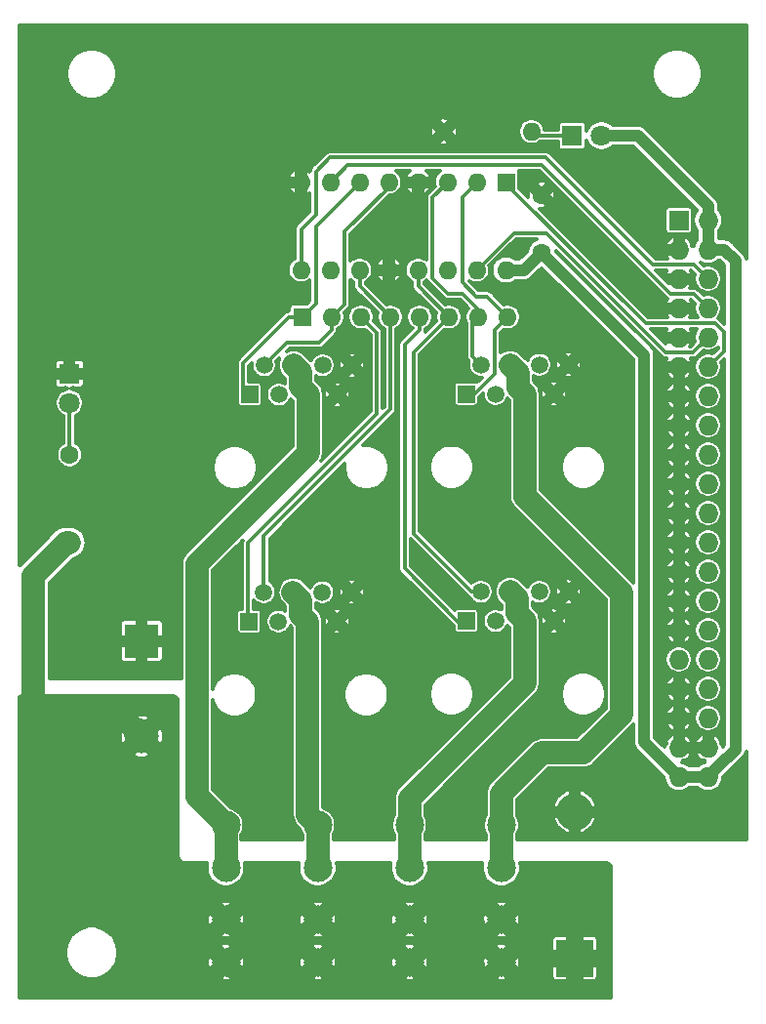
<source format=gbr>
G04 #@! TF.GenerationSoftware,KiCad,Pcbnew,(5.1.5)-3*
G04 #@! TF.CreationDate,2020-05-06T00:03:28-04:00*
G04 #@! TF.ProjectId,Pwr_Diff_Expansion,5077725f-4469-4666-965f-457870616e73,v1*
G04 #@! TF.SameCoordinates,Original*
G04 #@! TF.FileFunction,Copper,L1,Top*
G04 #@! TF.FilePolarity,Positive*
%FSLAX46Y46*%
G04 Gerber Fmt 4.6, Leading zero omitted, Abs format (unit mm)*
G04 Created by KiCad (PCBNEW (5.1.5)-3) date 2020-05-06 00:03:28*
%MOMM*%
%LPD*%
G04 APERTURE LIST*
%ADD10R,3.000000X3.000000*%
%ADD11C,3.000000*%
%ADD12O,1.600000X1.600000*%
%ADD13R,1.600000X1.600000*%
%ADD14C,2.475000*%
%ADD15C,1.500000*%
%ADD16R,1.500000X1.500000*%
%ADD17C,1.600000*%
%ADD18C,1.800000*%
%ADD19R,1.800000X1.800000*%
%ADD20O,1.727200X1.727200*%
%ADD21R,1.727200X1.727200*%
%ADD22O,3.200000X3.200000*%
%ADD23R,3.200000X3.200000*%
%ADD24C,1.000000*%
%ADD25C,2.000000*%
%ADD26C,0.350000*%
%ADD27C,0.300000*%
G04 APERTURE END LIST*
D10*
X82287200Y-122419840D03*
D11*
X82287200Y-130669760D03*
D12*
X114029000Y-94301800D03*
X111489000Y-94301800D03*
X108949000Y-94301800D03*
X106409000Y-94301800D03*
X103869000Y-94301800D03*
X101329000Y-94301800D03*
X98789000Y-94301800D03*
D13*
X96249000Y-94301800D03*
D12*
X113901000Y-90237800D03*
X96121000Y-82617800D03*
X111361000Y-90237800D03*
X98661000Y-82617800D03*
X108821000Y-90237800D03*
X101201000Y-82617800D03*
X106281000Y-90237800D03*
X103741000Y-82617800D03*
X103741000Y-90237800D03*
X106281000Y-82617800D03*
X101201000Y-90237800D03*
X108821000Y-82617800D03*
X98661000Y-90237800D03*
X111361000Y-82617800D03*
X96121000Y-90237800D03*
D13*
X113901000Y-82617800D03*
D14*
X113501000Y-138367800D03*
X113501000Y-150267800D03*
X113501000Y-142067800D03*
X113501000Y-146567800D03*
X105534332Y-138367800D03*
X105534332Y-150267800D03*
X105534332Y-142067800D03*
X105534332Y-146567800D03*
X89601000Y-138367800D03*
X89601000Y-150267800D03*
X89601000Y-142067800D03*
X89601000Y-146567800D03*
X97567666Y-138367800D03*
X97567666Y-150267800D03*
X97567666Y-142067800D03*
X97567666Y-146567800D03*
D15*
X100541600Y-98492800D03*
X99271600Y-101032800D03*
X98001600Y-98492800D03*
X96731600Y-101032800D03*
X95461600Y-98492800D03*
X94191600Y-101032800D03*
X92921600Y-98492800D03*
D16*
X91651600Y-101032800D03*
D15*
X100511600Y-118177800D03*
X99241600Y-120717800D03*
X97971600Y-118177800D03*
X96701600Y-120717800D03*
X95431600Y-118177800D03*
X94161600Y-120717800D03*
X92891600Y-118177800D03*
D16*
X91621600Y-120717800D03*
D15*
X119337600Y-118127000D03*
X118067600Y-120667000D03*
X116797600Y-118127000D03*
X115527600Y-120667000D03*
X114257600Y-118127000D03*
X112987600Y-120667000D03*
X111717600Y-118127000D03*
D16*
X110447600Y-120667000D03*
D15*
X119337600Y-98442000D03*
X118067600Y-100982000D03*
X116797600Y-98442000D03*
X115527600Y-100982000D03*
X114257600Y-98442000D03*
X112987600Y-100982000D03*
X111717600Y-98442000D03*
D16*
X110447600Y-100982000D03*
D17*
X117001000Y-83713800D03*
X117001000Y-88713800D03*
D12*
X116121000Y-78217800D03*
D17*
X108501000Y-78217800D03*
D18*
X76029000Y-101772800D03*
D19*
X76029000Y-99232800D03*
D18*
X122182000Y-78589800D03*
D19*
X119642000Y-78589800D03*
D12*
X76049000Y-113882800D03*
D17*
X76049000Y-106262800D03*
D20*
X131441000Y-134177800D03*
X128901000Y-134177800D03*
X131441000Y-131637800D03*
X128901000Y-131637800D03*
X131441000Y-129097800D03*
X128901000Y-129097800D03*
X131441000Y-126557800D03*
X128901000Y-126557800D03*
X131441000Y-124017800D03*
X128901000Y-124017800D03*
X131441000Y-121477800D03*
X128901000Y-121477800D03*
X131441000Y-118937800D03*
X128901000Y-118937800D03*
X131441000Y-116397800D03*
X128901000Y-116397800D03*
X131441000Y-113857800D03*
X128901000Y-113857800D03*
X131441000Y-111317800D03*
X128901000Y-111317800D03*
X131441000Y-108777800D03*
X128901000Y-108777800D03*
X131441000Y-106237800D03*
X128901000Y-106237800D03*
X131441000Y-103697800D03*
X128901000Y-103697800D03*
X131441000Y-101157800D03*
X128901000Y-101157800D03*
X131441000Y-98617800D03*
X128901000Y-98617800D03*
X131441000Y-96077800D03*
X128901000Y-96077800D03*
X131441000Y-93537800D03*
X128901000Y-93537800D03*
X131441000Y-90997800D03*
X128901000Y-90997800D03*
X131441000Y-88457800D03*
X128901000Y-88457800D03*
X131441000Y-85917800D03*
D21*
X128901000Y-85917800D03*
D22*
X119871000Y-137227800D03*
D23*
X119871000Y-149927800D03*
D24*
X131441000Y-85917800D02*
X131441000Y-88457800D01*
X128901000Y-134177800D02*
X131441000Y-134177800D01*
X115477000Y-90237800D02*
X117001000Y-88713800D01*
X113901000Y-90237800D02*
X115477000Y-90237800D01*
X125334314Y-78589800D02*
X122182000Y-78589800D01*
X131441000Y-85917800D02*
X131441000Y-84696486D01*
X131441000Y-84696486D02*
X125334314Y-78589800D01*
X125901000Y-131177800D02*
X128901000Y-134177800D01*
X125901000Y-97617800D02*
X125901000Y-131177800D01*
X117001000Y-88713800D02*
X117001000Y-88717800D01*
X117001000Y-88717800D02*
X125901000Y-97617800D01*
X132304599Y-133314201D02*
X131441000Y-134177800D01*
X133801000Y-131817800D02*
X132304599Y-133314201D01*
X133801000Y-89417800D02*
X133801000Y-131817800D01*
X131441000Y-88457800D02*
X132841000Y-88457800D01*
X132841000Y-88457800D02*
X133801000Y-89417800D01*
D25*
X80735241Y-129117801D02*
X82287200Y-130669760D01*
X72881000Y-129117801D02*
X80735241Y-129117801D01*
X72881000Y-116725300D02*
X72881000Y-129117801D01*
X76049000Y-113882800D02*
X75723500Y-113882800D01*
X75723500Y-113882800D02*
X72881000Y-116725300D01*
D26*
X114301000Y-83117800D02*
X114301000Y-82217800D01*
X131441000Y-98617800D02*
X132801000Y-97257800D01*
X132801000Y-97257800D02*
X132801000Y-95604670D01*
X132801000Y-95604670D02*
X132035529Y-94839199D01*
X132035529Y-94839199D02*
X126022399Y-94839199D01*
X114301000Y-82217800D02*
X113901000Y-82617800D01*
X126022399Y-94839199D02*
X114301000Y-83117800D01*
X111361000Y-90237800D02*
X111361000Y-90057800D01*
X114581000Y-87017800D02*
X117401000Y-87017800D01*
X127762399Y-97379199D02*
X130139601Y-97379199D01*
X130577401Y-96941399D02*
X131441000Y-96077800D01*
X130139601Y-97379199D02*
X130577401Y-96941399D01*
X117401000Y-87017800D02*
X127762399Y-97379199D01*
X111361000Y-90237800D02*
X114581000Y-87017800D01*
X130577401Y-92674201D02*
X131441000Y-93537800D01*
X98661000Y-82617800D02*
X100161000Y-81117800D01*
X117001000Y-81117800D02*
X128182399Y-92299199D01*
X128182399Y-92299199D02*
X130202399Y-92299199D01*
X100161000Y-81117800D02*
X117001000Y-81117800D01*
X130202399Y-92299199D02*
X130577401Y-92674201D01*
X96121000Y-90237800D02*
X96101000Y-90217800D01*
X96101000Y-90217800D02*
X96101000Y-89717800D01*
X96121000Y-89106430D02*
X96121000Y-90237800D01*
X97401000Y-85417800D02*
X96121000Y-86697800D01*
X97401000Y-81717800D02*
X97401000Y-85417800D01*
X130202399Y-89759199D02*
X126642399Y-89759199D01*
X117350990Y-80467790D02*
X98651010Y-80467790D01*
X131441000Y-90997800D02*
X130202399Y-89759199D01*
X126642399Y-89759199D02*
X117350990Y-80467790D01*
X96121000Y-86697800D02*
X96121000Y-89106430D01*
X98651010Y-80467790D02*
X97401000Y-81717800D01*
X76049000Y-101792800D02*
X76029000Y-101772800D01*
X76049000Y-106262800D02*
X76049000Y-101792800D01*
X116493000Y-78589800D02*
X116121000Y-78217800D01*
X119642000Y-78589800D02*
X116493000Y-78589800D01*
D25*
X97567666Y-142067800D02*
X97567666Y-138367800D01*
X96706200Y-137506334D02*
X97567666Y-138367800D01*
X96706200Y-120992600D02*
X96706200Y-137506334D01*
X96111601Y-120127801D02*
X96701600Y-120717800D01*
X96111601Y-118857801D02*
X96111601Y-120127801D01*
X95431600Y-118177800D02*
X96111601Y-118857801D01*
X89601000Y-142067800D02*
X89601000Y-138367800D01*
X87101000Y-135867800D02*
X89601000Y-138367800D01*
X87101000Y-115717800D02*
X87101000Y-135867800D01*
X96731600Y-101032800D02*
X96731600Y-106087200D01*
X96731600Y-106087200D02*
X87101000Y-115717800D01*
X96051599Y-99082799D02*
X95461600Y-98492800D01*
X96051599Y-100352799D02*
X96051599Y-99082799D01*
X96731600Y-101032800D02*
X96051599Y-100352799D01*
X105534332Y-138367800D02*
X105534332Y-142067800D01*
X115527600Y-126091200D02*
X115527600Y-120667000D01*
X105534332Y-138367800D02*
X105534332Y-136084468D01*
X105534332Y-136084468D02*
X115527600Y-126091200D01*
X114847599Y-119986999D02*
X114847599Y-118716999D01*
X114847599Y-118716999D02*
X114257600Y-118127000D01*
X115527600Y-120667000D02*
X114847599Y-119986999D01*
X113501000Y-142067800D02*
X113501000Y-138367800D01*
X115553000Y-102533400D02*
X115527600Y-102508000D01*
X115527600Y-102508000D02*
X115527600Y-100982000D01*
X123909600Y-118228600D02*
X115553000Y-109872000D01*
X113501000Y-135617800D02*
X117001000Y-132117800D01*
X117001000Y-132117800D02*
X120601000Y-132117800D01*
X115553000Y-109872000D02*
X115553000Y-102533400D01*
X113501000Y-138367800D02*
X113501000Y-135617800D01*
X120601000Y-132117800D02*
X123909600Y-128809200D01*
X123909600Y-128809200D02*
X123909600Y-118228600D01*
X114937601Y-100392001D02*
X115527600Y-100982000D01*
X114257600Y-98442000D02*
X114937601Y-99122001D01*
X114937601Y-99122001D02*
X114937601Y-100392001D01*
D26*
X101201000Y-91633800D02*
X103869000Y-94301800D01*
X101201000Y-90237800D02*
X101201000Y-91633800D01*
X92896200Y-118173200D02*
X92891600Y-118177800D01*
X92896200Y-113300432D02*
X92896200Y-118173200D01*
X103869000Y-94301800D02*
X103869000Y-102327632D01*
X103869000Y-102327632D02*
X92896200Y-113300432D01*
X91524600Y-113894200D02*
X91524600Y-120620800D01*
X102701000Y-102717800D02*
X91524600Y-113894200D01*
X91524600Y-120620800D02*
X91621600Y-120717800D01*
X101329000Y-94301800D02*
X102701000Y-95673800D01*
X102701000Y-95673800D02*
X102701000Y-102717800D01*
X103741000Y-83077800D02*
X103741000Y-82617800D01*
X99901000Y-86917800D02*
X103741000Y-83077800D01*
X98789000Y-94301800D02*
X99901000Y-93189800D01*
X99901000Y-93189800D02*
X99901000Y-86917800D01*
X94896600Y-96517800D02*
X92921600Y-98492800D01*
X97704370Y-96517800D02*
X94896600Y-96517800D01*
X98789000Y-94301800D02*
X98789000Y-95433170D01*
X98789000Y-95433170D02*
X97704370Y-96517800D01*
X97401000Y-93149800D02*
X96249000Y-94301800D01*
X101201000Y-82617800D02*
X97401000Y-86417800D01*
X97401000Y-86417800D02*
X97401000Y-93149800D01*
X91092800Y-98308000D02*
X91092800Y-100474000D01*
X91092800Y-100474000D02*
X91651600Y-101032800D01*
X96249000Y-94301800D02*
X95099000Y-94301800D01*
X95099000Y-94301800D02*
X91092800Y-98308000D01*
X106409000Y-90365800D02*
X106281000Y-90237800D01*
X108821000Y-94173800D02*
X108949000Y-94301800D01*
X106281000Y-91633800D02*
X106281000Y-90237800D01*
X108949000Y-94301800D02*
X106281000Y-91633800D01*
X108149001Y-95101799D02*
X108949000Y-94301800D01*
X105901000Y-97349800D02*
X108149001Y-95101799D01*
X105901000Y-113117800D02*
X105901000Y-97349800D01*
X111717600Y-118127000D02*
X110910200Y-118127000D01*
X110910200Y-118127000D02*
X105901000Y-113117800D01*
X110396800Y-120717800D02*
X109711000Y-120717800D01*
X110447600Y-120667000D02*
X110396800Y-120717800D01*
X106409000Y-95433170D02*
X105101000Y-96741170D01*
X105101000Y-116117800D02*
X109650200Y-120667000D01*
X109650200Y-120667000D02*
X110447600Y-120667000D01*
X106409000Y-94301800D02*
X106409000Y-95433170D01*
X105101000Y-96741170D02*
X105101000Y-116117800D01*
X107501000Y-83937800D02*
X108821000Y-82617800D01*
X111489000Y-93638115D02*
X110168685Y-92317800D01*
X111489000Y-94301800D02*
X111489000Y-93638115D01*
X110168685Y-92317800D02*
X108901000Y-92317800D01*
X108901000Y-92317800D02*
X107501000Y-90917800D01*
X107501000Y-90917800D02*
X107501000Y-83937800D01*
X111717600Y-98442000D02*
X110981000Y-97705400D01*
X110981000Y-94809800D02*
X111489000Y-94301800D01*
X110981000Y-97705400D02*
X110981000Y-94809800D01*
X112245000Y-92517800D02*
X114029000Y-94301800D01*
X110101000Y-91317800D02*
X111301000Y-92517800D01*
X111301000Y-92517800D02*
X112245000Y-92517800D01*
X111361000Y-82617800D02*
X110101000Y-83877800D01*
X110101000Y-83877800D02*
X110101000Y-91317800D01*
X112882590Y-99207410D02*
X111108000Y-100982000D01*
X112882590Y-95448210D02*
X112882590Y-99207410D01*
X111108000Y-100982000D02*
X110447600Y-100982000D01*
X114029000Y-94301800D02*
X112882590Y-95448210D01*
D27*
G36*
X85165324Y-127231250D02*
G01*
X85251351Y-127266883D01*
X85325228Y-127323572D01*
X85381917Y-127397449D01*
X85417550Y-127483476D01*
X85431000Y-127585634D01*
X85431000Y-141037800D01*
X85432283Y-141057379D01*
X85449593Y-141188859D01*
X85459728Y-141226682D01*
X85510477Y-141349202D01*
X85530056Y-141383115D01*
X85610787Y-141488325D01*
X85638475Y-141516013D01*
X85743685Y-141596744D01*
X85777598Y-141616323D01*
X85900118Y-141667072D01*
X85937941Y-141677207D01*
X86069421Y-141694517D01*
X86089000Y-141695800D01*
X87954435Y-141695800D01*
X87913500Y-141901596D01*
X87913500Y-142234004D01*
X87978350Y-142560026D01*
X88105557Y-142867131D01*
X88290233Y-143143518D01*
X88525282Y-143378567D01*
X88801669Y-143563243D01*
X89108774Y-143690450D01*
X89434796Y-143755300D01*
X89767204Y-143755300D01*
X90093226Y-143690450D01*
X90400331Y-143563243D01*
X90676718Y-143378567D01*
X90911767Y-143143518D01*
X91096443Y-142867131D01*
X91223650Y-142560026D01*
X91288500Y-142234004D01*
X91288500Y-141901596D01*
X91247565Y-141695800D01*
X95921101Y-141695800D01*
X95880166Y-141901596D01*
X95880166Y-142234004D01*
X95945016Y-142560026D01*
X96072223Y-142867131D01*
X96256899Y-143143518D01*
X96491948Y-143378567D01*
X96768335Y-143563243D01*
X97075440Y-143690450D01*
X97401462Y-143755300D01*
X97733870Y-143755300D01*
X98059892Y-143690450D01*
X98366997Y-143563243D01*
X98643384Y-143378567D01*
X98878433Y-143143518D01*
X99063109Y-142867131D01*
X99190316Y-142560026D01*
X99255166Y-142234004D01*
X99255166Y-141901596D01*
X99214231Y-141695800D01*
X103887767Y-141695800D01*
X103846832Y-141901596D01*
X103846832Y-142234004D01*
X103911682Y-142560026D01*
X104038889Y-142867131D01*
X104223565Y-143143518D01*
X104458614Y-143378567D01*
X104735001Y-143563243D01*
X105042106Y-143690450D01*
X105368128Y-143755300D01*
X105700536Y-143755300D01*
X106026558Y-143690450D01*
X106333663Y-143563243D01*
X106610050Y-143378567D01*
X106845099Y-143143518D01*
X107029775Y-142867131D01*
X107156982Y-142560026D01*
X107221832Y-142234004D01*
X107221832Y-141901596D01*
X107180897Y-141695800D01*
X111854435Y-141695800D01*
X111813500Y-141901596D01*
X111813500Y-142234004D01*
X111878350Y-142560026D01*
X112005557Y-142867131D01*
X112190233Y-143143518D01*
X112425282Y-143378567D01*
X112701669Y-143563243D01*
X113008774Y-143690450D01*
X113334796Y-143755300D01*
X113667204Y-143755300D01*
X113993226Y-143690450D01*
X114300331Y-143563243D01*
X114576718Y-143378567D01*
X114811767Y-143143518D01*
X114996443Y-142867131D01*
X115123650Y-142560026D01*
X115188500Y-142234004D01*
X115188500Y-141901596D01*
X115147565Y-141695800D01*
X122655166Y-141695800D01*
X122757324Y-141709250D01*
X122843351Y-141744883D01*
X122917228Y-141801572D01*
X122973917Y-141875449D01*
X123009550Y-141961476D01*
X123023000Y-142063634D01*
X123023000Y-153219966D01*
X123009550Y-153322124D01*
X122992702Y-153362800D01*
X71732000Y-153362800D01*
X71732000Y-149193270D01*
X75661000Y-149193270D01*
X75661000Y-149646330D01*
X75749387Y-150090685D01*
X75922766Y-150509259D01*
X76174473Y-150885965D01*
X76494835Y-151206327D01*
X76871541Y-151458034D01*
X77290115Y-151631413D01*
X77734470Y-151719800D01*
X78187530Y-151719800D01*
X78291486Y-151699122D01*
X89018206Y-151699122D01*
X89185848Y-151859989D01*
X89504446Y-151910388D01*
X89826754Y-151897663D01*
X90016152Y-151859989D01*
X90183794Y-151699122D01*
X96984872Y-151699122D01*
X97152514Y-151859989D01*
X97471112Y-151910388D01*
X97793420Y-151897663D01*
X97982818Y-151859989D01*
X98150460Y-151699122D01*
X104951538Y-151699122D01*
X105119180Y-151859989D01*
X105437778Y-151910388D01*
X105760086Y-151897663D01*
X105949484Y-151859989D01*
X106117126Y-151699122D01*
X112918206Y-151699122D01*
X113085848Y-151859989D01*
X113404446Y-151910388D01*
X113726754Y-151897663D01*
X113916152Y-151859989D01*
X114083794Y-151699122D01*
X113912472Y-151527800D01*
X117869065Y-151527800D01*
X117876788Y-151606214D01*
X117899660Y-151681614D01*
X117936803Y-151751103D01*
X117986789Y-151812011D01*
X118047697Y-151861997D01*
X118117186Y-151899140D01*
X118192586Y-151922012D01*
X118271000Y-151929735D01*
X119171000Y-151927800D01*
X119271000Y-151827800D01*
X119271000Y-150527800D01*
X120471000Y-150527800D01*
X120471000Y-151827800D01*
X120571000Y-151927800D01*
X121471000Y-151929735D01*
X121549414Y-151922012D01*
X121624814Y-151899140D01*
X121694303Y-151861997D01*
X121755211Y-151812011D01*
X121805197Y-151751103D01*
X121842340Y-151681614D01*
X121865212Y-151606214D01*
X121872935Y-151527800D01*
X121871000Y-150627800D01*
X121771000Y-150527800D01*
X120471000Y-150527800D01*
X119271000Y-150527800D01*
X117971000Y-150527800D01*
X117871000Y-150627800D01*
X117869065Y-151527800D01*
X113912472Y-151527800D01*
X113501000Y-151116328D01*
X112918206Y-151699122D01*
X106117126Y-151699122D01*
X105534332Y-151116328D01*
X104951538Y-151699122D01*
X98150460Y-151699122D01*
X97567666Y-151116328D01*
X96984872Y-151699122D01*
X90183794Y-151699122D01*
X89601000Y-151116328D01*
X89018206Y-151699122D01*
X78291486Y-151699122D01*
X78631885Y-151631413D01*
X79050459Y-151458034D01*
X79427165Y-151206327D01*
X79747527Y-150885965D01*
X79999234Y-150509259D01*
X80139243Y-150171246D01*
X87958412Y-150171246D01*
X87971137Y-150493554D01*
X88008811Y-150682952D01*
X88169678Y-150850594D01*
X88752472Y-150267800D01*
X90449528Y-150267800D01*
X91032322Y-150850594D01*
X91193189Y-150682952D01*
X91243588Y-150364354D01*
X91235964Y-150171246D01*
X95925078Y-150171246D01*
X95937803Y-150493554D01*
X95975477Y-150682952D01*
X96136344Y-150850594D01*
X96719138Y-150267800D01*
X98416194Y-150267800D01*
X98998988Y-150850594D01*
X99159855Y-150682952D01*
X99210254Y-150364354D01*
X99202630Y-150171246D01*
X103891744Y-150171246D01*
X103904469Y-150493554D01*
X103942143Y-150682952D01*
X104103010Y-150850594D01*
X104685804Y-150267800D01*
X106382860Y-150267800D01*
X106965654Y-150850594D01*
X107126521Y-150682952D01*
X107176920Y-150364354D01*
X107169296Y-150171246D01*
X111858412Y-150171246D01*
X111871137Y-150493554D01*
X111908811Y-150682952D01*
X112069678Y-150850594D01*
X112652472Y-150267800D01*
X114349528Y-150267800D01*
X114932322Y-150850594D01*
X115093189Y-150682952D01*
X115143588Y-150364354D01*
X115130863Y-150042046D01*
X115093189Y-149852648D01*
X114932322Y-149685006D01*
X114349528Y-150267800D01*
X112652472Y-150267800D01*
X112069678Y-149685006D01*
X111908811Y-149852648D01*
X111858412Y-150171246D01*
X107169296Y-150171246D01*
X107164195Y-150042046D01*
X107126521Y-149852648D01*
X106965654Y-149685006D01*
X106382860Y-150267800D01*
X104685804Y-150267800D01*
X104103010Y-149685006D01*
X103942143Y-149852648D01*
X103891744Y-150171246D01*
X99202630Y-150171246D01*
X99197529Y-150042046D01*
X99159855Y-149852648D01*
X98998988Y-149685006D01*
X98416194Y-150267800D01*
X96719138Y-150267800D01*
X96136344Y-149685006D01*
X95975477Y-149852648D01*
X95925078Y-150171246D01*
X91235964Y-150171246D01*
X91230863Y-150042046D01*
X91193189Y-149852648D01*
X91032322Y-149685006D01*
X90449528Y-150267800D01*
X88752472Y-150267800D01*
X88169678Y-149685006D01*
X88008811Y-149852648D01*
X87958412Y-150171246D01*
X80139243Y-150171246D01*
X80172613Y-150090685D01*
X80261000Y-149646330D01*
X80261000Y-149193270D01*
X80190031Y-148836478D01*
X89018206Y-148836478D01*
X89601000Y-149419272D01*
X90183794Y-148836478D01*
X96984872Y-148836478D01*
X97567666Y-149419272D01*
X98150460Y-148836478D01*
X104951538Y-148836478D01*
X105534332Y-149419272D01*
X106117126Y-148836478D01*
X112918206Y-148836478D01*
X113501000Y-149419272D01*
X114083794Y-148836478D01*
X113916152Y-148675611D01*
X113597554Y-148625212D01*
X113275246Y-148637937D01*
X113085848Y-148675611D01*
X112918206Y-148836478D01*
X106117126Y-148836478D01*
X105949484Y-148675611D01*
X105630886Y-148625212D01*
X105308578Y-148637937D01*
X105119180Y-148675611D01*
X104951538Y-148836478D01*
X98150460Y-148836478D01*
X97982818Y-148675611D01*
X97664220Y-148625212D01*
X97341912Y-148637937D01*
X97152514Y-148675611D01*
X96984872Y-148836478D01*
X90183794Y-148836478D01*
X90016152Y-148675611D01*
X89697554Y-148625212D01*
X89375246Y-148637937D01*
X89185848Y-148675611D01*
X89018206Y-148836478D01*
X80190031Y-148836478D01*
X80172613Y-148748915D01*
X79999234Y-148330341D01*
X79997537Y-148327800D01*
X117869065Y-148327800D01*
X117871000Y-149227800D01*
X117971000Y-149327800D01*
X119271000Y-149327800D01*
X119271000Y-148027800D01*
X120471000Y-148027800D01*
X120471000Y-149327800D01*
X121771000Y-149327800D01*
X121871000Y-149227800D01*
X121872935Y-148327800D01*
X121865212Y-148249386D01*
X121842340Y-148173986D01*
X121805197Y-148104497D01*
X121755211Y-148043589D01*
X121694303Y-147993603D01*
X121624814Y-147956460D01*
X121549414Y-147933588D01*
X121471000Y-147925865D01*
X120571000Y-147927800D01*
X120471000Y-148027800D01*
X119271000Y-148027800D01*
X119171000Y-147927800D01*
X118271000Y-147925865D01*
X118192586Y-147933588D01*
X118117186Y-147956460D01*
X118047697Y-147993603D01*
X117986789Y-148043589D01*
X117936803Y-148104497D01*
X117899660Y-148173986D01*
X117876788Y-148249386D01*
X117869065Y-148327800D01*
X79997537Y-148327800D01*
X79777921Y-147999122D01*
X89018206Y-147999122D01*
X89185848Y-148159989D01*
X89504446Y-148210388D01*
X89826754Y-148197663D01*
X90016152Y-148159989D01*
X90183794Y-147999122D01*
X96984872Y-147999122D01*
X97152514Y-148159989D01*
X97471112Y-148210388D01*
X97793420Y-148197663D01*
X97982818Y-148159989D01*
X98150460Y-147999122D01*
X104951538Y-147999122D01*
X105119180Y-148159989D01*
X105437778Y-148210388D01*
X105760086Y-148197663D01*
X105949484Y-148159989D01*
X106117126Y-147999122D01*
X112918206Y-147999122D01*
X113085848Y-148159989D01*
X113404446Y-148210388D01*
X113726754Y-148197663D01*
X113916152Y-148159989D01*
X114083794Y-147999122D01*
X113501000Y-147416328D01*
X112918206Y-147999122D01*
X106117126Y-147999122D01*
X105534332Y-147416328D01*
X104951538Y-147999122D01*
X98150460Y-147999122D01*
X97567666Y-147416328D01*
X96984872Y-147999122D01*
X90183794Y-147999122D01*
X89601000Y-147416328D01*
X89018206Y-147999122D01*
X79777921Y-147999122D01*
X79747527Y-147953635D01*
X79427165Y-147633273D01*
X79050459Y-147381566D01*
X78631885Y-147208187D01*
X78187530Y-147119800D01*
X77734470Y-147119800D01*
X77290115Y-147208187D01*
X76871541Y-147381566D01*
X76494835Y-147633273D01*
X76174473Y-147953635D01*
X75922766Y-148330341D01*
X75749387Y-148748915D01*
X75661000Y-149193270D01*
X71732000Y-149193270D01*
X71732000Y-146471246D01*
X87958412Y-146471246D01*
X87971137Y-146793554D01*
X88008811Y-146982952D01*
X88169678Y-147150594D01*
X88752472Y-146567800D01*
X90449528Y-146567800D01*
X91032322Y-147150594D01*
X91193189Y-146982952D01*
X91243588Y-146664354D01*
X91235964Y-146471246D01*
X95925078Y-146471246D01*
X95937803Y-146793554D01*
X95975477Y-146982952D01*
X96136344Y-147150594D01*
X96719138Y-146567800D01*
X98416194Y-146567800D01*
X98998988Y-147150594D01*
X99159855Y-146982952D01*
X99210254Y-146664354D01*
X99202630Y-146471246D01*
X103891744Y-146471246D01*
X103904469Y-146793554D01*
X103942143Y-146982952D01*
X104103010Y-147150594D01*
X104685804Y-146567800D01*
X106382860Y-146567800D01*
X106965654Y-147150594D01*
X107126521Y-146982952D01*
X107176920Y-146664354D01*
X107169296Y-146471246D01*
X111858412Y-146471246D01*
X111871137Y-146793554D01*
X111908811Y-146982952D01*
X112069678Y-147150594D01*
X112652472Y-146567800D01*
X114349528Y-146567800D01*
X114932322Y-147150594D01*
X115093189Y-146982952D01*
X115143588Y-146664354D01*
X115130863Y-146342046D01*
X115093189Y-146152648D01*
X114932322Y-145985006D01*
X114349528Y-146567800D01*
X112652472Y-146567800D01*
X112069678Y-145985006D01*
X111908811Y-146152648D01*
X111858412Y-146471246D01*
X107169296Y-146471246D01*
X107164195Y-146342046D01*
X107126521Y-146152648D01*
X106965654Y-145985006D01*
X106382860Y-146567800D01*
X104685804Y-146567800D01*
X104103010Y-145985006D01*
X103942143Y-146152648D01*
X103891744Y-146471246D01*
X99202630Y-146471246D01*
X99197529Y-146342046D01*
X99159855Y-146152648D01*
X98998988Y-145985006D01*
X98416194Y-146567800D01*
X96719138Y-146567800D01*
X96136344Y-145985006D01*
X95975477Y-146152648D01*
X95925078Y-146471246D01*
X91235964Y-146471246D01*
X91230863Y-146342046D01*
X91193189Y-146152648D01*
X91032322Y-145985006D01*
X90449528Y-146567800D01*
X88752472Y-146567800D01*
X88169678Y-145985006D01*
X88008811Y-146152648D01*
X87958412Y-146471246D01*
X71732000Y-146471246D01*
X71732000Y-145136478D01*
X89018206Y-145136478D01*
X89601000Y-145719272D01*
X90183794Y-145136478D01*
X96984872Y-145136478D01*
X97567666Y-145719272D01*
X98150460Y-145136478D01*
X104951538Y-145136478D01*
X105534332Y-145719272D01*
X106117126Y-145136478D01*
X112918206Y-145136478D01*
X113501000Y-145719272D01*
X114083794Y-145136478D01*
X113916152Y-144975611D01*
X113597554Y-144925212D01*
X113275246Y-144937937D01*
X113085848Y-144975611D01*
X112918206Y-145136478D01*
X106117126Y-145136478D01*
X105949484Y-144975611D01*
X105630886Y-144925212D01*
X105308578Y-144937937D01*
X105119180Y-144975611D01*
X104951538Y-145136478D01*
X98150460Y-145136478D01*
X97982818Y-144975611D01*
X97664220Y-144925212D01*
X97341912Y-144937937D01*
X97152514Y-144975611D01*
X96984872Y-145136478D01*
X90183794Y-145136478D01*
X90016152Y-144975611D01*
X89697554Y-144925212D01*
X89375246Y-144937937D01*
X89185848Y-144975611D01*
X89018206Y-145136478D01*
X71732000Y-145136478D01*
X71732000Y-132300917D01*
X81504571Y-132300917D01*
X81707272Y-132488744D01*
X82073281Y-132566931D01*
X82447511Y-132572211D01*
X82815581Y-132504380D01*
X82867128Y-132488744D01*
X83069829Y-132300917D01*
X82287200Y-131518288D01*
X81504571Y-132300917D01*
X71732000Y-132300917D01*
X71732000Y-130830071D01*
X80384749Y-130830071D01*
X80452580Y-131198141D01*
X80468216Y-131249688D01*
X80656043Y-131452389D01*
X81438672Y-130669760D01*
X83135728Y-130669760D01*
X83918357Y-131452389D01*
X84106184Y-131249688D01*
X84184371Y-130883679D01*
X84189651Y-130509449D01*
X84121820Y-130141379D01*
X84106184Y-130089832D01*
X83918357Y-129887131D01*
X83135728Y-130669760D01*
X81438672Y-130669760D01*
X80656043Y-129887131D01*
X80468216Y-130089832D01*
X80390029Y-130455841D01*
X80384749Y-130830071D01*
X71732000Y-130830071D01*
X71732000Y-129038603D01*
X81504571Y-129038603D01*
X82287200Y-129821232D01*
X83069829Y-129038603D01*
X82867128Y-128850776D01*
X82501119Y-128772589D01*
X82126889Y-128767309D01*
X81758819Y-128835140D01*
X81707272Y-128850776D01*
X81504571Y-129038603D01*
X71732000Y-129038603D01*
X71732000Y-127248098D01*
X71772676Y-127231250D01*
X71874834Y-127217800D01*
X85063166Y-127217800D01*
X85165324Y-127231250D01*
G37*
X85165324Y-127231250D02*
X85251351Y-127266883D01*
X85325228Y-127323572D01*
X85381917Y-127397449D01*
X85417550Y-127483476D01*
X85431000Y-127585634D01*
X85431000Y-141037800D01*
X85432283Y-141057379D01*
X85449593Y-141188859D01*
X85459728Y-141226682D01*
X85510477Y-141349202D01*
X85530056Y-141383115D01*
X85610787Y-141488325D01*
X85638475Y-141516013D01*
X85743685Y-141596744D01*
X85777598Y-141616323D01*
X85900118Y-141667072D01*
X85937941Y-141677207D01*
X86069421Y-141694517D01*
X86089000Y-141695800D01*
X87954435Y-141695800D01*
X87913500Y-141901596D01*
X87913500Y-142234004D01*
X87978350Y-142560026D01*
X88105557Y-142867131D01*
X88290233Y-143143518D01*
X88525282Y-143378567D01*
X88801669Y-143563243D01*
X89108774Y-143690450D01*
X89434796Y-143755300D01*
X89767204Y-143755300D01*
X90093226Y-143690450D01*
X90400331Y-143563243D01*
X90676718Y-143378567D01*
X90911767Y-143143518D01*
X91096443Y-142867131D01*
X91223650Y-142560026D01*
X91288500Y-142234004D01*
X91288500Y-141901596D01*
X91247565Y-141695800D01*
X95921101Y-141695800D01*
X95880166Y-141901596D01*
X95880166Y-142234004D01*
X95945016Y-142560026D01*
X96072223Y-142867131D01*
X96256899Y-143143518D01*
X96491948Y-143378567D01*
X96768335Y-143563243D01*
X97075440Y-143690450D01*
X97401462Y-143755300D01*
X97733870Y-143755300D01*
X98059892Y-143690450D01*
X98366997Y-143563243D01*
X98643384Y-143378567D01*
X98878433Y-143143518D01*
X99063109Y-142867131D01*
X99190316Y-142560026D01*
X99255166Y-142234004D01*
X99255166Y-141901596D01*
X99214231Y-141695800D01*
X103887767Y-141695800D01*
X103846832Y-141901596D01*
X103846832Y-142234004D01*
X103911682Y-142560026D01*
X104038889Y-142867131D01*
X104223565Y-143143518D01*
X104458614Y-143378567D01*
X104735001Y-143563243D01*
X105042106Y-143690450D01*
X105368128Y-143755300D01*
X105700536Y-143755300D01*
X106026558Y-143690450D01*
X106333663Y-143563243D01*
X106610050Y-143378567D01*
X106845099Y-143143518D01*
X107029775Y-142867131D01*
X107156982Y-142560026D01*
X107221832Y-142234004D01*
X107221832Y-141901596D01*
X107180897Y-141695800D01*
X111854435Y-141695800D01*
X111813500Y-141901596D01*
X111813500Y-142234004D01*
X111878350Y-142560026D01*
X112005557Y-142867131D01*
X112190233Y-143143518D01*
X112425282Y-143378567D01*
X112701669Y-143563243D01*
X113008774Y-143690450D01*
X113334796Y-143755300D01*
X113667204Y-143755300D01*
X113993226Y-143690450D01*
X114300331Y-143563243D01*
X114576718Y-143378567D01*
X114811767Y-143143518D01*
X114996443Y-142867131D01*
X115123650Y-142560026D01*
X115188500Y-142234004D01*
X115188500Y-141901596D01*
X115147565Y-141695800D01*
X122655166Y-141695800D01*
X122757324Y-141709250D01*
X122843351Y-141744883D01*
X122917228Y-141801572D01*
X122973917Y-141875449D01*
X123009550Y-141961476D01*
X123023000Y-142063634D01*
X123023000Y-153219966D01*
X123009550Y-153322124D01*
X122992702Y-153362800D01*
X71732000Y-153362800D01*
X71732000Y-149193270D01*
X75661000Y-149193270D01*
X75661000Y-149646330D01*
X75749387Y-150090685D01*
X75922766Y-150509259D01*
X76174473Y-150885965D01*
X76494835Y-151206327D01*
X76871541Y-151458034D01*
X77290115Y-151631413D01*
X77734470Y-151719800D01*
X78187530Y-151719800D01*
X78291486Y-151699122D01*
X89018206Y-151699122D01*
X89185848Y-151859989D01*
X89504446Y-151910388D01*
X89826754Y-151897663D01*
X90016152Y-151859989D01*
X90183794Y-151699122D01*
X96984872Y-151699122D01*
X97152514Y-151859989D01*
X97471112Y-151910388D01*
X97793420Y-151897663D01*
X97982818Y-151859989D01*
X98150460Y-151699122D01*
X104951538Y-151699122D01*
X105119180Y-151859989D01*
X105437778Y-151910388D01*
X105760086Y-151897663D01*
X105949484Y-151859989D01*
X106117126Y-151699122D01*
X112918206Y-151699122D01*
X113085848Y-151859989D01*
X113404446Y-151910388D01*
X113726754Y-151897663D01*
X113916152Y-151859989D01*
X114083794Y-151699122D01*
X113912472Y-151527800D01*
X117869065Y-151527800D01*
X117876788Y-151606214D01*
X117899660Y-151681614D01*
X117936803Y-151751103D01*
X117986789Y-151812011D01*
X118047697Y-151861997D01*
X118117186Y-151899140D01*
X118192586Y-151922012D01*
X118271000Y-151929735D01*
X119171000Y-151927800D01*
X119271000Y-151827800D01*
X119271000Y-150527800D01*
X120471000Y-150527800D01*
X120471000Y-151827800D01*
X120571000Y-151927800D01*
X121471000Y-151929735D01*
X121549414Y-151922012D01*
X121624814Y-151899140D01*
X121694303Y-151861997D01*
X121755211Y-151812011D01*
X121805197Y-151751103D01*
X121842340Y-151681614D01*
X121865212Y-151606214D01*
X121872935Y-151527800D01*
X121871000Y-150627800D01*
X121771000Y-150527800D01*
X120471000Y-150527800D01*
X119271000Y-150527800D01*
X117971000Y-150527800D01*
X117871000Y-150627800D01*
X117869065Y-151527800D01*
X113912472Y-151527800D01*
X113501000Y-151116328D01*
X112918206Y-151699122D01*
X106117126Y-151699122D01*
X105534332Y-151116328D01*
X104951538Y-151699122D01*
X98150460Y-151699122D01*
X97567666Y-151116328D01*
X96984872Y-151699122D01*
X90183794Y-151699122D01*
X89601000Y-151116328D01*
X89018206Y-151699122D01*
X78291486Y-151699122D01*
X78631885Y-151631413D01*
X79050459Y-151458034D01*
X79427165Y-151206327D01*
X79747527Y-150885965D01*
X79999234Y-150509259D01*
X80139243Y-150171246D01*
X87958412Y-150171246D01*
X87971137Y-150493554D01*
X88008811Y-150682952D01*
X88169678Y-150850594D01*
X88752472Y-150267800D01*
X90449528Y-150267800D01*
X91032322Y-150850594D01*
X91193189Y-150682952D01*
X91243588Y-150364354D01*
X91235964Y-150171246D01*
X95925078Y-150171246D01*
X95937803Y-150493554D01*
X95975477Y-150682952D01*
X96136344Y-150850594D01*
X96719138Y-150267800D01*
X98416194Y-150267800D01*
X98998988Y-150850594D01*
X99159855Y-150682952D01*
X99210254Y-150364354D01*
X99202630Y-150171246D01*
X103891744Y-150171246D01*
X103904469Y-150493554D01*
X103942143Y-150682952D01*
X104103010Y-150850594D01*
X104685804Y-150267800D01*
X106382860Y-150267800D01*
X106965654Y-150850594D01*
X107126521Y-150682952D01*
X107176920Y-150364354D01*
X107169296Y-150171246D01*
X111858412Y-150171246D01*
X111871137Y-150493554D01*
X111908811Y-150682952D01*
X112069678Y-150850594D01*
X112652472Y-150267800D01*
X114349528Y-150267800D01*
X114932322Y-150850594D01*
X115093189Y-150682952D01*
X115143588Y-150364354D01*
X115130863Y-150042046D01*
X115093189Y-149852648D01*
X114932322Y-149685006D01*
X114349528Y-150267800D01*
X112652472Y-150267800D01*
X112069678Y-149685006D01*
X111908811Y-149852648D01*
X111858412Y-150171246D01*
X107169296Y-150171246D01*
X107164195Y-150042046D01*
X107126521Y-149852648D01*
X106965654Y-149685006D01*
X106382860Y-150267800D01*
X104685804Y-150267800D01*
X104103010Y-149685006D01*
X103942143Y-149852648D01*
X103891744Y-150171246D01*
X99202630Y-150171246D01*
X99197529Y-150042046D01*
X99159855Y-149852648D01*
X98998988Y-149685006D01*
X98416194Y-150267800D01*
X96719138Y-150267800D01*
X96136344Y-149685006D01*
X95975477Y-149852648D01*
X95925078Y-150171246D01*
X91235964Y-150171246D01*
X91230863Y-150042046D01*
X91193189Y-149852648D01*
X91032322Y-149685006D01*
X90449528Y-150267800D01*
X88752472Y-150267800D01*
X88169678Y-149685006D01*
X88008811Y-149852648D01*
X87958412Y-150171246D01*
X80139243Y-150171246D01*
X80172613Y-150090685D01*
X80261000Y-149646330D01*
X80261000Y-149193270D01*
X80190031Y-148836478D01*
X89018206Y-148836478D01*
X89601000Y-149419272D01*
X90183794Y-148836478D01*
X96984872Y-148836478D01*
X97567666Y-149419272D01*
X98150460Y-148836478D01*
X104951538Y-148836478D01*
X105534332Y-149419272D01*
X106117126Y-148836478D01*
X112918206Y-148836478D01*
X113501000Y-149419272D01*
X114083794Y-148836478D01*
X113916152Y-148675611D01*
X113597554Y-148625212D01*
X113275246Y-148637937D01*
X113085848Y-148675611D01*
X112918206Y-148836478D01*
X106117126Y-148836478D01*
X105949484Y-148675611D01*
X105630886Y-148625212D01*
X105308578Y-148637937D01*
X105119180Y-148675611D01*
X104951538Y-148836478D01*
X98150460Y-148836478D01*
X97982818Y-148675611D01*
X97664220Y-148625212D01*
X97341912Y-148637937D01*
X97152514Y-148675611D01*
X96984872Y-148836478D01*
X90183794Y-148836478D01*
X90016152Y-148675611D01*
X89697554Y-148625212D01*
X89375246Y-148637937D01*
X89185848Y-148675611D01*
X89018206Y-148836478D01*
X80190031Y-148836478D01*
X80172613Y-148748915D01*
X79999234Y-148330341D01*
X79997537Y-148327800D01*
X117869065Y-148327800D01*
X117871000Y-149227800D01*
X117971000Y-149327800D01*
X119271000Y-149327800D01*
X119271000Y-148027800D01*
X120471000Y-148027800D01*
X120471000Y-149327800D01*
X121771000Y-149327800D01*
X121871000Y-149227800D01*
X121872935Y-148327800D01*
X121865212Y-148249386D01*
X121842340Y-148173986D01*
X121805197Y-148104497D01*
X121755211Y-148043589D01*
X121694303Y-147993603D01*
X121624814Y-147956460D01*
X121549414Y-147933588D01*
X121471000Y-147925865D01*
X120571000Y-147927800D01*
X120471000Y-148027800D01*
X119271000Y-148027800D01*
X119171000Y-147927800D01*
X118271000Y-147925865D01*
X118192586Y-147933588D01*
X118117186Y-147956460D01*
X118047697Y-147993603D01*
X117986789Y-148043589D01*
X117936803Y-148104497D01*
X117899660Y-148173986D01*
X117876788Y-148249386D01*
X117869065Y-148327800D01*
X79997537Y-148327800D01*
X79777921Y-147999122D01*
X89018206Y-147999122D01*
X89185848Y-148159989D01*
X89504446Y-148210388D01*
X89826754Y-148197663D01*
X90016152Y-148159989D01*
X90183794Y-147999122D01*
X96984872Y-147999122D01*
X97152514Y-148159989D01*
X97471112Y-148210388D01*
X97793420Y-148197663D01*
X97982818Y-148159989D01*
X98150460Y-147999122D01*
X104951538Y-147999122D01*
X105119180Y-148159989D01*
X105437778Y-148210388D01*
X105760086Y-148197663D01*
X105949484Y-148159989D01*
X106117126Y-147999122D01*
X112918206Y-147999122D01*
X113085848Y-148159989D01*
X113404446Y-148210388D01*
X113726754Y-148197663D01*
X113916152Y-148159989D01*
X114083794Y-147999122D01*
X113501000Y-147416328D01*
X112918206Y-147999122D01*
X106117126Y-147999122D01*
X105534332Y-147416328D01*
X104951538Y-147999122D01*
X98150460Y-147999122D01*
X97567666Y-147416328D01*
X96984872Y-147999122D01*
X90183794Y-147999122D01*
X89601000Y-147416328D01*
X89018206Y-147999122D01*
X79777921Y-147999122D01*
X79747527Y-147953635D01*
X79427165Y-147633273D01*
X79050459Y-147381566D01*
X78631885Y-147208187D01*
X78187530Y-147119800D01*
X77734470Y-147119800D01*
X77290115Y-147208187D01*
X76871541Y-147381566D01*
X76494835Y-147633273D01*
X76174473Y-147953635D01*
X75922766Y-148330341D01*
X75749387Y-148748915D01*
X75661000Y-149193270D01*
X71732000Y-149193270D01*
X71732000Y-146471246D01*
X87958412Y-146471246D01*
X87971137Y-146793554D01*
X88008811Y-146982952D01*
X88169678Y-147150594D01*
X88752472Y-146567800D01*
X90449528Y-146567800D01*
X91032322Y-147150594D01*
X91193189Y-146982952D01*
X91243588Y-146664354D01*
X91235964Y-146471246D01*
X95925078Y-146471246D01*
X95937803Y-146793554D01*
X95975477Y-146982952D01*
X96136344Y-147150594D01*
X96719138Y-146567800D01*
X98416194Y-146567800D01*
X98998988Y-147150594D01*
X99159855Y-146982952D01*
X99210254Y-146664354D01*
X99202630Y-146471246D01*
X103891744Y-146471246D01*
X103904469Y-146793554D01*
X103942143Y-146982952D01*
X104103010Y-147150594D01*
X104685804Y-146567800D01*
X106382860Y-146567800D01*
X106965654Y-147150594D01*
X107126521Y-146982952D01*
X107176920Y-146664354D01*
X107169296Y-146471246D01*
X111858412Y-146471246D01*
X111871137Y-146793554D01*
X111908811Y-146982952D01*
X112069678Y-147150594D01*
X112652472Y-146567800D01*
X114349528Y-146567800D01*
X114932322Y-147150594D01*
X115093189Y-146982952D01*
X115143588Y-146664354D01*
X115130863Y-146342046D01*
X115093189Y-146152648D01*
X114932322Y-145985006D01*
X114349528Y-146567800D01*
X112652472Y-146567800D01*
X112069678Y-145985006D01*
X111908811Y-146152648D01*
X111858412Y-146471246D01*
X107169296Y-146471246D01*
X107164195Y-146342046D01*
X107126521Y-146152648D01*
X106965654Y-145985006D01*
X106382860Y-146567800D01*
X104685804Y-146567800D01*
X104103010Y-145985006D01*
X103942143Y-146152648D01*
X103891744Y-146471246D01*
X99202630Y-146471246D01*
X99197529Y-146342046D01*
X99159855Y-146152648D01*
X98998988Y-145985006D01*
X98416194Y-146567800D01*
X96719138Y-146567800D01*
X96136344Y-145985006D01*
X95975477Y-146152648D01*
X95925078Y-146471246D01*
X91235964Y-146471246D01*
X91230863Y-146342046D01*
X91193189Y-146152648D01*
X91032322Y-145985006D01*
X90449528Y-146567800D01*
X88752472Y-146567800D01*
X88169678Y-145985006D01*
X88008811Y-146152648D01*
X87958412Y-146471246D01*
X71732000Y-146471246D01*
X71732000Y-145136478D01*
X89018206Y-145136478D01*
X89601000Y-145719272D01*
X90183794Y-145136478D01*
X96984872Y-145136478D01*
X97567666Y-145719272D01*
X98150460Y-145136478D01*
X104951538Y-145136478D01*
X105534332Y-145719272D01*
X106117126Y-145136478D01*
X112918206Y-145136478D01*
X113501000Y-145719272D01*
X114083794Y-145136478D01*
X113916152Y-144975611D01*
X113597554Y-144925212D01*
X113275246Y-144937937D01*
X113085848Y-144975611D01*
X112918206Y-145136478D01*
X106117126Y-145136478D01*
X105949484Y-144975611D01*
X105630886Y-144925212D01*
X105308578Y-144937937D01*
X105119180Y-144975611D01*
X104951538Y-145136478D01*
X98150460Y-145136478D01*
X97982818Y-144975611D01*
X97664220Y-144925212D01*
X97341912Y-144937937D01*
X97152514Y-144975611D01*
X96984872Y-145136478D01*
X90183794Y-145136478D01*
X90016152Y-144975611D01*
X89697554Y-144925212D01*
X89375246Y-144937937D01*
X89185848Y-144975611D01*
X89018206Y-145136478D01*
X71732000Y-145136478D01*
X71732000Y-132300917D01*
X81504571Y-132300917D01*
X81707272Y-132488744D01*
X82073281Y-132566931D01*
X82447511Y-132572211D01*
X82815581Y-132504380D01*
X82867128Y-132488744D01*
X83069829Y-132300917D01*
X82287200Y-131518288D01*
X81504571Y-132300917D01*
X71732000Y-132300917D01*
X71732000Y-130830071D01*
X80384749Y-130830071D01*
X80452580Y-131198141D01*
X80468216Y-131249688D01*
X80656043Y-131452389D01*
X81438672Y-130669760D01*
X83135728Y-130669760D01*
X83918357Y-131452389D01*
X84106184Y-131249688D01*
X84184371Y-130883679D01*
X84189651Y-130509449D01*
X84121820Y-130141379D01*
X84106184Y-130089832D01*
X83918357Y-129887131D01*
X83135728Y-130669760D01*
X81438672Y-130669760D01*
X80656043Y-129887131D01*
X80468216Y-130089832D01*
X80390029Y-130455841D01*
X80384749Y-130830071D01*
X71732000Y-130830071D01*
X71732000Y-129038603D01*
X81504571Y-129038603D01*
X82287200Y-129821232D01*
X83069829Y-129038603D01*
X82867128Y-128850776D01*
X82501119Y-128772589D01*
X82126889Y-128767309D01*
X81758819Y-128835140D01*
X81707272Y-128850776D01*
X81504571Y-129038603D01*
X71732000Y-129038603D01*
X71732000Y-127248098D01*
X71772676Y-127231250D01*
X71874834Y-127217800D01*
X85063166Y-127217800D01*
X85165324Y-127231250D01*
G36*
X124951001Y-131131135D02*
G01*
X124946405Y-131177800D01*
X124964747Y-131364032D01*
X125019069Y-131543108D01*
X125107283Y-131708145D01*
X125196252Y-131816554D01*
X125196256Y-131816558D01*
X125226000Y-131852801D01*
X125262243Y-131882545D01*
X127587400Y-134207703D01*
X127587400Y-134307178D01*
X127637881Y-134560963D01*
X127736903Y-134800023D01*
X127880660Y-135015171D01*
X128063629Y-135198140D01*
X128278777Y-135341897D01*
X128517837Y-135440919D01*
X128771622Y-135491400D01*
X129030378Y-135491400D01*
X129284163Y-135440919D01*
X129523223Y-135341897D01*
X129738371Y-135198140D01*
X129808711Y-135127800D01*
X130533289Y-135127800D01*
X130603629Y-135198140D01*
X130818777Y-135341897D01*
X131057837Y-135440919D01*
X131311622Y-135491400D01*
X131570378Y-135491400D01*
X131824163Y-135440919D01*
X132063223Y-135341897D01*
X132278371Y-135198140D01*
X132461340Y-135015171D01*
X132605097Y-134800023D01*
X132704119Y-134560963D01*
X132754600Y-134307178D01*
X132754600Y-134207703D01*
X133009347Y-133952956D01*
X133009351Y-133952951D01*
X134439757Y-132522546D01*
X134476001Y-132492801D01*
X134594718Y-132348145D01*
X134682229Y-132184424D01*
X134682932Y-132183109D01*
X134736000Y-132008166D01*
X134736000Y-139587502D01*
X134695324Y-139604350D01*
X134593166Y-139617800D01*
X114851000Y-139617800D01*
X114851000Y-139204806D01*
X114907824Y-139119763D01*
X115027493Y-138830857D01*
X115088500Y-138524155D01*
X115088500Y-138211445D01*
X115027493Y-137904743D01*
X115017880Y-137881533D01*
X117980849Y-137881533D01*
X118144705Y-138237722D01*
X118374901Y-138555100D01*
X118662592Y-138821471D01*
X118996721Y-139026598D01*
X119217268Y-139117942D01*
X119521000Y-139095285D01*
X119521000Y-137577800D01*
X120221000Y-137577800D01*
X120221000Y-139095285D01*
X120524732Y-139117942D01*
X120745279Y-139026598D01*
X121079408Y-138821471D01*
X121367099Y-138555100D01*
X121597295Y-138237722D01*
X121761151Y-137881533D01*
X121740147Y-137577800D01*
X120221000Y-137577800D01*
X119521000Y-137577800D01*
X118001853Y-137577800D01*
X117980849Y-137881533D01*
X115017880Y-137881533D01*
X114907824Y-137615837D01*
X114851000Y-137530794D01*
X114851000Y-136574067D01*
X117980849Y-136574067D01*
X118001853Y-136877800D01*
X119521000Y-136877800D01*
X119521000Y-135360315D01*
X120221000Y-135360315D01*
X120221000Y-136877800D01*
X121740147Y-136877800D01*
X121761151Y-136574067D01*
X121597295Y-136217878D01*
X121367099Y-135900500D01*
X121079408Y-135634129D01*
X120745279Y-135429002D01*
X120524732Y-135337658D01*
X120221000Y-135360315D01*
X119521000Y-135360315D01*
X119217268Y-135337658D01*
X118996721Y-135429002D01*
X118662592Y-135634129D01*
X118374901Y-135900500D01*
X118144705Y-136217878D01*
X117980849Y-136574067D01*
X114851000Y-136574067D01*
X114851000Y-136176988D01*
X117560188Y-133467800D01*
X120534681Y-133467800D01*
X120601000Y-133474332D01*
X120667319Y-133467800D01*
X120667321Y-133467800D01*
X120865646Y-133448267D01*
X121120122Y-133371072D01*
X121354649Y-133245715D01*
X121560213Y-133077013D01*
X121602491Y-133025497D01*
X124817307Y-129810682D01*
X124868812Y-129768413D01*
X124911083Y-129716906D01*
X124911090Y-129716899D01*
X124951001Y-129668267D01*
X124951001Y-131131135D01*
G37*
X124951001Y-131131135D02*
X124946405Y-131177800D01*
X124964747Y-131364032D01*
X125019069Y-131543108D01*
X125107283Y-131708145D01*
X125196252Y-131816554D01*
X125196256Y-131816558D01*
X125226000Y-131852801D01*
X125262243Y-131882545D01*
X127587400Y-134207703D01*
X127587400Y-134307178D01*
X127637881Y-134560963D01*
X127736903Y-134800023D01*
X127880660Y-135015171D01*
X128063629Y-135198140D01*
X128278777Y-135341897D01*
X128517837Y-135440919D01*
X128771622Y-135491400D01*
X129030378Y-135491400D01*
X129284163Y-135440919D01*
X129523223Y-135341897D01*
X129738371Y-135198140D01*
X129808711Y-135127800D01*
X130533289Y-135127800D01*
X130603629Y-135198140D01*
X130818777Y-135341897D01*
X131057837Y-135440919D01*
X131311622Y-135491400D01*
X131570378Y-135491400D01*
X131824163Y-135440919D01*
X132063223Y-135341897D01*
X132278371Y-135198140D01*
X132461340Y-135015171D01*
X132605097Y-134800023D01*
X132704119Y-134560963D01*
X132754600Y-134307178D01*
X132754600Y-134207703D01*
X133009347Y-133952956D01*
X133009351Y-133952951D01*
X134439757Y-132522546D01*
X134476001Y-132492801D01*
X134594718Y-132348145D01*
X134682229Y-132184424D01*
X134682932Y-132183109D01*
X134736000Y-132008166D01*
X134736000Y-139587502D01*
X134695324Y-139604350D01*
X134593166Y-139617800D01*
X114851000Y-139617800D01*
X114851000Y-139204806D01*
X114907824Y-139119763D01*
X115027493Y-138830857D01*
X115088500Y-138524155D01*
X115088500Y-138211445D01*
X115027493Y-137904743D01*
X115017880Y-137881533D01*
X117980849Y-137881533D01*
X118144705Y-138237722D01*
X118374901Y-138555100D01*
X118662592Y-138821471D01*
X118996721Y-139026598D01*
X119217268Y-139117942D01*
X119521000Y-139095285D01*
X119521000Y-137577800D01*
X120221000Y-137577800D01*
X120221000Y-139095285D01*
X120524732Y-139117942D01*
X120745279Y-139026598D01*
X121079408Y-138821471D01*
X121367099Y-138555100D01*
X121597295Y-138237722D01*
X121761151Y-137881533D01*
X121740147Y-137577800D01*
X120221000Y-137577800D01*
X119521000Y-137577800D01*
X118001853Y-137577800D01*
X117980849Y-137881533D01*
X115017880Y-137881533D01*
X114907824Y-137615837D01*
X114851000Y-137530794D01*
X114851000Y-136574067D01*
X117980849Y-136574067D01*
X118001853Y-136877800D01*
X119521000Y-136877800D01*
X119521000Y-135360315D01*
X120221000Y-135360315D01*
X120221000Y-136877800D01*
X121740147Y-136877800D01*
X121761151Y-136574067D01*
X121597295Y-136217878D01*
X121367099Y-135900500D01*
X121079408Y-135634129D01*
X120745279Y-135429002D01*
X120524732Y-135337658D01*
X120221000Y-135360315D01*
X119521000Y-135360315D01*
X119217268Y-135337658D01*
X118996721Y-135429002D01*
X118662592Y-135634129D01*
X118374901Y-135900500D01*
X118144705Y-136217878D01*
X117980849Y-136574067D01*
X114851000Y-136574067D01*
X114851000Y-136176988D01*
X117560188Y-133467800D01*
X120534681Y-133467800D01*
X120601000Y-133474332D01*
X120667319Y-133467800D01*
X120667321Y-133467800D01*
X120865646Y-133448267D01*
X121120122Y-133371072D01*
X121354649Y-133245715D01*
X121560213Y-133077013D01*
X121602491Y-133025497D01*
X124817307Y-129810682D01*
X124868812Y-129768413D01*
X124911083Y-129716906D01*
X124911090Y-129716899D01*
X124951001Y-129668267D01*
X124951001Y-131131135D01*
G36*
X105485180Y-81719631D02*
G01*
X105325247Y-81892146D01*
X105202043Y-82092547D01*
X105233159Y-82267800D01*
X105931000Y-82267800D01*
X105931000Y-82247800D01*
X106631000Y-82247800D01*
X106631000Y-82267800D01*
X107328841Y-82267800D01*
X107359957Y-82092547D01*
X107236753Y-81892146D01*
X107076820Y-81719631D01*
X106970750Y-81642800D01*
X108210247Y-81642800D01*
X108087918Y-81724537D01*
X107927737Y-81884718D01*
X107801884Y-82073071D01*
X107715194Y-82282357D01*
X107671000Y-82504535D01*
X107671000Y-82731065D01*
X107715194Y-82953243D01*
X107723366Y-82972972D01*
X107148005Y-83548334D01*
X107127974Y-83564773D01*
X107111535Y-83584804D01*
X107062367Y-83644715D01*
X107013617Y-83735920D01*
X106983597Y-83834883D01*
X106973461Y-83937800D01*
X106976001Y-83963590D01*
X106976000Y-89319092D01*
X106825729Y-89218684D01*
X106616443Y-89131994D01*
X106394265Y-89087800D01*
X106167735Y-89087800D01*
X105945557Y-89131994D01*
X105736271Y-89218684D01*
X105547918Y-89344537D01*
X105387737Y-89504718D01*
X105261884Y-89693071D01*
X105175194Y-89902357D01*
X105131000Y-90124535D01*
X105131000Y-90351065D01*
X105175194Y-90573243D01*
X105261884Y-90782529D01*
X105387737Y-90970882D01*
X105547918Y-91131063D01*
X105736271Y-91256916D01*
X105756000Y-91265088D01*
X105756000Y-91608020D01*
X105753461Y-91633800D01*
X105756000Y-91659580D01*
X105756000Y-91659587D01*
X105763597Y-91736717D01*
X105793617Y-91835680D01*
X105842367Y-91926886D01*
X105907973Y-92006827D01*
X105928010Y-92023271D01*
X107851366Y-93946628D01*
X107843194Y-93966357D01*
X107799000Y-94188535D01*
X107799000Y-94415065D01*
X107843194Y-94637243D01*
X107851366Y-94656973D01*
X107796010Y-94712329D01*
X107796005Y-94712333D01*
X106906440Y-95601899D01*
X106926403Y-95536088D01*
X106934000Y-95458958D01*
X106934000Y-95458951D01*
X106936539Y-95433171D01*
X106934000Y-95407391D01*
X106934000Y-95329088D01*
X106953729Y-95320916D01*
X107142082Y-95195063D01*
X107302263Y-95034882D01*
X107428116Y-94846529D01*
X107514806Y-94637243D01*
X107559000Y-94415065D01*
X107559000Y-94188535D01*
X107514806Y-93966357D01*
X107428116Y-93757071D01*
X107302263Y-93568718D01*
X107142082Y-93408537D01*
X106953729Y-93282684D01*
X106744443Y-93195994D01*
X106522265Y-93151800D01*
X106295735Y-93151800D01*
X106073557Y-93195994D01*
X105864271Y-93282684D01*
X105675918Y-93408537D01*
X105515737Y-93568718D01*
X105389884Y-93757071D01*
X105303194Y-93966357D01*
X105259000Y-94188535D01*
X105259000Y-94415065D01*
X105303194Y-94637243D01*
X105389884Y-94846529D01*
X105515737Y-95034882D01*
X105675918Y-95195063D01*
X105813030Y-95286678D01*
X104748010Y-96351699D01*
X104727973Y-96368143D01*
X104662367Y-96448084D01*
X104613617Y-96539290D01*
X104583597Y-96638253D01*
X104576000Y-96715383D01*
X104576000Y-96715390D01*
X104573461Y-96741170D01*
X104576000Y-96766950D01*
X104576001Y-116092010D01*
X104573461Y-116117800D01*
X104583597Y-116220717D01*
X104613617Y-116319680D01*
X104613618Y-116319681D01*
X104662368Y-116410886D01*
X104727974Y-116490827D01*
X104748005Y-116507266D01*
X109260734Y-121019996D01*
X109277173Y-121040027D01*
X109335704Y-121088062D01*
X109337973Y-121090827D01*
X109345907Y-121097338D01*
X109345907Y-121417000D01*
X109352665Y-121485612D01*
X109372678Y-121551587D01*
X109405178Y-121612390D01*
X109448915Y-121665685D01*
X109502210Y-121709422D01*
X109563013Y-121741922D01*
X109628988Y-121761935D01*
X109697600Y-121768693D01*
X111197600Y-121768693D01*
X111266212Y-121761935D01*
X111332187Y-121741922D01*
X111392990Y-121709422D01*
X111446285Y-121665685D01*
X111490022Y-121612390D01*
X111522522Y-121551587D01*
X111542535Y-121485612D01*
X111549293Y-121417000D01*
X111549293Y-119917000D01*
X111542535Y-119848388D01*
X111522522Y-119782413D01*
X111490022Y-119721610D01*
X111446285Y-119668315D01*
X111392990Y-119624578D01*
X111332187Y-119592078D01*
X111266212Y-119572065D01*
X111197600Y-119565307D01*
X109697600Y-119565307D01*
X109628988Y-119572065D01*
X109563013Y-119592078D01*
X109502210Y-119624578D01*
X109448915Y-119668315D01*
X109424152Y-119698490D01*
X105626000Y-115900339D01*
X105626000Y-113585261D01*
X110520734Y-118479996D01*
X110537173Y-118500027D01*
X110617114Y-118565633D01*
X110708319Y-118614383D01*
X110731800Y-118621506D01*
X110742793Y-118648045D01*
X110863175Y-118828209D01*
X111016391Y-118981425D01*
X111196555Y-119101807D01*
X111396742Y-119184727D01*
X111609259Y-119227000D01*
X111825941Y-119227000D01*
X112038458Y-119184727D01*
X112238645Y-119101807D01*
X112418809Y-118981425D01*
X112572025Y-118828209D01*
X112692407Y-118648045D01*
X112775327Y-118447858D01*
X112817600Y-118235341D01*
X112817600Y-118018659D01*
X112775327Y-117806142D01*
X112692407Y-117605955D01*
X112572025Y-117425791D01*
X112418809Y-117272575D01*
X112238645Y-117152193D01*
X112038458Y-117069273D01*
X111825941Y-117027000D01*
X111609259Y-117027000D01*
X111396742Y-117069273D01*
X111196555Y-117152193D01*
X111016391Y-117272575D01*
X110907314Y-117381652D01*
X106426000Y-112900339D01*
X106426000Y-107139942D01*
X107227600Y-107139942D01*
X107227600Y-107524058D01*
X107302538Y-107900794D01*
X107449533Y-108255671D01*
X107662936Y-108575052D01*
X107934548Y-108846664D01*
X108253929Y-109060067D01*
X108608806Y-109207062D01*
X108985542Y-109282000D01*
X109369658Y-109282000D01*
X109746394Y-109207062D01*
X110101271Y-109060067D01*
X110420652Y-108846664D01*
X110692264Y-108575052D01*
X110905667Y-108255671D01*
X111052662Y-107900794D01*
X111127600Y-107524058D01*
X111127600Y-107139942D01*
X111052662Y-106763206D01*
X110905667Y-106408329D01*
X110692264Y-106088948D01*
X110420652Y-105817336D01*
X110101271Y-105603933D01*
X109746394Y-105456938D01*
X109369658Y-105382000D01*
X108985542Y-105382000D01*
X108608806Y-105456938D01*
X108253929Y-105603933D01*
X107934548Y-105817336D01*
X107662936Y-106088948D01*
X107449533Y-106408329D01*
X107302538Y-106763206D01*
X107227600Y-107139942D01*
X106426000Y-107139942D01*
X106426000Y-97567261D01*
X108538467Y-95454795D01*
X108538471Y-95454790D01*
X108593827Y-95399434D01*
X108613557Y-95407606D01*
X108835735Y-95451800D01*
X109062265Y-95451800D01*
X109284443Y-95407606D01*
X109493729Y-95320916D01*
X109682082Y-95195063D01*
X109842263Y-95034882D01*
X109968116Y-94846529D01*
X110054806Y-94637243D01*
X110099000Y-94415065D01*
X110099000Y-94188535D01*
X110054806Y-93966357D01*
X109968116Y-93757071D01*
X109842263Y-93568718D01*
X109682082Y-93408537D01*
X109493729Y-93282684D01*
X109284443Y-93195994D01*
X109062265Y-93151800D01*
X108835735Y-93151800D01*
X108613557Y-93195994D01*
X108593828Y-93204166D01*
X106806000Y-91416339D01*
X106806000Y-91265088D01*
X106825729Y-91256916D01*
X107014082Y-91131063D01*
X107017744Y-91127401D01*
X107062367Y-91210886D01*
X107127973Y-91290827D01*
X107148010Y-91307271D01*
X108511534Y-92670796D01*
X108527973Y-92690827D01*
X108607914Y-92756433D01*
X108699119Y-92805183D01*
X108798082Y-92835203D01*
X108875212Y-92842800D01*
X108875220Y-92842800D01*
X108901000Y-92845339D01*
X108926780Y-92842800D01*
X109951224Y-92842800D01*
X110636439Y-93528016D01*
X110595737Y-93568718D01*
X110469884Y-93757071D01*
X110383194Y-93966357D01*
X110339000Y-94188535D01*
X110339000Y-94415065D01*
X110383194Y-94637243D01*
X110453693Y-94807442D01*
X110453461Y-94809800D01*
X110456001Y-94835590D01*
X110456000Y-97679620D01*
X110453461Y-97705400D01*
X110456000Y-97731180D01*
X110456000Y-97731187D01*
X110463597Y-97808317D01*
X110493617Y-97907280D01*
X110542367Y-97998486D01*
X110607973Y-98078427D01*
X110628010Y-98094871D01*
X110658945Y-98125806D01*
X110617600Y-98333659D01*
X110617600Y-98550341D01*
X110659873Y-98762858D01*
X110742793Y-98963045D01*
X110863175Y-99143209D01*
X111016391Y-99296425D01*
X111196555Y-99416807D01*
X111396742Y-99499727D01*
X111609259Y-99542000D01*
X111805538Y-99542000D01*
X111401213Y-99946326D01*
X111392990Y-99939578D01*
X111332187Y-99907078D01*
X111266212Y-99887065D01*
X111197600Y-99880307D01*
X109697600Y-99880307D01*
X109628988Y-99887065D01*
X109563013Y-99907078D01*
X109502210Y-99939578D01*
X109448915Y-99983315D01*
X109405178Y-100036610D01*
X109372678Y-100097413D01*
X109352665Y-100163388D01*
X109345907Y-100232000D01*
X109345907Y-101732000D01*
X109352665Y-101800612D01*
X109372678Y-101866587D01*
X109405178Y-101927390D01*
X109448915Y-101980685D01*
X109502210Y-102024422D01*
X109563013Y-102056922D01*
X109628988Y-102076935D01*
X109697600Y-102083693D01*
X111197600Y-102083693D01*
X111266212Y-102076935D01*
X111332187Y-102056922D01*
X111392990Y-102024422D01*
X111446285Y-101980685D01*
X111490022Y-101927390D01*
X111522522Y-101866587D01*
X111542535Y-101800612D01*
X111549293Y-101732000D01*
X111549293Y-101283168D01*
X111887600Y-100944861D01*
X111887600Y-101090341D01*
X111929873Y-101302858D01*
X112012793Y-101503045D01*
X112133175Y-101683209D01*
X112286391Y-101836425D01*
X112466555Y-101956807D01*
X112666742Y-102039727D01*
X112879259Y-102082000D01*
X113095941Y-102082000D01*
X113308458Y-102039727D01*
X113508645Y-101956807D01*
X113688809Y-101836425D01*
X113842025Y-101683209D01*
X113962407Y-101503045D01*
X114013397Y-101379944D01*
X114029901Y-101393489D01*
X114177600Y-101541188D01*
X114177600Y-102441681D01*
X114171068Y-102508000D01*
X114177600Y-102574319D01*
X114177600Y-102574320D01*
X114197133Y-102772645D01*
X114203001Y-102791989D01*
X114203000Y-109805681D01*
X114196468Y-109872000D01*
X114203000Y-109938319D01*
X114203000Y-109938320D01*
X114222533Y-110136645D01*
X114299728Y-110391121D01*
X114299729Y-110391122D01*
X114425085Y-110625649D01*
X114551510Y-110779698D01*
X114551513Y-110779701D01*
X114593787Y-110831212D01*
X114645299Y-110873487D01*
X122559601Y-118787790D01*
X122559600Y-128250011D01*
X120041812Y-130767800D01*
X117067310Y-130767800D01*
X117000999Y-130761269D01*
X116934688Y-130767800D01*
X116934679Y-130767800D01*
X116736354Y-130787333D01*
X116481878Y-130864528D01*
X116247351Y-130989885D01*
X116041787Y-131158587D01*
X115999510Y-131210102D01*
X112593299Y-134616313D01*
X112541788Y-134658587D01*
X112499514Y-134710098D01*
X112499510Y-134710102D01*
X112373085Y-134864151D01*
X112247729Y-135098678D01*
X112170534Y-135353154D01*
X112144468Y-135617800D01*
X112151001Y-135684129D01*
X112151000Y-137530793D01*
X112094176Y-137615837D01*
X111974507Y-137904743D01*
X111913500Y-138211445D01*
X111913500Y-138524155D01*
X111974507Y-138830857D01*
X112094176Y-139119763D01*
X112151001Y-139204807D01*
X112151001Y-139617800D01*
X106884332Y-139617800D01*
X106884332Y-139204806D01*
X106941156Y-139119763D01*
X107060825Y-138830857D01*
X107121832Y-138524155D01*
X107121832Y-138211445D01*
X107060825Y-137904743D01*
X106941156Y-137615837D01*
X106884332Y-137530794D01*
X106884332Y-136643656D01*
X116435307Y-127092682D01*
X116486812Y-127050413D01*
X116529083Y-126998906D01*
X116529090Y-126998899D01*
X116655515Y-126844850D01*
X116666155Y-126824942D01*
X118657600Y-126824942D01*
X118657600Y-127209058D01*
X118732538Y-127585794D01*
X118879533Y-127940671D01*
X119092936Y-128260052D01*
X119364548Y-128531664D01*
X119683929Y-128745067D01*
X120038806Y-128892062D01*
X120415542Y-128967000D01*
X120799658Y-128967000D01*
X121176394Y-128892062D01*
X121531271Y-128745067D01*
X121850652Y-128531664D01*
X122122264Y-128260052D01*
X122335667Y-127940671D01*
X122482662Y-127585794D01*
X122557600Y-127209058D01*
X122557600Y-126824942D01*
X122482662Y-126448206D01*
X122335667Y-126093329D01*
X122122264Y-125773948D01*
X121850652Y-125502336D01*
X121531271Y-125288933D01*
X121176394Y-125141938D01*
X120799658Y-125067000D01*
X120415542Y-125067000D01*
X120038806Y-125141938D01*
X119683929Y-125288933D01*
X119364548Y-125502336D01*
X119092936Y-125773948D01*
X118879533Y-126093329D01*
X118732538Y-126448206D01*
X118657600Y-126824942D01*
X116666155Y-126824942D01*
X116780871Y-126610323D01*
X116780872Y-126610322D01*
X116858067Y-126355846D01*
X116877600Y-126157521D01*
X116877600Y-126157512D01*
X116884131Y-126091201D01*
X116877600Y-126024890D01*
X116877600Y-121618659D01*
X117610916Y-121618659D01*
X117703437Y-121763683D01*
X117924387Y-121813656D01*
X118150840Y-121819562D01*
X118374094Y-121781177D01*
X118431763Y-121763683D01*
X118524284Y-121618659D01*
X118067600Y-121161975D01*
X117610916Y-121618659D01*
X116877600Y-121618659D01*
X116877600Y-120750240D01*
X116915038Y-120750240D01*
X116953423Y-120973494D01*
X116970917Y-121031163D01*
X117115941Y-121123684D01*
X117572625Y-120667000D01*
X118562575Y-120667000D01*
X119019259Y-121123684D01*
X119164283Y-121031163D01*
X119214256Y-120810213D01*
X119220162Y-120583760D01*
X119181777Y-120360506D01*
X119164283Y-120302837D01*
X119019259Y-120210316D01*
X118562575Y-120667000D01*
X117572625Y-120667000D01*
X117115941Y-120210316D01*
X116970917Y-120302837D01*
X116920944Y-120523787D01*
X116915038Y-120750240D01*
X116877600Y-120750240D01*
X116877600Y-120733319D01*
X116884132Y-120667000D01*
X116876119Y-120585643D01*
X116858067Y-120402354D01*
X116788197Y-120172025D01*
X116780872Y-120147877D01*
X116708927Y-120013278D01*
X116655515Y-119913351D01*
X116493013Y-119715341D01*
X117610916Y-119715341D01*
X118067600Y-120172025D01*
X118524284Y-119715341D01*
X118431763Y-119570317D01*
X118210813Y-119520344D01*
X117984360Y-119514438D01*
X117761106Y-119552823D01*
X117703437Y-119570317D01*
X117610916Y-119715341D01*
X116493013Y-119715341D01*
X116486813Y-119707787D01*
X116435292Y-119665505D01*
X116197599Y-119427812D01*
X116197599Y-119049050D01*
X116276555Y-119101807D01*
X116476742Y-119184727D01*
X116689259Y-119227000D01*
X116905941Y-119227000D01*
X117118458Y-119184727D01*
X117318645Y-119101807D01*
X117353288Y-119078659D01*
X118880916Y-119078659D01*
X118973437Y-119223683D01*
X119194387Y-119273656D01*
X119420840Y-119279562D01*
X119644094Y-119241177D01*
X119701763Y-119223683D01*
X119794284Y-119078659D01*
X119337600Y-118621975D01*
X118880916Y-119078659D01*
X117353288Y-119078659D01*
X117498809Y-118981425D01*
X117652025Y-118828209D01*
X117772407Y-118648045D01*
X117855327Y-118447858D01*
X117897600Y-118235341D01*
X117897600Y-118210240D01*
X118185038Y-118210240D01*
X118223423Y-118433494D01*
X118240917Y-118491163D01*
X118385941Y-118583684D01*
X118842625Y-118127000D01*
X119832575Y-118127000D01*
X120289259Y-118583684D01*
X120434283Y-118491163D01*
X120484256Y-118270213D01*
X120490162Y-118043760D01*
X120451777Y-117820506D01*
X120434283Y-117762837D01*
X120289259Y-117670316D01*
X119832575Y-118127000D01*
X118842625Y-118127000D01*
X118385941Y-117670316D01*
X118240917Y-117762837D01*
X118190944Y-117983787D01*
X118185038Y-118210240D01*
X117897600Y-118210240D01*
X117897600Y-118018659D01*
X117855327Y-117806142D01*
X117772407Y-117605955D01*
X117652025Y-117425791D01*
X117498809Y-117272575D01*
X117353289Y-117175341D01*
X118880916Y-117175341D01*
X119337600Y-117632025D01*
X119794284Y-117175341D01*
X119701763Y-117030317D01*
X119480813Y-116980344D01*
X119254360Y-116974438D01*
X119031106Y-117012823D01*
X118973437Y-117030317D01*
X118880916Y-117175341D01*
X117353289Y-117175341D01*
X117318645Y-117152193D01*
X117118458Y-117069273D01*
X116905941Y-117027000D01*
X116689259Y-117027000D01*
X116476742Y-117069273D01*
X116276555Y-117152193D01*
X116096391Y-117272575D01*
X115943175Y-117425791D01*
X115822793Y-117605955D01*
X115771803Y-117729055D01*
X115755291Y-117715504D01*
X115165298Y-117125510D01*
X115011249Y-116999085D01*
X114776722Y-116873729D01*
X114522246Y-116796534D01*
X114257600Y-116770468D01*
X113992954Y-116796534D01*
X113738478Y-116873729D01*
X113503951Y-116999085D01*
X113298388Y-117167788D01*
X113129685Y-117373351D01*
X113004329Y-117607878D01*
X112927134Y-117862354D01*
X112901068Y-118127000D01*
X112927134Y-118391646D01*
X113004329Y-118646122D01*
X113129685Y-118880649D01*
X113256110Y-119034698D01*
X113497599Y-119276187D01*
X113497599Y-119687618D01*
X113308458Y-119609273D01*
X113095941Y-119567000D01*
X112879259Y-119567000D01*
X112666742Y-119609273D01*
X112466555Y-119692193D01*
X112286391Y-119812575D01*
X112133175Y-119965791D01*
X112012793Y-120145955D01*
X111929873Y-120346142D01*
X111887600Y-120558659D01*
X111887600Y-120775341D01*
X111929873Y-120987858D01*
X112012793Y-121188045D01*
X112133175Y-121368209D01*
X112286391Y-121521425D01*
X112466555Y-121641807D01*
X112666742Y-121724727D01*
X112879259Y-121767000D01*
X113095941Y-121767000D01*
X113308458Y-121724727D01*
X113508645Y-121641807D01*
X113688809Y-121521425D01*
X113842025Y-121368209D01*
X113962407Y-121188045D01*
X114014264Y-121062852D01*
X114177601Y-121226188D01*
X114177600Y-125532011D01*
X104626631Y-135082981D01*
X104575120Y-135125255D01*
X104532846Y-135176766D01*
X104532842Y-135176770D01*
X104406417Y-135330819D01*
X104281061Y-135565346D01*
X104203866Y-135819822D01*
X104177800Y-136084468D01*
X104184333Y-136150796D01*
X104184332Y-137530793D01*
X104127508Y-137615837D01*
X104007839Y-137904743D01*
X103946832Y-138211445D01*
X103946832Y-138524155D01*
X104007839Y-138830857D01*
X104127508Y-139119763D01*
X104184332Y-139204807D01*
X104184332Y-139617800D01*
X98917666Y-139617800D01*
X98917666Y-139204806D01*
X98974490Y-139119763D01*
X99094159Y-138830857D01*
X99155166Y-138524155D01*
X99155166Y-138211445D01*
X99094159Y-137904743D01*
X98974490Y-137615837D01*
X98800758Y-137355828D01*
X98579638Y-137134708D01*
X98319629Y-136960976D01*
X98056200Y-136851860D01*
X98056200Y-126875742D01*
X99831600Y-126875742D01*
X99831600Y-127259858D01*
X99906538Y-127636594D01*
X100053533Y-127991471D01*
X100266936Y-128310852D01*
X100538548Y-128582464D01*
X100857929Y-128795867D01*
X101212806Y-128942862D01*
X101589542Y-129017800D01*
X101973658Y-129017800D01*
X102350394Y-128942862D01*
X102705271Y-128795867D01*
X103024652Y-128582464D01*
X103296264Y-128310852D01*
X103509667Y-127991471D01*
X103656662Y-127636594D01*
X103731600Y-127259858D01*
X103731600Y-126875742D01*
X103721496Y-126824942D01*
X107227600Y-126824942D01*
X107227600Y-127209058D01*
X107302538Y-127585794D01*
X107449533Y-127940671D01*
X107662936Y-128260052D01*
X107934548Y-128531664D01*
X108253929Y-128745067D01*
X108608806Y-128892062D01*
X108985542Y-128967000D01*
X109369658Y-128967000D01*
X109746394Y-128892062D01*
X110101271Y-128745067D01*
X110420652Y-128531664D01*
X110692264Y-128260052D01*
X110905667Y-127940671D01*
X111052662Y-127585794D01*
X111127600Y-127209058D01*
X111127600Y-126824942D01*
X111052662Y-126448206D01*
X110905667Y-126093329D01*
X110692264Y-125773948D01*
X110420652Y-125502336D01*
X110101271Y-125288933D01*
X109746394Y-125141938D01*
X109369658Y-125067000D01*
X108985542Y-125067000D01*
X108608806Y-125141938D01*
X108253929Y-125288933D01*
X107934548Y-125502336D01*
X107662936Y-125773948D01*
X107449533Y-126093329D01*
X107302538Y-126448206D01*
X107227600Y-126824942D01*
X103721496Y-126824942D01*
X103656662Y-126499006D01*
X103509667Y-126144129D01*
X103296264Y-125824748D01*
X103024652Y-125553136D01*
X102705271Y-125339733D01*
X102350394Y-125192738D01*
X101973658Y-125117800D01*
X101589542Y-125117800D01*
X101212806Y-125192738D01*
X100857929Y-125339733D01*
X100538548Y-125553136D01*
X100266936Y-125824748D01*
X100053533Y-126144129D01*
X99906538Y-126499006D01*
X99831600Y-126875742D01*
X98056200Y-126875742D01*
X98056200Y-121669459D01*
X98784916Y-121669459D01*
X98877437Y-121814483D01*
X99098387Y-121864456D01*
X99324840Y-121870362D01*
X99548094Y-121831977D01*
X99605763Y-121814483D01*
X99698284Y-121669459D01*
X99241600Y-121212775D01*
X98784916Y-121669459D01*
X98056200Y-121669459D01*
X98056200Y-120926279D01*
X98046899Y-120831845D01*
X98049933Y-120801040D01*
X98089038Y-120801040D01*
X98127423Y-121024294D01*
X98144917Y-121081963D01*
X98289941Y-121174484D01*
X98746625Y-120717800D01*
X99736575Y-120717800D01*
X100193259Y-121174484D01*
X100338283Y-121081963D01*
X100388256Y-120861013D01*
X100394162Y-120634560D01*
X100355777Y-120411306D01*
X100338283Y-120353637D01*
X100193259Y-120261116D01*
X99736575Y-120717800D01*
X98746625Y-120717800D01*
X98289941Y-120261116D01*
X98144917Y-120353637D01*
X98094944Y-120574587D01*
X98089038Y-120801040D01*
X98049933Y-120801040D01*
X98058132Y-120717800D01*
X98032066Y-120453154D01*
X97954872Y-120198677D01*
X97829515Y-119964152D01*
X97703090Y-119810103D01*
X97659128Y-119766141D01*
X98784916Y-119766141D01*
X99241600Y-120222825D01*
X99698284Y-119766141D01*
X99605763Y-119621117D01*
X99384813Y-119571144D01*
X99158360Y-119565238D01*
X98935106Y-119603623D01*
X98877437Y-119621117D01*
X98784916Y-119766141D01*
X97659128Y-119766141D01*
X97461601Y-119568614D01*
X97461601Y-119157182D01*
X97650742Y-119235527D01*
X97863259Y-119277800D01*
X98079941Y-119277800D01*
X98292458Y-119235527D01*
X98492645Y-119152607D01*
X98527288Y-119129459D01*
X100054916Y-119129459D01*
X100147437Y-119274483D01*
X100368387Y-119324456D01*
X100594840Y-119330362D01*
X100818094Y-119291977D01*
X100875763Y-119274483D01*
X100968284Y-119129459D01*
X100511600Y-118672775D01*
X100054916Y-119129459D01*
X98527288Y-119129459D01*
X98672809Y-119032225D01*
X98826025Y-118879009D01*
X98946407Y-118698845D01*
X99029327Y-118498658D01*
X99071600Y-118286141D01*
X99071600Y-118261040D01*
X99359038Y-118261040D01*
X99397423Y-118484294D01*
X99414917Y-118541963D01*
X99559941Y-118634484D01*
X100016625Y-118177800D01*
X101006575Y-118177800D01*
X101463259Y-118634484D01*
X101608283Y-118541963D01*
X101658256Y-118321013D01*
X101664162Y-118094560D01*
X101625777Y-117871306D01*
X101608283Y-117813637D01*
X101463259Y-117721116D01*
X101006575Y-118177800D01*
X100016625Y-118177800D01*
X99559941Y-117721116D01*
X99414917Y-117813637D01*
X99364944Y-118034587D01*
X99359038Y-118261040D01*
X99071600Y-118261040D01*
X99071600Y-118069459D01*
X99029327Y-117856942D01*
X98946407Y-117656755D01*
X98826025Y-117476591D01*
X98672809Y-117323375D01*
X98527289Y-117226141D01*
X100054916Y-117226141D01*
X100511600Y-117682825D01*
X100968284Y-117226141D01*
X100875763Y-117081117D01*
X100654813Y-117031144D01*
X100428360Y-117025238D01*
X100205106Y-117063623D01*
X100147437Y-117081117D01*
X100054916Y-117226141D01*
X98527289Y-117226141D01*
X98492645Y-117202993D01*
X98292458Y-117120073D01*
X98079941Y-117077800D01*
X97863259Y-117077800D01*
X97650742Y-117120073D01*
X97450555Y-117202993D01*
X97270391Y-117323375D01*
X97117175Y-117476591D01*
X96996793Y-117656755D01*
X96944936Y-117781949D01*
X96339298Y-117176310D01*
X96185249Y-117049885D01*
X95950722Y-116924529D01*
X95696246Y-116847334D01*
X95431600Y-116821268D01*
X95166954Y-116847334D01*
X94912478Y-116924529D01*
X94677951Y-117049885D01*
X94472388Y-117218588D01*
X94303685Y-117424151D01*
X94178329Y-117658678D01*
X94101134Y-117913154D01*
X94075068Y-118177800D01*
X94101134Y-118442446D01*
X94178329Y-118696922D01*
X94303685Y-118931449D01*
X94430110Y-119085498D01*
X94761601Y-119416989D01*
X94761601Y-119795750D01*
X94682645Y-119742993D01*
X94482458Y-119660073D01*
X94269941Y-119617800D01*
X94053259Y-119617800D01*
X93840742Y-119660073D01*
X93640555Y-119742993D01*
X93460391Y-119863375D01*
X93307175Y-120016591D01*
X93186793Y-120196755D01*
X93103873Y-120396942D01*
X93061600Y-120609459D01*
X93061600Y-120826141D01*
X93103873Y-121038658D01*
X93186793Y-121238845D01*
X93307175Y-121419009D01*
X93460391Y-121572225D01*
X93640555Y-121692607D01*
X93840742Y-121775527D01*
X94053259Y-121817800D01*
X94269941Y-121817800D01*
X94482458Y-121775527D01*
X94682645Y-121692607D01*
X94862809Y-121572225D01*
X95016025Y-121419009D01*
X95136407Y-121238845D01*
X95187397Y-121115744D01*
X95203901Y-121129289D01*
X95356200Y-121281588D01*
X95356201Y-137440005D01*
X95349668Y-137506334D01*
X95375734Y-137770980D01*
X95452929Y-138025456D01*
X95578285Y-138259983D01*
X95704710Y-138414032D01*
X95704714Y-138414036D01*
X95746988Y-138465547D01*
X95798499Y-138507821D01*
X96021219Y-138730541D01*
X96041173Y-138830857D01*
X96160842Y-139119763D01*
X96217667Y-139204807D01*
X96217667Y-139617800D01*
X90951000Y-139617800D01*
X90951000Y-139204806D01*
X91007824Y-139119763D01*
X91127493Y-138830857D01*
X91188500Y-138524155D01*
X91188500Y-138211445D01*
X91127493Y-137904743D01*
X91007824Y-137615837D01*
X90834092Y-137355828D01*
X90612972Y-137134708D01*
X90352963Y-136960976D01*
X90064057Y-136841307D01*
X89963742Y-136821353D01*
X88451000Y-135308612D01*
X88451000Y-127508207D01*
X88476538Y-127636594D01*
X88623533Y-127991471D01*
X88836936Y-128310852D01*
X89108548Y-128582464D01*
X89427929Y-128795867D01*
X89782806Y-128942862D01*
X90159542Y-129017800D01*
X90543658Y-129017800D01*
X90920394Y-128942862D01*
X91275271Y-128795867D01*
X91594652Y-128582464D01*
X91866264Y-128310852D01*
X92079667Y-127991471D01*
X92226662Y-127636594D01*
X92301600Y-127259858D01*
X92301600Y-126875742D01*
X92226662Y-126499006D01*
X92079667Y-126144129D01*
X91866264Y-125824748D01*
X91594652Y-125553136D01*
X91275271Y-125339733D01*
X90920394Y-125192738D01*
X90543658Y-125117800D01*
X90159542Y-125117800D01*
X89782806Y-125192738D01*
X89427929Y-125339733D01*
X89108548Y-125553136D01*
X88836936Y-125824748D01*
X88623533Y-126144129D01*
X88476538Y-126499006D01*
X88451000Y-126627393D01*
X88451000Y-116276988D01*
X91038995Y-113688993D01*
X91037217Y-113692320D01*
X91007197Y-113791283D01*
X90999600Y-113868413D01*
X90999600Y-113868420D01*
X90997061Y-113894200D01*
X90999600Y-113919980D01*
X90999601Y-119616107D01*
X90871600Y-119616107D01*
X90802988Y-119622865D01*
X90737013Y-119642878D01*
X90676210Y-119675378D01*
X90622915Y-119719115D01*
X90579178Y-119772410D01*
X90546678Y-119833213D01*
X90526665Y-119899188D01*
X90519907Y-119967800D01*
X90519907Y-121467800D01*
X90526665Y-121536412D01*
X90546678Y-121602387D01*
X90579178Y-121663190D01*
X90622915Y-121716485D01*
X90676210Y-121760222D01*
X90737013Y-121792722D01*
X90802988Y-121812735D01*
X90871600Y-121819493D01*
X92371600Y-121819493D01*
X92440212Y-121812735D01*
X92506187Y-121792722D01*
X92566990Y-121760222D01*
X92620285Y-121716485D01*
X92664022Y-121663190D01*
X92696522Y-121602387D01*
X92716535Y-121536412D01*
X92723293Y-121467800D01*
X92723293Y-119967800D01*
X92716535Y-119899188D01*
X92696522Y-119833213D01*
X92664022Y-119772410D01*
X92620285Y-119719115D01*
X92566990Y-119675378D01*
X92506187Y-119642878D01*
X92440212Y-119622865D01*
X92371600Y-119616107D01*
X92049600Y-119616107D01*
X92049600Y-118891434D01*
X92190391Y-119032225D01*
X92370555Y-119152607D01*
X92570742Y-119235527D01*
X92783259Y-119277800D01*
X92999941Y-119277800D01*
X93212458Y-119235527D01*
X93412645Y-119152607D01*
X93592809Y-119032225D01*
X93746025Y-118879009D01*
X93866407Y-118698845D01*
X93949327Y-118498658D01*
X93991600Y-118286141D01*
X93991600Y-118069459D01*
X93949327Y-117856942D01*
X93866407Y-117656755D01*
X93746025Y-117476591D01*
X93592809Y-117323375D01*
X93421200Y-117208709D01*
X93421200Y-113517893D01*
X99889720Y-107049373D01*
X99861600Y-107190742D01*
X99861600Y-107574858D01*
X99936538Y-107951594D01*
X100083533Y-108306471D01*
X100296936Y-108625852D01*
X100568548Y-108897464D01*
X100887929Y-109110867D01*
X101242806Y-109257862D01*
X101619542Y-109332800D01*
X102003658Y-109332800D01*
X102380394Y-109257862D01*
X102735271Y-109110867D01*
X103054652Y-108897464D01*
X103326264Y-108625852D01*
X103539667Y-108306471D01*
X103686662Y-107951594D01*
X103761600Y-107574858D01*
X103761600Y-107190742D01*
X103686662Y-106814006D01*
X103539667Y-106459129D01*
X103326264Y-106139748D01*
X103054652Y-105868136D01*
X102735271Y-105654733D01*
X102380394Y-105507738D01*
X102003658Y-105432800D01*
X101619542Y-105432800D01*
X101478174Y-105460920D01*
X104221996Y-102717098D01*
X104242027Y-102700659D01*
X104307633Y-102620718D01*
X104356383Y-102529513D01*
X104386403Y-102430550D01*
X104394000Y-102353420D01*
X104396540Y-102327632D01*
X104394000Y-102301844D01*
X104394000Y-95329088D01*
X104413729Y-95320916D01*
X104602082Y-95195063D01*
X104762263Y-95034882D01*
X104888116Y-94846529D01*
X104974806Y-94637243D01*
X105019000Y-94415065D01*
X105019000Y-94188535D01*
X104974806Y-93966357D01*
X104888116Y-93757071D01*
X104762263Y-93568718D01*
X104602082Y-93408537D01*
X104413729Y-93282684D01*
X104204443Y-93195994D01*
X103982265Y-93151800D01*
X103755735Y-93151800D01*
X103533557Y-93195994D01*
X103513828Y-93204166D01*
X101726000Y-91416339D01*
X101726000Y-91265088D01*
X101745729Y-91256916D01*
X101934082Y-91131063D01*
X102094263Y-90970882D01*
X102220116Y-90782529D01*
X102228183Y-90763053D01*
X102662043Y-90763053D01*
X102785247Y-90963454D01*
X102945180Y-91135969D01*
X103135696Y-91273968D01*
X103215750Y-91316740D01*
X103391000Y-91280633D01*
X103391000Y-90587800D01*
X104091000Y-90587800D01*
X104091000Y-91280633D01*
X104266250Y-91316740D01*
X104346304Y-91273968D01*
X104536820Y-91135969D01*
X104696753Y-90963454D01*
X104819957Y-90763053D01*
X104788841Y-90587800D01*
X104091000Y-90587800D01*
X103391000Y-90587800D01*
X102693159Y-90587800D01*
X102662043Y-90763053D01*
X102228183Y-90763053D01*
X102306806Y-90573243D01*
X102351000Y-90351065D01*
X102351000Y-90124535D01*
X102306806Y-89902357D01*
X102228184Y-89712547D01*
X102662043Y-89712547D01*
X102693159Y-89887800D01*
X103391000Y-89887800D01*
X103391000Y-89194967D01*
X104091000Y-89194967D01*
X104091000Y-89887800D01*
X104788841Y-89887800D01*
X104819957Y-89712547D01*
X104696753Y-89512146D01*
X104536820Y-89339631D01*
X104346304Y-89201632D01*
X104266250Y-89158860D01*
X104091000Y-89194967D01*
X103391000Y-89194967D01*
X103215750Y-89158860D01*
X103135696Y-89201632D01*
X102945180Y-89339631D01*
X102785247Y-89512146D01*
X102662043Y-89712547D01*
X102228184Y-89712547D01*
X102220116Y-89693071D01*
X102094263Y-89504718D01*
X101934082Y-89344537D01*
X101745729Y-89218684D01*
X101536443Y-89131994D01*
X101314265Y-89087800D01*
X101087735Y-89087800D01*
X100865557Y-89131994D01*
X100656271Y-89218684D01*
X100467918Y-89344537D01*
X100426000Y-89386455D01*
X100426000Y-87135261D01*
X103793462Y-83767800D01*
X103854265Y-83767800D01*
X104076443Y-83723606D01*
X104285729Y-83636916D01*
X104474082Y-83511063D01*
X104634263Y-83350882D01*
X104760116Y-83162529D01*
X104768183Y-83143053D01*
X105202043Y-83143053D01*
X105325247Y-83343454D01*
X105485180Y-83515969D01*
X105675696Y-83653968D01*
X105755750Y-83696740D01*
X105931000Y-83660633D01*
X105931000Y-82967800D01*
X106631000Y-82967800D01*
X106631000Y-83660633D01*
X106806250Y-83696740D01*
X106886304Y-83653968D01*
X107076820Y-83515969D01*
X107236753Y-83343454D01*
X107359957Y-83143053D01*
X107328841Y-82967800D01*
X106631000Y-82967800D01*
X105931000Y-82967800D01*
X105233159Y-82967800D01*
X105202043Y-83143053D01*
X104768183Y-83143053D01*
X104846806Y-82953243D01*
X104891000Y-82731065D01*
X104891000Y-82504535D01*
X104846806Y-82282357D01*
X104760116Y-82073071D01*
X104634263Y-81884718D01*
X104474082Y-81724537D01*
X104351753Y-81642800D01*
X105591250Y-81642800D01*
X105485180Y-81719631D01*
G37*
X105485180Y-81719631D02*
X105325247Y-81892146D01*
X105202043Y-82092547D01*
X105233159Y-82267800D01*
X105931000Y-82267800D01*
X105931000Y-82247800D01*
X106631000Y-82247800D01*
X106631000Y-82267800D01*
X107328841Y-82267800D01*
X107359957Y-82092547D01*
X107236753Y-81892146D01*
X107076820Y-81719631D01*
X106970750Y-81642800D01*
X108210247Y-81642800D01*
X108087918Y-81724537D01*
X107927737Y-81884718D01*
X107801884Y-82073071D01*
X107715194Y-82282357D01*
X107671000Y-82504535D01*
X107671000Y-82731065D01*
X107715194Y-82953243D01*
X107723366Y-82972972D01*
X107148005Y-83548334D01*
X107127974Y-83564773D01*
X107111535Y-83584804D01*
X107062367Y-83644715D01*
X107013617Y-83735920D01*
X106983597Y-83834883D01*
X106973461Y-83937800D01*
X106976001Y-83963590D01*
X106976000Y-89319092D01*
X106825729Y-89218684D01*
X106616443Y-89131994D01*
X106394265Y-89087800D01*
X106167735Y-89087800D01*
X105945557Y-89131994D01*
X105736271Y-89218684D01*
X105547918Y-89344537D01*
X105387737Y-89504718D01*
X105261884Y-89693071D01*
X105175194Y-89902357D01*
X105131000Y-90124535D01*
X105131000Y-90351065D01*
X105175194Y-90573243D01*
X105261884Y-90782529D01*
X105387737Y-90970882D01*
X105547918Y-91131063D01*
X105736271Y-91256916D01*
X105756000Y-91265088D01*
X105756000Y-91608020D01*
X105753461Y-91633800D01*
X105756000Y-91659580D01*
X105756000Y-91659587D01*
X105763597Y-91736717D01*
X105793617Y-91835680D01*
X105842367Y-91926886D01*
X105907973Y-92006827D01*
X105928010Y-92023271D01*
X107851366Y-93946628D01*
X107843194Y-93966357D01*
X107799000Y-94188535D01*
X107799000Y-94415065D01*
X107843194Y-94637243D01*
X107851366Y-94656973D01*
X107796010Y-94712329D01*
X107796005Y-94712333D01*
X106906440Y-95601899D01*
X106926403Y-95536088D01*
X106934000Y-95458958D01*
X106934000Y-95458951D01*
X106936539Y-95433171D01*
X106934000Y-95407391D01*
X106934000Y-95329088D01*
X106953729Y-95320916D01*
X107142082Y-95195063D01*
X107302263Y-95034882D01*
X107428116Y-94846529D01*
X107514806Y-94637243D01*
X107559000Y-94415065D01*
X107559000Y-94188535D01*
X107514806Y-93966357D01*
X107428116Y-93757071D01*
X107302263Y-93568718D01*
X107142082Y-93408537D01*
X106953729Y-93282684D01*
X106744443Y-93195994D01*
X106522265Y-93151800D01*
X106295735Y-93151800D01*
X106073557Y-93195994D01*
X105864271Y-93282684D01*
X105675918Y-93408537D01*
X105515737Y-93568718D01*
X105389884Y-93757071D01*
X105303194Y-93966357D01*
X105259000Y-94188535D01*
X105259000Y-94415065D01*
X105303194Y-94637243D01*
X105389884Y-94846529D01*
X105515737Y-95034882D01*
X105675918Y-95195063D01*
X105813030Y-95286678D01*
X104748010Y-96351699D01*
X104727973Y-96368143D01*
X104662367Y-96448084D01*
X104613617Y-96539290D01*
X104583597Y-96638253D01*
X104576000Y-96715383D01*
X104576000Y-96715390D01*
X104573461Y-96741170D01*
X104576000Y-96766950D01*
X104576001Y-116092010D01*
X104573461Y-116117800D01*
X104583597Y-116220717D01*
X104613617Y-116319680D01*
X104613618Y-116319681D01*
X104662368Y-116410886D01*
X104727974Y-116490827D01*
X104748005Y-116507266D01*
X109260734Y-121019996D01*
X109277173Y-121040027D01*
X109335704Y-121088062D01*
X109337973Y-121090827D01*
X109345907Y-121097338D01*
X109345907Y-121417000D01*
X109352665Y-121485612D01*
X109372678Y-121551587D01*
X109405178Y-121612390D01*
X109448915Y-121665685D01*
X109502210Y-121709422D01*
X109563013Y-121741922D01*
X109628988Y-121761935D01*
X109697600Y-121768693D01*
X111197600Y-121768693D01*
X111266212Y-121761935D01*
X111332187Y-121741922D01*
X111392990Y-121709422D01*
X111446285Y-121665685D01*
X111490022Y-121612390D01*
X111522522Y-121551587D01*
X111542535Y-121485612D01*
X111549293Y-121417000D01*
X111549293Y-119917000D01*
X111542535Y-119848388D01*
X111522522Y-119782413D01*
X111490022Y-119721610D01*
X111446285Y-119668315D01*
X111392990Y-119624578D01*
X111332187Y-119592078D01*
X111266212Y-119572065D01*
X111197600Y-119565307D01*
X109697600Y-119565307D01*
X109628988Y-119572065D01*
X109563013Y-119592078D01*
X109502210Y-119624578D01*
X109448915Y-119668315D01*
X109424152Y-119698490D01*
X105626000Y-115900339D01*
X105626000Y-113585261D01*
X110520734Y-118479996D01*
X110537173Y-118500027D01*
X110617114Y-118565633D01*
X110708319Y-118614383D01*
X110731800Y-118621506D01*
X110742793Y-118648045D01*
X110863175Y-118828209D01*
X111016391Y-118981425D01*
X111196555Y-119101807D01*
X111396742Y-119184727D01*
X111609259Y-119227000D01*
X111825941Y-119227000D01*
X112038458Y-119184727D01*
X112238645Y-119101807D01*
X112418809Y-118981425D01*
X112572025Y-118828209D01*
X112692407Y-118648045D01*
X112775327Y-118447858D01*
X112817600Y-118235341D01*
X112817600Y-118018659D01*
X112775327Y-117806142D01*
X112692407Y-117605955D01*
X112572025Y-117425791D01*
X112418809Y-117272575D01*
X112238645Y-117152193D01*
X112038458Y-117069273D01*
X111825941Y-117027000D01*
X111609259Y-117027000D01*
X111396742Y-117069273D01*
X111196555Y-117152193D01*
X111016391Y-117272575D01*
X110907314Y-117381652D01*
X106426000Y-112900339D01*
X106426000Y-107139942D01*
X107227600Y-107139942D01*
X107227600Y-107524058D01*
X107302538Y-107900794D01*
X107449533Y-108255671D01*
X107662936Y-108575052D01*
X107934548Y-108846664D01*
X108253929Y-109060067D01*
X108608806Y-109207062D01*
X108985542Y-109282000D01*
X109369658Y-109282000D01*
X109746394Y-109207062D01*
X110101271Y-109060067D01*
X110420652Y-108846664D01*
X110692264Y-108575052D01*
X110905667Y-108255671D01*
X111052662Y-107900794D01*
X111127600Y-107524058D01*
X111127600Y-107139942D01*
X111052662Y-106763206D01*
X110905667Y-106408329D01*
X110692264Y-106088948D01*
X110420652Y-105817336D01*
X110101271Y-105603933D01*
X109746394Y-105456938D01*
X109369658Y-105382000D01*
X108985542Y-105382000D01*
X108608806Y-105456938D01*
X108253929Y-105603933D01*
X107934548Y-105817336D01*
X107662936Y-106088948D01*
X107449533Y-106408329D01*
X107302538Y-106763206D01*
X107227600Y-107139942D01*
X106426000Y-107139942D01*
X106426000Y-97567261D01*
X108538467Y-95454795D01*
X108538471Y-95454790D01*
X108593827Y-95399434D01*
X108613557Y-95407606D01*
X108835735Y-95451800D01*
X109062265Y-95451800D01*
X109284443Y-95407606D01*
X109493729Y-95320916D01*
X109682082Y-95195063D01*
X109842263Y-95034882D01*
X109968116Y-94846529D01*
X110054806Y-94637243D01*
X110099000Y-94415065D01*
X110099000Y-94188535D01*
X110054806Y-93966357D01*
X109968116Y-93757071D01*
X109842263Y-93568718D01*
X109682082Y-93408537D01*
X109493729Y-93282684D01*
X109284443Y-93195994D01*
X109062265Y-93151800D01*
X108835735Y-93151800D01*
X108613557Y-93195994D01*
X108593828Y-93204166D01*
X106806000Y-91416339D01*
X106806000Y-91265088D01*
X106825729Y-91256916D01*
X107014082Y-91131063D01*
X107017744Y-91127401D01*
X107062367Y-91210886D01*
X107127973Y-91290827D01*
X107148010Y-91307271D01*
X108511534Y-92670796D01*
X108527973Y-92690827D01*
X108607914Y-92756433D01*
X108699119Y-92805183D01*
X108798082Y-92835203D01*
X108875212Y-92842800D01*
X108875220Y-92842800D01*
X108901000Y-92845339D01*
X108926780Y-92842800D01*
X109951224Y-92842800D01*
X110636439Y-93528016D01*
X110595737Y-93568718D01*
X110469884Y-93757071D01*
X110383194Y-93966357D01*
X110339000Y-94188535D01*
X110339000Y-94415065D01*
X110383194Y-94637243D01*
X110453693Y-94807442D01*
X110453461Y-94809800D01*
X110456001Y-94835590D01*
X110456000Y-97679620D01*
X110453461Y-97705400D01*
X110456000Y-97731180D01*
X110456000Y-97731187D01*
X110463597Y-97808317D01*
X110493617Y-97907280D01*
X110542367Y-97998486D01*
X110607973Y-98078427D01*
X110628010Y-98094871D01*
X110658945Y-98125806D01*
X110617600Y-98333659D01*
X110617600Y-98550341D01*
X110659873Y-98762858D01*
X110742793Y-98963045D01*
X110863175Y-99143209D01*
X111016391Y-99296425D01*
X111196555Y-99416807D01*
X111396742Y-99499727D01*
X111609259Y-99542000D01*
X111805538Y-99542000D01*
X111401213Y-99946326D01*
X111392990Y-99939578D01*
X111332187Y-99907078D01*
X111266212Y-99887065D01*
X111197600Y-99880307D01*
X109697600Y-99880307D01*
X109628988Y-99887065D01*
X109563013Y-99907078D01*
X109502210Y-99939578D01*
X109448915Y-99983315D01*
X109405178Y-100036610D01*
X109372678Y-100097413D01*
X109352665Y-100163388D01*
X109345907Y-100232000D01*
X109345907Y-101732000D01*
X109352665Y-101800612D01*
X109372678Y-101866587D01*
X109405178Y-101927390D01*
X109448915Y-101980685D01*
X109502210Y-102024422D01*
X109563013Y-102056922D01*
X109628988Y-102076935D01*
X109697600Y-102083693D01*
X111197600Y-102083693D01*
X111266212Y-102076935D01*
X111332187Y-102056922D01*
X111392990Y-102024422D01*
X111446285Y-101980685D01*
X111490022Y-101927390D01*
X111522522Y-101866587D01*
X111542535Y-101800612D01*
X111549293Y-101732000D01*
X111549293Y-101283168D01*
X111887600Y-100944861D01*
X111887600Y-101090341D01*
X111929873Y-101302858D01*
X112012793Y-101503045D01*
X112133175Y-101683209D01*
X112286391Y-101836425D01*
X112466555Y-101956807D01*
X112666742Y-102039727D01*
X112879259Y-102082000D01*
X113095941Y-102082000D01*
X113308458Y-102039727D01*
X113508645Y-101956807D01*
X113688809Y-101836425D01*
X113842025Y-101683209D01*
X113962407Y-101503045D01*
X114013397Y-101379944D01*
X114029901Y-101393489D01*
X114177600Y-101541188D01*
X114177600Y-102441681D01*
X114171068Y-102508000D01*
X114177600Y-102574319D01*
X114177600Y-102574320D01*
X114197133Y-102772645D01*
X114203001Y-102791989D01*
X114203000Y-109805681D01*
X114196468Y-109872000D01*
X114203000Y-109938319D01*
X114203000Y-109938320D01*
X114222533Y-110136645D01*
X114299728Y-110391121D01*
X114299729Y-110391122D01*
X114425085Y-110625649D01*
X114551510Y-110779698D01*
X114551513Y-110779701D01*
X114593787Y-110831212D01*
X114645299Y-110873487D01*
X122559601Y-118787790D01*
X122559600Y-128250011D01*
X120041812Y-130767800D01*
X117067310Y-130767800D01*
X117000999Y-130761269D01*
X116934688Y-130767800D01*
X116934679Y-130767800D01*
X116736354Y-130787333D01*
X116481878Y-130864528D01*
X116247351Y-130989885D01*
X116041787Y-131158587D01*
X115999510Y-131210102D01*
X112593299Y-134616313D01*
X112541788Y-134658587D01*
X112499514Y-134710098D01*
X112499510Y-134710102D01*
X112373085Y-134864151D01*
X112247729Y-135098678D01*
X112170534Y-135353154D01*
X112144468Y-135617800D01*
X112151001Y-135684129D01*
X112151000Y-137530793D01*
X112094176Y-137615837D01*
X111974507Y-137904743D01*
X111913500Y-138211445D01*
X111913500Y-138524155D01*
X111974507Y-138830857D01*
X112094176Y-139119763D01*
X112151001Y-139204807D01*
X112151001Y-139617800D01*
X106884332Y-139617800D01*
X106884332Y-139204806D01*
X106941156Y-139119763D01*
X107060825Y-138830857D01*
X107121832Y-138524155D01*
X107121832Y-138211445D01*
X107060825Y-137904743D01*
X106941156Y-137615837D01*
X106884332Y-137530794D01*
X106884332Y-136643656D01*
X116435307Y-127092682D01*
X116486812Y-127050413D01*
X116529083Y-126998906D01*
X116529090Y-126998899D01*
X116655515Y-126844850D01*
X116666155Y-126824942D01*
X118657600Y-126824942D01*
X118657600Y-127209058D01*
X118732538Y-127585794D01*
X118879533Y-127940671D01*
X119092936Y-128260052D01*
X119364548Y-128531664D01*
X119683929Y-128745067D01*
X120038806Y-128892062D01*
X120415542Y-128967000D01*
X120799658Y-128967000D01*
X121176394Y-128892062D01*
X121531271Y-128745067D01*
X121850652Y-128531664D01*
X122122264Y-128260052D01*
X122335667Y-127940671D01*
X122482662Y-127585794D01*
X122557600Y-127209058D01*
X122557600Y-126824942D01*
X122482662Y-126448206D01*
X122335667Y-126093329D01*
X122122264Y-125773948D01*
X121850652Y-125502336D01*
X121531271Y-125288933D01*
X121176394Y-125141938D01*
X120799658Y-125067000D01*
X120415542Y-125067000D01*
X120038806Y-125141938D01*
X119683929Y-125288933D01*
X119364548Y-125502336D01*
X119092936Y-125773948D01*
X118879533Y-126093329D01*
X118732538Y-126448206D01*
X118657600Y-126824942D01*
X116666155Y-126824942D01*
X116780871Y-126610323D01*
X116780872Y-126610322D01*
X116858067Y-126355846D01*
X116877600Y-126157521D01*
X116877600Y-126157512D01*
X116884131Y-126091201D01*
X116877600Y-126024890D01*
X116877600Y-121618659D01*
X117610916Y-121618659D01*
X117703437Y-121763683D01*
X117924387Y-121813656D01*
X118150840Y-121819562D01*
X118374094Y-121781177D01*
X118431763Y-121763683D01*
X118524284Y-121618659D01*
X118067600Y-121161975D01*
X117610916Y-121618659D01*
X116877600Y-121618659D01*
X116877600Y-120750240D01*
X116915038Y-120750240D01*
X116953423Y-120973494D01*
X116970917Y-121031163D01*
X117115941Y-121123684D01*
X117572625Y-120667000D01*
X118562575Y-120667000D01*
X119019259Y-121123684D01*
X119164283Y-121031163D01*
X119214256Y-120810213D01*
X119220162Y-120583760D01*
X119181777Y-120360506D01*
X119164283Y-120302837D01*
X119019259Y-120210316D01*
X118562575Y-120667000D01*
X117572625Y-120667000D01*
X117115941Y-120210316D01*
X116970917Y-120302837D01*
X116920944Y-120523787D01*
X116915038Y-120750240D01*
X116877600Y-120750240D01*
X116877600Y-120733319D01*
X116884132Y-120667000D01*
X116876119Y-120585643D01*
X116858067Y-120402354D01*
X116788197Y-120172025D01*
X116780872Y-120147877D01*
X116708927Y-120013278D01*
X116655515Y-119913351D01*
X116493013Y-119715341D01*
X117610916Y-119715341D01*
X118067600Y-120172025D01*
X118524284Y-119715341D01*
X118431763Y-119570317D01*
X118210813Y-119520344D01*
X117984360Y-119514438D01*
X117761106Y-119552823D01*
X117703437Y-119570317D01*
X117610916Y-119715341D01*
X116493013Y-119715341D01*
X116486813Y-119707787D01*
X116435292Y-119665505D01*
X116197599Y-119427812D01*
X116197599Y-119049050D01*
X116276555Y-119101807D01*
X116476742Y-119184727D01*
X116689259Y-119227000D01*
X116905941Y-119227000D01*
X117118458Y-119184727D01*
X117318645Y-119101807D01*
X117353288Y-119078659D01*
X118880916Y-119078659D01*
X118973437Y-119223683D01*
X119194387Y-119273656D01*
X119420840Y-119279562D01*
X119644094Y-119241177D01*
X119701763Y-119223683D01*
X119794284Y-119078659D01*
X119337600Y-118621975D01*
X118880916Y-119078659D01*
X117353288Y-119078659D01*
X117498809Y-118981425D01*
X117652025Y-118828209D01*
X117772407Y-118648045D01*
X117855327Y-118447858D01*
X117897600Y-118235341D01*
X117897600Y-118210240D01*
X118185038Y-118210240D01*
X118223423Y-118433494D01*
X118240917Y-118491163D01*
X118385941Y-118583684D01*
X118842625Y-118127000D01*
X119832575Y-118127000D01*
X120289259Y-118583684D01*
X120434283Y-118491163D01*
X120484256Y-118270213D01*
X120490162Y-118043760D01*
X120451777Y-117820506D01*
X120434283Y-117762837D01*
X120289259Y-117670316D01*
X119832575Y-118127000D01*
X118842625Y-118127000D01*
X118385941Y-117670316D01*
X118240917Y-117762837D01*
X118190944Y-117983787D01*
X118185038Y-118210240D01*
X117897600Y-118210240D01*
X117897600Y-118018659D01*
X117855327Y-117806142D01*
X117772407Y-117605955D01*
X117652025Y-117425791D01*
X117498809Y-117272575D01*
X117353289Y-117175341D01*
X118880916Y-117175341D01*
X119337600Y-117632025D01*
X119794284Y-117175341D01*
X119701763Y-117030317D01*
X119480813Y-116980344D01*
X119254360Y-116974438D01*
X119031106Y-117012823D01*
X118973437Y-117030317D01*
X118880916Y-117175341D01*
X117353289Y-117175341D01*
X117318645Y-117152193D01*
X117118458Y-117069273D01*
X116905941Y-117027000D01*
X116689259Y-117027000D01*
X116476742Y-117069273D01*
X116276555Y-117152193D01*
X116096391Y-117272575D01*
X115943175Y-117425791D01*
X115822793Y-117605955D01*
X115771803Y-117729055D01*
X115755291Y-117715504D01*
X115165298Y-117125510D01*
X115011249Y-116999085D01*
X114776722Y-116873729D01*
X114522246Y-116796534D01*
X114257600Y-116770468D01*
X113992954Y-116796534D01*
X113738478Y-116873729D01*
X113503951Y-116999085D01*
X113298388Y-117167788D01*
X113129685Y-117373351D01*
X113004329Y-117607878D01*
X112927134Y-117862354D01*
X112901068Y-118127000D01*
X112927134Y-118391646D01*
X113004329Y-118646122D01*
X113129685Y-118880649D01*
X113256110Y-119034698D01*
X113497599Y-119276187D01*
X113497599Y-119687618D01*
X113308458Y-119609273D01*
X113095941Y-119567000D01*
X112879259Y-119567000D01*
X112666742Y-119609273D01*
X112466555Y-119692193D01*
X112286391Y-119812575D01*
X112133175Y-119965791D01*
X112012793Y-120145955D01*
X111929873Y-120346142D01*
X111887600Y-120558659D01*
X111887600Y-120775341D01*
X111929873Y-120987858D01*
X112012793Y-121188045D01*
X112133175Y-121368209D01*
X112286391Y-121521425D01*
X112466555Y-121641807D01*
X112666742Y-121724727D01*
X112879259Y-121767000D01*
X113095941Y-121767000D01*
X113308458Y-121724727D01*
X113508645Y-121641807D01*
X113688809Y-121521425D01*
X113842025Y-121368209D01*
X113962407Y-121188045D01*
X114014264Y-121062852D01*
X114177601Y-121226188D01*
X114177600Y-125532011D01*
X104626631Y-135082981D01*
X104575120Y-135125255D01*
X104532846Y-135176766D01*
X104532842Y-135176770D01*
X104406417Y-135330819D01*
X104281061Y-135565346D01*
X104203866Y-135819822D01*
X104177800Y-136084468D01*
X104184333Y-136150796D01*
X104184332Y-137530793D01*
X104127508Y-137615837D01*
X104007839Y-137904743D01*
X103946832Y-138211445D01*
X103946832Y-138524155D01*
X104007839Y-138830857D01*
X104127508Y-139119763D01*
X104184332Y-139204807D01*
X104184332Y-139617800D01*
X98917666Y-139617800D01*
X98917666Y-139204806D01*
X98974490Y-139119763D01*
X99094159Y-138830857D01*
X99155166Y-138524155D01*
X99155166Y-138211445D01*
X99094159Y-137904743D01*
X98974490Y-137615837D01*
X98800758Y-137355828D01*
X98579638Y-137134708D01*
X98319629Y-136960976D01*
X98056200Y-136851860D01*
X98056200Y-126875742D01*
X99831600Y-126875742D01*
X99831600Y-127259858D01*
X99906538Y-127636594D01*
X100053533Y-127991471D01*
X100266936Y-128310852D01*
X100538548Y-128582464D01*
X100857929Y-128795867D01*
X101212806Y-128942862D01*
X101589542Y-129017800D01*
X101973658Y-129017800D01*
X102350394Y-128942862D01*
X102705271Y-128795867D01*
X103024652Y-128582464D01*
X103296264Y-128310852D01*
X103509667Y-127991471D01*
X103656662Y-127636594D01*
X103731600Y-127259858D01*
X103731600Y-126875742D01*
X103721496Y-126824942D01*
X107227600Y-126824942D01*
X107227600Y-127209058D01*
X107302538Y-127585794D01*
X107449533Y-127940671D01*
X107662936Y-128260052D01*
X107934548Y-128531664D01*
X108253929Y-128745067D01*
X108608806Y-128892062D01*
X108985542Y-128967000D01*
X109369658Y-128967000D01*
X109746394Y-128892062D01*
X110101271Y-128745067D01*
X110420652Y-128531664D01*
X110692264Y-128260052D01*
X110905667Y-127940671D01*
X111052662Y-127585794D01*
X111127600Y-127209058D01*
X111127600Y-126824942D01*
X111052662Y-126448206D01*
X110905667Y-126093329D01*
X110692264Y-125773948D01*
X110420652Y-125502336D01*
X110101271Y-125288933D01*
X109746394Y-125141938D01*
X109369658Y-125067000D01*
X108985542Y-125067000D01*
X108608806Y-125141938D01*
X108253929Y-125288933D01*
X107934548Y-125502336D01*
X107662936Y-125773948D01*
X107449533Y-126093329D01*
X107302538Y-126448206D01*
X107227600Y-126824942D01*
X103721496Y-126824942D01*
X103656662Y-126499006D01*
X103509667Y-126144129D01*
X103296264Y-125824748D01*
X103024652Y-125553136D01*
X102705271Y-125339733D01*
X102350394Y-125192738D01*
X101973658Y-125117800D01*
X101589542Y-125117800D01*
X101212806Y-125192738D01*
X100857929Y-125339733D01*
X100538548Y-125553136D01*
X100266936Y-125824748D01*
X100053533Y-126144129D01*
X99906538Y-126499006D01*
X99831600Y-126875742D01*
X98056200Y-126875742D01*
X98056200Y-121669459D01*
X98784916Y-121669459D01*
X98877437Y-121814483D01*
X99098387Y-121864456D01*
X99324840Y-121870362D01*
X99548094Y-121831977D01*
X99605763Y-121814483D01*
X99698284Y-121669459D01*
X99241600Y-121212775D01*
X98784916Y-121669459D01*
X98056200Y-121669459D01*
X98056200Y-120926279D01*
X98046899Y-120831845D01*
X98049933Y-120801040D01*
X98089038Y-120801040D01*
X98127423Y-121024294D01*
X98144917Y-121081963D01*
X98289941Y-121174484D01*
X98746625Y-120717800D01*
X99736575Y-120717800D01*
X100193259Y-121174484D01*
X100338283Y-121081963D01*
X100388256Y-120861013D01*
X100394162Y-120634560D01*
X100355777Y-120411306D01*
X100338283Y-120353637D01*
X100193259Y-120261116D01*
X99736575Y-120717800D01*
X98746625Y-120717800D01*
X98289941Y-120261116D01*
X98144917Y-120353637D01*
X98094944Y-120574587D01*
X98089038Y-120801040D01*
X98049933Y-120801040D01*
X98058132Y-120717800D01*
X98032066Y-120453154D01*
X97954872Y-120198677D01*
X97829515Y-119964152D01*
X97703090Y-119810103D01*
X97659128Y-119766141D01*
X98784916Y-119766141D01*
X99241600Y-120222825D01*
X99698284Y-119766141D01*
X99605763Y-119621117D01*
X99384813Y-119571144D01*
X99158360Y-119565238D01*
X98935106Y-119603623D01*
X98877437Y-119621117D01*
X98784916Y-119766141D01*
X97659128Y-119766141D01*
X97461601Y-119568614D01*
X97461601Y-119157182D01*
X97650742Y-119235527D01*
X97863259Y-119277800D01*
X98079941Y-119277800D01*
X98292458Y-119235527D01*
X98492645Y-119152607D01*
X98527288Y-119129459D01*
X100054916Y-119129459D01*
X100147437Y-119274483D01*
X100368387Y-119324456D01*
X100594840Y-119330362D01*
X100818094Y-119291977D01*
X100875763Y-119274483D01*
X100968284Y-119129459D01*
X100511600Y-118672775D01*
X100054916Y-119129459D01*
X98527288Y-119129459D01*
X98672809Y-119032225D01*
X98826025Y-118879009D01*
X98946407Y-118698845D01*
X99029327Y-118498658D01*
X99071600Y-118286141D01*
X99071600Y-118261040D01*
X99359038Y-118261040D01*
X99397423Y-118484294D01*
X99414917Y-118541963D01*
X99559941Y-118634484D01*
X100016625Y-118177800D01*
X101006575Y-118177800D01*
X101463259Y-118634484D01*
X101608283Y-118541963D01*
X101658256Y-118321013D01*
X101664162Y-118094560D01*
X101625777Y-117871306D01*
X101608283Y-117813637D01*
X101463259Y-117721116D01*
X101006575Y-118177800D01*
X100016625Y-118177800D01*
X99559941Y-117721116D01*
X99414917Y-117813637D01*
X99364944Y-118034587D01*
X99359038Y-118261040D01*
X99071600Y-118261040D01*
X99071600Y-118069459D01*
X99029327Y-117856942D01*
X98946407Y-117656755D01*
X98826025Y-117476591D01*
X98672809Y-117323375D01*
X98527289Y-117226141D01*
X100054916Y-117226141D01*
X100511600Y-117682825D01*
X100968284Y-117226141D01*
X100875763Y-117081117D01*
X100654813Y-117031144D01*
X100428360Y-117025238D01*
X100205106Y-117063623D01*
X100147437Y-117081117D01*
X100054916Y-117226141D01*
X98527289Y-117226141D01*
X98492645Y-117202993D01*
X98292458Y-117120073D01*
X98079941Y-117077800D01*
X97863259Y-117077800D01*
X97650742Y-117120073D01*
X97450555Y-117202993D01*
X97270391Y-117323375D01*
X97117175Y-117476591D01*
X96996793Y-117656755D01*
X96944936Y-117781949D01*
X96339298Y-117176310D01*
X96185249Y-117049885D01*
X95950722Y-116924529D01*
X95696246Y-116847334D01*
X95431600Y-116821268D01*
X95166954Y-116847334D01*
X94912478Y-116924529D01*
X94677951Y-117049885D01*
X94472388Y-117218588D01*
X94303685Y-117424151D01*
X94178329Y-117658678D01*
X94101134Y-117913154D01*
X94075068Y-118177800D01*
X94101134Y-118442446D01*
X94178329Y-118696922D01*
X94303685Y-118931449D01*
X94430110Y-119085498D01*
X94761601Y-119416989D01*
X94761601Y-119795750D01*
X94682645Y-119742993D01*
X94482458Y-119660073D01*
X94269941Y-119617800D01*
X94053259Y-119617800D01*
X93840742Y-119660073D01*
X93640555Y-119742993D01*
X93460391Y-119863375D01*
X93307175Y-120016591D01*
X93186793Y-120196755D01*
X93103873Y-120396942D01*
X93061600Y-120609459D01*
X93061600Y-120826141D01*
X93103873Y-121038658D01*
X93186793Y-121238845D01*
X93307175Y-121419009D01*
X93460391Y-121572225D01*
X93640555Y-121692607D01*
X93840742Y-121775527D01*
X94053259Y-121817800D01*
X94269941Y-121817800D01*
X94482458Y-121775527D01*
X94682645Y-121692607D01*
X94862809Y-121572225D01*
X95016025Y-121419009D01*
X95136407Y-121238845D01*
X95187397Y-121115744D01*
X95203901Y-121129289D01*
X95356200Y-121281588D01*
X95356201Y-137440005D01*
X95349668Y-137506334D01*
X95375734Y-137770980D01*
X95452929Y-138025456D01*
X95578285Y-138259983D01*
X95704710Y-138414032D01*
X95704714Y-138414036D01*
X95746988Y-138465547D01*
X95798499Y-138507821D01*
X96021219Y-138730541D01*
X96041173Y-138830857D01*
X96160842Y-139119763D01*
X96217667Y-139204807D01*
X96217667Y-139617800D01*
X90951000Y-139617800D01*
X90951000Y-139204806D01*
X91007824Y-139119763D01*
X91127493Y-138830857D01*
X91188500Y-138524155D01*
X91188500Y-138211445D01*
X91127493Y-137904743D01*
X91007824Y-137615837D01*
X90834092Y-137355828D01*
X90612972Y-137134708D01*
X90352963Y-136960976D01*
X90064057Y-136841307D01*
X89963742Y-136821353D01*
X88451000Y-135308612D01*
X88451000Y-127508207D01*
X88476538Y-127636594D01*
X88623533Y-127991471D01*
X88836936Y-128310852D01*
X89108548Y-128582464D01*
X89427929Y-128795867D01*
X89782806Y-128942862D01*
X90159542Y-129017800D01*
X90543658Y-129017800D01*
X90920394Y-128942862D01*
X91275271Y-128795867D01*
X91594652Y-128582464D01*
X91866264Y-128310852D01*
X92079667Y-127991471D01*
X92226662Y-127636594D01*
X92301600Y-127259858D01*
X92301600Y-126875742D01*
X92226662Y-126499006D01*
X92079667Y-126144129D01*
X91866264Y-125824748D01*
X91594652Y-125553136D01*
X91275271Y-125339733D01*
X90920394Y-125192738D01*
X90543658Y-125117800D01*
X90159542Y-125117800D01*
X89782806Y-125192738D01*
X89427929Y-125339733D01*
X89108548Y-125553136D01*
X88836936Y-125824748D01*
X88623533Y-126144129D01*
X88476538Y-126499006D01*
X88451000Y-126627393D01*
X88451000Y-116276988D01*
X91038995Y-113688993D01*
X91037217Y-113692320D01*
X91007197Y-113791283D01*
X90999600Y-113868413D01*
X90999600Y-113868420D01*
X90997061Y-113894200D01*
X90999600Y-113919980D01*
X90999601Y-119616107D01*
X90871600Y-119616107D01*
X90802988Y-119622865D01*
X90737013Y-119642878D01*
X90676210Y-119675378D01*
X90622915Y-119719115D01*
X90579178Y-119772410D01*
X90546678Y-119833213D01*
X90526665Y-119899188D01*
X90519907Y-119967800D01*
X90519907Y-121467800D01*
X90526665Y-121536412D01*
X90546678Y-121602387D01*
X90579178Y-121663190D01*
X90622915Y-121716485D01*
X90676210Y-121760222D01*
X90737013Y-121792722D01*
X90802988Y-121812735D01*
X90871600Y-121819493D01*
X92371600Y-121819493D01*
X92440212Y-121812735D01*
X92506187Y-121792722D01*
X92566990Y-121760222D01*
X92620285Y-121716485D01*
X92664022Y-121663190D01*
X92696522Y-121602387D01*
X92716535Y-121536412D01*
X92723293Y-121467800D01*
X92723293Y-119967800D01*
X92716535Y-119899188D01*
X92696522Y-119833213D01*
X92664022Y-119772410D01*
X92620285Y-119719115D01*
X92566990Y-119675378D01*
X92506187Y-119642878D01*
X92440212Y-119622865D01*
X92371600Y-119616107D01*
X92049600Y-119616107D01*
X92049600Y-118891434D01*
X92190391Y-119032225D01*
X92370555Y-119152607D01*
X92570742Y-119235527D01*
X92783259Y-119277800D01*
X92999941Y-119277800D01*
X93212458Y-119235527D01*
X93412645Y-119152607D01*
X93592809Y-119032225D01*
X93746025Y-118879009D01*
X93866407Y-118698845D01*
X93949327Y-118498658D01*
X93991600Y-118286141D01*
X93991600Y-118069459D01*
X93949327Y-117856942D01*
X93866407Y-117656755D01*
X93746025Y-117476591D01*
X93592809Y-117323375D01*
X93421200Y-117208709D01*
X93421200Y-113517893D01*
X99889720Y-107049373D01*
X99861600Y-107190742D01*
X99861600Y-107574858D01*
X99936538Y-107951594D01*
X100083533Y-108306471D01*
X100296936Y-108625852D01*
X100568548Y-108897464D01*
X100887929Y-109110867D01*
X101242806Y-109257862D01*
X101619542Y-109332800D01*
X102003658Y-109332800D01*
X102380394Y-109257862D01*
X102735271Y-109110867D01*
X103054652Y-108897464D01*
X103326264Y-108625852D01*
X103539667Y-108306471D01*
X103686662Y-107951594D01*
X103761600Y-107574858D01*
X103761600Y-107190742D01*
X103686662Y-106814006D01*
X103539667Y-106459129D01*
X103326264Y-106139748D01*
X103054652Y-105868136D01*
X102735271Y-105654733D01*
X102380394Y-105507738D01*
X102003658Y-105432800D01*
X101619542Y-105432800D01*
X101478174Y-105460920D01*
X104221996Y-102717098D01*
X104242027Y-102700659D01*
X104307633Y-102620718D01*
X104356383Y-102529513D01*
X104386403Y-102430550D01*
X104394000Y-102353420D01*
X104396540Y-102327632D01*
X104394000Y-102301844D01*
X104394000Y-95329088D01*
X104413729Y-95320916D01*
X104602082Y-95195063D01*
X104762263Y-95034882D01*
X104888116Y-94846529D01*
X104974806Y-94637243D01*
X105019000Y-94415065D01*
X105019000Y-94188535D01*
X104974806Y-93966357D01*
X104888116Y-93757071D01*
X104762263Y-93568718D01*
X104602082Y-93408537D01*
X104413729Y-93282684D01*
X104204443Y-93195994D01*
X103982265Y-93151800D01*
X103755735Y-93151800D01*
X103533557Y-93195994D01*
X103513828Y-93204166D01*
X101726000Y-91416339D01*
X101726000Y-91265088D01*
X101745729Y-91256916D01*
X101934082Y-91131063D01*
X102094263Y-90970882D01*
X102220116Y-90782529D01*
X102228183Y-90763053D01*
X102662043Y-90763053D01*
X102785247Y-90963454D01*
X102945180Y-91135969D01*
X103135696Y-91273968D01*
X103215750Y-91316740D01*
X103391000Y-91280633D01*
X103391000Y-90587800D01*
X104091000Y-90587800D01*
X104091000Y-91280633D01*
X104266250Y-91316740D01*
X104346304Y-91273968D01*
X104536820Y-91135969D01*
X104696753Y-90963454D01*
X104819957Y-90763053D01*
X104788841Y-90587800D01*
X104091000Y-90587800D01*
X103391000Y-90587800D01*
X102693159Y-90587800D01*
X102662043Y-90763053D01*
X102228183Y-90763053D01*
X102306806Y-90573243D01*
X102351000Y-90351065D01*
X102351000Y-90124535D01*
X102306806Y-89902357D01*
X102228184Y-89712547D01*
X102662043Y-89712547D01*
X102693159Y-89887800D01*
X103391000Y-89887800D01*
X103391000Y-89194967D01*
X104091000Y-89194967D01*
X104091000Y-89887800D01*
X104788841Y-89887800D01*
X104819957Y-89712547D01*
X104696753Y-89512146D01*
X104536820Y-89339631D01*
X104346304Y-89201632D01*
X104266250Y-89158860D01*
X104091000Y-89194967D01*
X103391000Y-89194967D01*
X103215750Y-89158860D01*
X103135696Y-89201632D01*
X102945180Y-89339631D01*
X102785247Y-89512146D01*
X102662043Y-89712547D01*
X102228184Y-89712547D01*
X102220116Y-89693071D01*
X102094263Y-89504718D01*
X101934082Y-89344537D01*
X101745729Y-89218684D01*
X101536443Y-89131994D01*
X101314265Y-89087800D01*
X101087735Y-89087800D01*
X100865557Y-89131994D01*
X100656271Y-89218684D01*
X100467918Y-89344537D01*
X100426000Y-89386455D01*
X100426000Y-87135261D01*
X103793462Y-83767800D01*
X103854265Y-83767800D01*
X104076443Y-83723606D01*
X104285729Y-83636916D01*
X104474082Y-83511063D01*
X104634263Y-83350882D01*
X104760116Y-83162529D01*
X104768183Y-83143053D01*
X105202043Y-83143053D01*
X105325247Y-83343454D01*
X105485180Y-83515969D01*
X105675696Y-83653968D01*
X105755750Y-83696740D01*
X105931000Y-83660633D01*
X105931000Y-82967800D01*
X106631000Y-82967800D01*
X106631000Y-83660633D01*
X106806250Y-83696740D01*
X106886304Y-83653968D01*
X107076820Y-83515969D01*
X107236753Y-83343454D01*
X107359957Y-83143053D01*
X107328841Y-82967800D01*
X106631000Y-82967800D01*
X105931000Y-82967800D01*
X105233159Y-82967800D01*
X105202043Y-83143053D01*
X104768183Y-83143053D01*
X104846806Y-82953243D01*
X104891000Y-82731065D01*
X104891000Y-82504535D01*
X104846806Y-82282357D01*
X104760116Y-82073071D01*
X104634263Y-81884718D01*
X104474082Y-81724537D01*
X104351753Y-81642800D01*
X105591250Y-81642800D01*
X105485180Y-81719631D01*
G36*
X127372933Y-97732195D02*
G01*
X127389372Y-97752226D01*
X127469313Y-97817832D01*
X127560518Y-97866582D01*
X127659481Y-97896602D01*
X127736611Y-97904199D01*
X127736619Y-97904199D01*
X127762399Y-97906738D01*
X127788179Y-97904199D01*
X127864371Y-97904199D01*
X127819804Y-97963784D01*
X127756540Y-98082173D01*
X127791286Y-98267800D01*
X128551000Y-98267800D01*
X128551000Y-98247800D01*
X129251000Y-98247800D01*
X129251000Y-98267800D01*
X130010714Y-98267800D01*
X130045460Y-98082173D01*
X129982196Y-97963784D01*
X129937629Y-97904199D01*
X130113821Y-97904199D01*
X130139601Y-97906738D01*
X130165381Y-97904199D01*
X130165389Y-97904199D01*
X130242519Y-97896602D01*
X130341482Y-97866582D01*
X130432687Y-97817832D01*
X130512628Y-97752226D01*
X130529071Y-97732190D01*
X130966867Y-97294395D01*
X130966871Y-97294390D01*
X131037150Y-97224111D01*
X131087006Y-97244762D01*
X131321471Y-97291400D01*
X131560529Y-97291400D01*
X131794994Y-97244762D01*
X132015855Y-97153278D01*
X132214625Y-97020465D01*
X132276000Y-96959090D01*
X132276000Y-97040338D01*
X131844850Y-97471489D01*
X131794994Y-97450838D01*
X131560529Y-97404200D01*
X131321471Y-97404200D01*
X131087006Y-97450838D01*
X130866145Y-97542322D01*
X130667375Y-97675135D01*
X130498335Y-97844175D01*
X130365522Y-98042945D01*
X130274038Y-98263806D01*
X130227400Y-98498271D01*
X130227400Y-98737329D01*
X130274038Y-98971794D01*
X130365522Y-99192655D01*
X130498335Y-99391425D01*
X130667375Y-99560465D01*
X130866145Y-99693278D01*
X131087006Y-99784762D01*
X131321471Y-99831400D01*
X131560529Y-99831400D01*
X131794994Y-99784762D01*
X132015855Y-99693278D01*
X132214625Y-99560465D01*
X132383665Y-99391425D01*
X132516478Y-99192655D01*
X132607962Y-98971794D01*
X132654600Y-98737329D01*
X132654600Y-98498271D01*
X132607962Y-98263806D01*
X132587311Y-98213950D01*
X132851000Y-97950262D01*
X132851001Y-131424296D01*
X132704600Y-131570697D01*
X132704600Y-131287798D01*
X132550714Y-131287798D01*
X132585460Y-131102173D01*
X132522196Y-130983784D01*
X132373829Y-130785420D01*
X132189614Y-130619812D01*
X131976630Y-130493325D01*
X131791000Y-130523624D01*
X131791000Y-131287800D01*
X131811000Y-131287800D01*
X131811000Y-131987800D01*
X131791000Y-131987800D01*
X131791000Y-132007800D01*
X131091000Y-132007800D01*
X131091000Y-131987800D01*
X130331286Y-131987800D01*
X130296540Y-132173427D01*
X130359804Y-132291816D01*
X130508171Y-132490180D01*
X130692386Y-132655788D01*
X130905370Y-132782275D01*
X131090998Y-132751976D01*
X131090998Y-132901400D01*
X131124605Y-132901400D01*
X131057837Y-132914681D01*
X130818777Y-133013703D01*
X130603629Y-133157460D01*
X130533289Y-133227800D01*
X129808711Y-133227800D01*
X129738371Y-133157460D01*
X129523223Y-133013703D01*
X129284163Y-132914681D01*
X129217395Y-132901400D01*
X129251002Y-132901400D01*
X129251002Y-132751976D01*
X129436630Y-132782275D01*
X129649614Y-132655788D01*
X129833829Y-132490180D01*
X129982196Y-132291816D01*
X130045460Y-132173427D01*
X130010714Y-131987800D01*
X129251000Y-131987800D01*
X129251000Y-132007800D01*
X128551000Y-132007800D01*
X128551000Y-131987800D01*
X128531000Y-131987800D01*
X128531000Y-131287800D01*
X128551000Y-131287800D01*
X128551000Y-130523624D01*
X129251000Y-130523624D01*
X129251000Y-131287800D01*
X130010714Y-131287800D01*
X130045460Y-131102173D01*
X130296540Y-131102173D01*
X130331286Y-131287800D01*
X131091000Y-131287800D01*
X131091000Y-130523624D01*
X130905370Y-130493325D01*
X130692386Y-130619812D01*
X130508171Y-130785420D01*
X130359804Y-130983784D01*
X130296540Y-131102173D01*
X130045460Y-131102173D01*
X129982196Y-130983784D01*
X129833829Y-130785420D01*
X129649614Y-130619812D01*
X129436630Y-130493325D01*
X129251000Y-130523624D01*
X128551000Y-130523624D01*
X128365370Y-130493325D01*
X128152386Y-130619812D01*
X127968171Y-130785420D01*
X127819804Y-130983784D01*
X127756540Y-131102173D01*
X127791286Y-131287798D01*
X127637400Y-131287798D01*
X127637400Y-131570698D01*
X126851000Y-130784298D01*
X126851000Y-129633427D01*
X127756540Y-129633427D01*
X127819804Y-129751816D01*
X127968171Y-129950180D01*
X128152386Y-130115788D01*
X128365370Y-130242275D01*
X128551000Y-130211976D01*
X128551000Y-129447800D01*
X129251000Y-129447800D01*
X129251000Y-130211976D01*
X129436630Y-130242275D01*
X129649614Y-130115788D01*
X129833829Y-129950180D01*
X129982196Y-129751816D01*
X130045460Y-129633427D01*
X130010714Y-129447800D01*
X129251000Y-129447800D01*
X128551000Y-129447800D01*
X127791286Y-129447800D01*
X127756540Y-129633427D01*
X126851000Y-129633427D01*
X126851000Y-128978271D01*
X130227400Y-128978271D01*
X130227400Y-129217329D01*
X130274038Y-129451794D01*
X130365522Y-129672655D01*
X130498335Y-129871425D01*
X130667375Y-130040465D01*
X130866145Y-130173278D01*
X131087006Y-130264762D01*
X131321471Y-130311400D01*
X131560529Y-130311400D01*
X131794994Y-130264762D01*
X132015855Y-130173278D01*
X132214625Y-130040465D01*
X132383665Y-129871425D01*
X132516478Y-129672655D01*
X132607962Y-129451794D01*
X132654600Y-129217329D01*
X132654600Y-128978271D01*
X132607962Y-128743806D01*
X132516478Y-128522945D01*
X132383665Y-128324175D01*
X132214625Y-128155135D01*
X132015855Y-128022322D01*
X131794994Y-127930838D01*
X131560529Y-127884200D01*
X131321471Y-127884200D01*
X131087006Y-127930838D01*
X130866145Y-128022322D01*
X130667375Y-128155135D01*
X130498335Y-128324175D01*
X130365522Y-128522945D01*
X130274038Y-128743806D01*
X130227400Y-128978271D01*
X126851000Y-128978271D01*
X126851000Y-128562173D01*
X127756540Y-128562173D01*
X127791286Y-128747800D01*
X128551000Y-128747800D01*
X128551000Y-127983624D01*
X129251000Y-127983624D01*
X129251000Y-128747800D01*
X130010714Y-128747800D01*
X130045460Y-128562173D01*
X129982196Y-128443784D01*
X129833829Y-128245420D01*
X129649614Y-128079812D01*
X129436630Y-127953325D01*
X129251000Y-127983624D01*
X128551000Y-127983624D01*
X128365370Y-127953325D01*
X128152386Y-128079812D01*
X127968171Y-128245420D01*
X127819804Y-128443784D01*
X127756540Y-128562173D01*
X126851000Y-128562173D01*
X126851000Y-127093427D01*
X127756540Y-127093427D01*
X127819804Y-127211816D01*
X127968171Y-127410180D01*
X128152386Y-127575788D01*
X128365370Y-127702275D01*
X128551000Y-127671976D01*
X128551000Y-126907800D01*
X129251000Y-126907800D01*
X129251000Y-127671976D01*
X129436630Y-127702275D01*
X129649614Y-127575788D01*
X129833829Y-127410180D01*
X129982196Y-127211816D01*
X130045460Y-127093427D01*
X130010714Y-126907800D01*
X129251000Y-126907800D01*
X128551000Y-126907800D01*
X127791286Y-126907800D01*
X127756540Y-127093427D01*
X126851000Y-127093427D01*
X126851000Y-126438271D01*
X130227400Y-126438271D01*
X130227400Y-126677329D01*
X130274038Y-126911794D01*
X130365522Y-127132655D01*
X130498335Y-127331425D01*
X130667375Y-127500465D01*
X130866145Y-127633278D01*
X131087006Y-127724762D01*
X131321471Y-127771400D01*
X131560529Y-127771400D01*
X131794994Y-127724762D01*
X132015855Y-127633278D01*
X132214625Y-127500465D01*
X132383665Y-127331425D01*
X132516478Y-127132655D01*
X132607962Y-126911794D01*
X132654600Y-126677329D01*
X132654600Y-126438271D01*
X132607962Y-126203806D01*
X132516478Y-125982945D01*
X132383665Y-125784175D01*
X132214625Y-125615135D01*
X132015855Y-125482322D01*
X131794994Y-125390838D01*
X131560529Y-125344200D01*
X131321471Y-125344200D01*
X131087006Y-125390838D01*
X130866145Y-125482322D01*
X130667375Y-125615135D01*
X130498335Y-125784175D01*
X130365522Y-125982945D01*
X130274038Y-126203806D01*
X130227400Y-126438271D01*
X126851000Y-126438271D01*
X126851000Y-126022173D01*
X127756540Y-126022173D01*
X127791286Y-126207800D01*
X128551000Y-126207800D01*
X128551000Y-125443624D01*
X129251000Y-125443624D01*
X129251000Y-126207800D01*
X130010714Y-126207800D01*
X130045460Y-126022173D01*
X129982196Y-125903784D01*
X129833829Y-125705420D01*
X129649614Y-125539812D01*
X129436630Y-125413325D01*
X129251000Y-125443624D01*
X128551000Y-125443624D01*
X128365370Y-125413325D01*
X128152386Y-125539812D01*
X127968171Y-125705420D01*
X127819804Y-125903784D01*
X127756540Y-126022173D01*
X126851000Y-126022173D01*
X126851000Y-123898271D01*
X127687400Y-123898271D01*
X127687400Y-124137329D01*
X127734038Y-124371794D01*
X127825522Y-124592655D01*
X127958335Y-124791425D01*
X128127375Y-124960465D01*
X128326145Y-125093278D01*
X128547006Y-125184762D01*
X128781471Y-125231400D01*
X129020529Y-125231400D01*
X129254994Y-125184762D01*
X129475855Y-125093278D01*
X129674625Y-124960465D01*
X129843665Y-124791425D01*
X129976478Y-124592655D01*
X130067962Y-124371794D01*
X130114600Y-124137329D01*
X130114600Y-123898271D01*
X130227400Y-123898271D01*
X130227400Y-124137329D01*
X130274038Y-124371794D01*
X130365522Y-124592655D01*
X130498335Y-124791425D01*
X130667375Y-124960465D01*
X130866145Y-125093278D01*
X131087006Y-125184762D01*
X131321471Y-125231400D01*
X131560529Y-125231400D01*
X131794994Y-125184762D01*
X132015855Y-125093278D01*
X132214625Y-124960465D01*
X132383665Y-124791425D01*
X132516478Y-124592655D01*
X132607962Y-124371794D01*
X132654600Y-124137329D01*
X132654600Y-123898271D01*
X132607962Y-123663806D01*
X132516478Y-123442945D01*
X132383665Y-123244175D01*
X132214625Y-123075135D01*
X132015855Y-122942322D01*
X131794994Y-122850838D01*
X131560529Y-122804200D01*
X131321471Y-122804200D01*
X131087006Y-122850838D01*
X130866145Y-122942322D01*
X130667375Y-123075135D01*
X130498335Y-123244175D01*
X130365522Y-123442945D01*
X130274038Y-123663806D01*
X130227400Y-123898271D01*
X130114600Y-123898271D01*
X130067962Y-123663806D01*
X129976478Y-123442945D01*
X129843665Y-123244175D01*
X129674625Y-123075135D01*
X129475855Y-122942322D01*
X129254994Y-122850838D01*
X129020529Y-122804200D01*
X128781471Y-122804200D01*
X128547006Y-122850838D01*
X128326145Y-122942322D01*
X128127375Y-123075135D01*
X127958335Y-123244175D01*
X127825522Y-123442945D01*
X127734038Y-123663806D01*
X127687400Y-123898271D01*
X126851000Y-123898271D01*
X126851000Y-122013427D01*
X127756540Y-122013427D01*
X127819804Y-122131816D01*
X127968171Y-122330180D01*
X128152386Y-122495788D01*
X128365370Y-122622275D01*
X128551000Y-122591976D01*
X128551000Y-121827800D01*
X129251000Y-121827800D01*
X129251000Y-122591976D01*
X129436630Y-122622275D01*
X129649614Y-122495788D01*
X129833829Y-122330180D01*
X129982196Y-122131816D01*
X130045460Y-122013427D01*
X130010714Y-121827800D01*
X129251000Y-121827800D01*
X128551000Y-121827800D01*
X127791286Y-121827800D01*
X127756540Y-122013427D01*
X126851000Y-122013427D01*
X126851000Y-121358271D01*
X130227400Y-121358271D01*
X130227400Y-121597329D01*
X130274038Y-121831794D01*
X130365522Y-122052655D01*
X130498335Y-122251425D01*
X130667375Y-122420465D01*
X130866145Y-122553278D01*
X131087006Y-122644762D01*
X131321471Y-122691400D01*
X131560529Y-122691400D01*
X131794994Y-122644762D01*
X132015855Y-122553278D01*
X132214625Y-122420465D01*
X132383665Y-122251425D01*
X132516478Y-122052655D01*
X132607962Y-121831794D01*
X132654600Y-121597329D01*
X132654600Y-121358271D01*
X132607962Y-121123806D01*
X132516478Y-120902945D01*
X132383665Y-120704175D01*
X132214625Y-120535135D01*
X132015855Y-120402322D01*
X131794994Y-120310838D01*
X131560529Y-120264200D01*
X131321471Y-120264200D01*
X131087006Y-120310838D01*
X130866145Y-120402322D01*
X130667375Y-120535135D01*
X130498335Y-120704175D01*
X130365522Y-120902945D01*
X130274038Y-121123806D01*
X130227400Y-121358271D01*
X126851000Y-121358271D01*
X126851000Y-120942173D01*
X127756540Y-120942173D01*
X127791286Y-121127800D01*
X128551000Y-121127800D01*
X128551000Y-120363624D01*
X129251000Y-120363624D01*
X129251000Y-121127800D01*
X130010714Y-121127800D01*
X130045460Y-120942173D01*
X129982196Y-120823784D01*
X129833829Y-120625420D01*
X129649614Y-120459812D01*
X129436630Y-120333325D01*
X129251000Y-120363624D01*
X128551000Y-120363624D01*
X128365370Y-120333325D01*
X128152386Y-120459812D01*
X127968171Y-120625420D01*
X127819804Y-120823784D01*
X127756540Y-120942173D01*
X126851000Y-120942173D01*
X126851000Y-119473427D01*
X127756540Y-119473427D01*
X127819804Y-119591816D01*
X127968171Y-119790180D01*
X128152386Y-119955788D01*
X128365370Y-120082275D01*
X128551000Y-120051976D01*
X128551000Y-119287800D01*
X129251000Y-119287800D01*
X129251000Y-120051976D01*
X129436630Y-120082275D01*
X129649614Y-119955788D01*
X129833829Y-119790180D01*
X129982196Y-119591816D01*
X130045460Y-119473427D01*
X130010714Y-119287800D01*
X129251000Y-119287800D01*
X128551000Y-119287800D01*
X127791286Y-119287800D01*
X127756540Y-119473427D01*
X126851000Y-119473427D01*
X126851000Y-118818271D01*
X130227400Y-118818271D01*
X130227400Y-119057329D01*
X130274038Y-119291794D01*
X130365522Y-119512655D01*
X130498335Y-119711425D01*
X130667375Y-119880465D01*
X130866145Y-120013278D01*
X131087006Y-120104762D01*
X131321471Y-120151400D01*
X131560529Y-120151400D01*
X131794994Y-120104762D01*
X132015855Y-120013278D01*
X132214625Y-119880465D01*
X132383665Y-119711425D01*
X132516478Y-119512655D01*
X132607962Y-119291794D01*
X132654600Y-119057329D01*
X132654600Y-118818271D01*
X132607962Y-118583806D01*
X132516478Y-118362945D01*
X132383665Y-118164175D01*
X132214625Y-117995135D01*
X132015855Y-117862322D01*
X131794994Y-117770838D01*
X131560529Y-117724200D01*
X131321471Y-117724200D01*
X131087006Y-117770838D01*
X130866145Y-117862322D01*
X130667375Y-117995135D01*
X130498335Y-118164175D01*
X130365522Y-118362945D01*
X130274038Y-118583806D01*
X130227400Y-118818271D01*
X126851000Y-118818271D01*
X126851000Y-118402173D01*
X127756540Y-118402173D01*
X127791286Y-118587800D01*
X128551000Y-118587800D01*
X128551000Y-117823624D01*
X129251000Y-117823624D01*
X129251000Y-118587800D01*
X130010714Y-118587800D01*
X130045460Y-118402173D01*
X129982196Y-118283784D01*
X129833829Y-118085420D01*
X129649614Y-117919812D01*
X129436630Y-117793325D01*
X129251000Y-117823624D01*
X128551000Y-117823624D01*
X128365370Y-117793325D01*
X128152386Y-117919812D01*
X127968171Y-118085420D01*
X127819804Y-118283784D01*
X127756540Y-118402173D01*
X126851000Y-118402173D01*
X126851000Y-116933427D01*
X127756540Y-116933427D01*
X127819804Y-117051816D01*
X127968171Y-117250180D01*
X128152386Y-117415788D01*
X128365370Y-117542275D01*
X128551000Y-117511976D01*
X128551000Y-116747800D01*
X129251000Y-116747800D01*
X129251000Y-117511976D01*
X129436630Y-117542275D01*
X129649614Y-117415788D01*
X129833829Y-117250180D01*
X129982196Y-117051816D01*
X130045460Y-116933427D01*
X130010714Y-116747800D01*
X129251000Y-116747800D01*
X128551000Y-116747800D01*
X127791286Y-116747800D01*
X127756540Y-116933427D01*
X126851000Y-116933427D01*
X126851000Y-116278271D01*
X130227400Y-116278271D01*
X130227400Y-116517329D01*
X130274038Y-116751794D01*
X130365522Y-116972655D01*
X130498335Y-117171425D01*
X130667375Y-117340465D01*
X130866145Y-117473278D01*
X131087006Y-117564762D01*
X131321471Y-117611400D01*
X131560529Y-117611400D01*
X131794994Y-117564762D01*
X132015855Y-117473278D01*
X132214625Y-117340465D01*
X132383665Y-117171425D01*
X132516478Y-116972655D01*
X132607962Y-116751794D01*
X132654600Y-116517329D01*
X132654600Y-116278271D01*
X132607962Y-116043806D01*
X132516478Y-115822945D01*
X132383665Y-115624175D01*
X132214625Y-115455135D01*
X132015855Y-115322322D01*
X131794994Y-115230838D01*
X131560529Y-115184200D01*
X131321471Y-115184200D01*
X131087006Y-115230838D01*
X130866145Y-115322322D01*
X130667375Y-115455135D01*
X130498335Y-115624175D01*
X130365522Y-115822945D01*
X130274038Y-116043806D01*
X130227400Y-116278271D01*
X126851000Y-116278271D01*
X126851000Y-115862173D01*
X127756540Y-115862173D01*
X127791286Y-116047800D01*
X128551000Y-116047800D01*
X128551000Y-115283624D01*
X129251000Y-115283624D01*
X129251000Y-116047800D01*
X130010714Y-116047800D01*
X130045460Y-115862173D01*
X129982196Y-115743784D01*
X129833829Y-115545420D01*
X129649614Y-115379812D01*
X129436630Y-115253325D01*
X129251000Y-115283624D01*
X128551000Y-115283624D01*
X128365370Y-115253325D01*
X128152386Y-115379812D01*
X127968171Y-115545420D01*
X127819804Y-115743784D01*
X127756540Y-115862173D01*
X126851000Y-115862173D01*
X126851000Y-114393427D01*
X127756540Y-114393427D01*
X127819804Y-114511816D01*
X127968171Y-114710180D01*
X128152386Y-114875788D01*
X128365370Y-115002275D01*
X128551000Y-114971976D01*
X128551000Y-114207800D01*
X129251000Y-114207800D01*
X129251000Y-114971976D01*
X129436630Y-115002275D01*
X129649614Y-114875788D01*
X129833829Y-114710180D01*
X129982196Y-114511816D01*
X130045460Y-114393427D01*
X130010714Y-114207800D01*
X129251000Y-114207800D01*
X128551000Y-114207800D01*
X127791286Y-114207800D01*
X127756540Y-114393427D01*
X126851000Y-114393427D01*
X126851000Y-113738271D01*
X130227400Y-113738271D01*
X130227400Y-113977329D01*
X130274038Y-114211794D01*
X130365522Y-114432655D01*
X130498335Y-114631425D01*
X130667375Y-114800465D01*
X130866145Y-114933278D01*
X131087006Y-115024762D01*
X131321471Y-115071400D01*
X131560529Y-115071400D01*
X131794994Y-115024762D01*
X132015855Y-114933278D01*
X132214625Y-114800465D01*
X132383665Y-114631425D01*
X132516478Y-114432655D01*
X132607962Y-114211794D01*
X132654600Y-113977329D01*
X132654600Y-113738271D01*
X132607962Y-113503806D01*
X132516478Y-113282945D01*
X132383665Y-113084175D01*
X132214625Y-112915135D01*
X132015855Y-112782322D01*
X131794994Y-112690838D01*
X131560529Y-112644200D01*
X131321471Y-112644200D01*
X131087006Y-112690838D01*
X130866145Y-112782322D01*
X130667375Y-112915135D01*
X130498335Y-113084175D01*
X130365522Y-113282945D01*
X130274038Y-113503806D01*
X130227400Y-113738271D01*
X126851000Y-113738271D01*
X126851000Y-113322173D01*
X127756540Y-113322173D01*
X127791286Y-113507800D01*
X128551000Y-113507800D01*
X128551000Y-112743624D01*
X129251000Y-112743624D01*
X129251000Y-113507800D01*
X130010714Y-113507800D01*
X130045460Y-113322173D01*
X129982196Y-113203784D01*
X129833829Y-113005420D01*
X129649614Y-112839812D01*
X129436630Y-112713325D01*
X129251000Y-112743624D01*
X128551000Y-112743624D01*
X128365370Y-112713325D01*
X128152386Y-112839812D01*
X127968171Y-113005420D01*
X127819804Y-113203784D01*
X127756540Y-113322173D01*
X126851000Y-113322173D01*
X126851000Y-111853427D01*
X127756540Y-111853427D01*
X127819804Y-111971816D01*
X127968171Y-112170180D01*
X128152386Y-112335788D01*
X128365370Y-112462275D01*
X128551000Y-112431976D01*
X128551000Y-111667800D01*
X129251000Y-111667800D01*
X129251000Y-112431976D01*
X129436630Y-112462275D01*
X129649614Y-112335788D01*
X129833829Y-112170180D01*
X129982196Y-111971816D01*
X130045460Y-111853427D01*
X130010714Y-111667800D01*
X129251000Y-111667800D01*
X128551000Y-111667800D01*
X127791286Y-111667800D01*
X127756540Y-111853427D01*
X126851000Y-111853427D01*
X126851000Y-111198271D01*
X130227400Y-111198271D01*
X130227400Y-111437329D01*
X130274038Y-111671794D01*
X130365522Y-111892655D01*
X130498335Y-112091425D01*
X130667375Y-112260465D01*
X130866145Y-112393278D01*
X131087006Y-112484762D01*
X131321471Y-112531400D01*
X131560529Y-112531400D01*
X131794994Y-112484762D01*
X132015855Y-112393278D01*
X132214625Y-112260465D01*
X132383665Y-112091425D01*
X132516478Y-111892655D01*
X132607962Y-111671794D01*
X132654600Y-111437329D01*
X132654600Y-111198271D01*
X132607962Y-110963806D01*
X132516478Y-110742945D01*
X132383665Y-110544175D01*
X132214625Y-110375135D01*
X132015855Y-110242322D01*
X131794994Y-110150838D01*
X131560529Y-110104200D01*
X131321471Y-110104200D01*
X131087006Y-110150838D01*
X130866145Y-110242322D01*
X130667375Y-110375135D01*
X130498335Y-110544175D01*
X130365522Y-110742945D01*
X130274038Y-110963806D01*
X130227400Y-111198271D01*
X126851000Y-111198271D01*
X126851000Y-110782173D01*
X127756540Y-110782173D01*
X127791286Y-110967800D01*
X128551000Y-110967800D01*
X128551000Y-110203624D01*
X129251000Y-110203624D01*
X129251000Y-110967800D01*
X130010714Y-110967800D01*
X130045460Y-110782173D01*
X129982196Y-110663784D01*
X129833829Y-110465420D01*
X129649614Y-110299812D01*
X129436630Y-110173325D01*
X129251000Y-110203624D01*
X128551000Y-110203624D01*
X128365370Y-110173325D01*
X128152386Y-110299812D01*
X127968171Y-110465420D01*
X127819804Y-110663784D01*
X127756540Y-110782173D01*
X126851000Y-110782173D01*
X126851000Y-109313427D01*
X127756540Y-109313427D01*
X127819804Y-109431816D01*
X127968171Y-109630180D01*
X128152386Y-109795788D01*
X128365370Y-109922275D01*
X128551000Y-109891976D01*
X128551000Y-109127800D01*
X129251000Y-109127800D01*
X129251000Y-109891976D01*
X129436630Y-109922275D01*
X129649614Y-109795788D01*
X129833829Y-109630180D01*
X129982196Y-109431816D01*
X130045460Y-109313427D01*
X130010714Y-109127800D01*
X129251000Y-109127800D01*
X128551000Y-109127800D01*
X127791286Y-109127800D01*
X127756540Y-109313427D01*
X126851000Y-109313427D01*
X126851000Y-108658271D01*
X130227400Y-108658271D01*
X130227400Y-108897329D01*
X130274038Y-109131794D01*
X130365522Y-109352655D01*
X130498335Y-109551425D01*
X130667375Y-109720465D01*
X130866145Y-109853278D01*
X131087006Y-109944762D01*
X131321471Y-109991400D01*
X131560529Y-109991400D01*
X131794994Y-109944762D01*
X132015855Y-109853278D01*
X132214625Y-109720465D01*
X132383665Y-109551425D01*
X132516478Y-109352655D01*
X132607962Y-109131794D01*
X132654600Y-108897329D01*
X132654600Y-108658271D01*
X132607962Y-108423806D01*
X132516478Y-108202945D01*
X132383665Y-108004175D01*
X132214625Y-107835135D01*
X132015855Y-107702322D01*
X131794994Y-107610838D01*
X131560529Y-107564200D01*
X131321471Y-107564200D01*
X131087006Y-107610838D01*
X130866145Y-107702322D01*
X130667375Y-107835135D01*
X130498335Y-108004175D01*
X130365522Y-108202945D01*
X130274038Y-108423806D01*
X130227400Y-108658271D01*
X126851000Y-108658271D01*
X126851000Y-108242173D01*
X127756540Y-108242173D01*
X127791286Y-108427800D01*
X128551000Y-108427800D01*
X128551000Y-107663624D01*
X129251000Y-107663624D01*
X129251000Y-108427800D01*
X130010714Y-108427800D01*
X130045460Y-108242173D01*
X129982196Y-108123784D01*
X129833829Y-107925420D01*
X129649614Y-107759812D01*
X129436630Y-107633325D01*
X129251000Y-107663624D01*
X128551000Y-107663624D01*
X128365370Y-107633325D01*
X128152386Y-107759812D01*
X127968171Y-107925420D01*
X127819804Y-108123784D01*
X127756540Y-108242173D01*
X126851000Y-108242173D01*
X126851000Y-106773427D01*
X127756540Y-106773427D01*
X127819804Y-106891816D01*
X127968171Y-107090180D01*
X128152386Y-107255788D01*
X128365370Y-107382275D01*
X128551000Y-107351976D01*
X128551000Y-106587800D01*
X129251000Y-106587800D01*
X129251000Y-107351976D01*
X129436630Y-107382275D01*
X129649614Y-107255788D01*
X129833829Y-107090180D01*
X129982196Y-106891816D01*
X130045460Y-106773427D01*
X130010714Y-106587800D01*
X129251000Y-106587800D01*
X128551000Y-106587800D01*
X127791286Y-106587800D01*
X127756540Y-106773427D01*
X126851000Y-106773427D01*
X126851000Y-106118271D01*
X130227400Y-106118271D01*
X130227400Y-106357329D01*
X130274038Y-106591794D01*
X130365522Y-106812655D01*
X130498335Y-107011425D01*
X130667375Y-107180465D01*
X130866145Y-107313278D01*
X131087006Y-107404762D01*
X131321471Y-107451400D01*
X131560529Y-107451400D01*
X131794994Y-107404762D01*
X132015855Y-107313278D01*
X132214625Y-107180465D01*
X132383665Y-107011425D01*
X132516478Y-106812655D01*
X132607962Y-106591794D01*
X132654600Y-106357329D01*
X132654600Y-106118271D01*
X132607962Y-105883806D01*
X132516478Y-105662945D01*
X132383665Y-105464175D01*
X132214625Y-105295135D01*
X132015855Y-105162322D01*
X131794994Y-105070838D01*
X131560529Y-105024200D01*
X131321471Y-105024200D01*
X131087006Y-105070838D01*
X130866145Y-105162322D01*
X130667375Y-105295135D01*
X130498335Y-105464175D01*
X130365522Y-105662945D01*
X130274038Y-105883806D01*
X130227400Y-106118271D01*
X126851000Y-106118271D01*
X126851000Y-105702173D01*
X127756540Y-105702173D01*
X127791286Y-105887800D01*
X128551000Y-105887800D01*
X128551000Y-105123624D01*
X129251000Y-105123624D01*
X129251000Y-105887800D01*
X130010714Y-105887800D01*
X130045460Y-105702173D01*
X129982196Y-105583784D01*
X129833829Y-105385420D01*
X129649614Y-105219812D01*
X129436630Y-105093325D01*
X129251000Y-105123624D01*
X128551000Y-105123624D01*
X128365370Y-105093325D01*
X128152386Y-105219812D01*
X127968171Y-105385420D01*
X127819804Y-105583784D01*
X127756540Y-105702173D01*
X126851000Y-105702173D01*
X126851000Y-104233427D01*
X127756540Y-104233427D01*
X127819804Y-104351816D01*
X127968171Y-104550180D01*
X128152386Y-104715788D01*
X128365370Y-104842275D01*
X128551000Y-104811976D01*
X128551000Y-104047800D01*
X129251000Y-104047800D01*
X129251000Y-104811976D01*
X129436630Y-104842275D01*
X129649614Y-104715788D01*
X129833829Y-104550180D01*
X129982196Y-104351816D01*
X130045460Y-104233427D01*
X130010714Y-104047800D01*
X129251000Y-104047800D01*
X128551000Y-104047800D01*
X127791286Y-104047800D01*
X127756540Y-104233427D01*
X126851000Y-104233427D01*
X126851000Y-103578271D01*
X130227400Y-103578271D01*
X130227400Y-103817329D01*
X130274038Y-104051794D01*
X130365522Y-104272655D01*
X130498335Y-104471425D01*
X130667375Y-104640465D01*
X130866145Y-104773278D01*
X131087006Y-104864762D01*
X131321471Y-104911400D01*
X131560529Y-104911400D01*
X131794994Y-104864762D01*
X132015855Y-104773278D01*
X132214625Y-104640465D01*
X132383665Y-104471425D01*
X132516478Y-104272655D01*
X132607962Y-104051794D01*
X132654600Y-103817329D01*
X132654600Y-103578271D01*
X132607962Y-103343806D01*
X132516478Y-103122945D01*
X132383665Y-102924175D01*
X132214625Y-102755135D01*
X132015855Y-102622322D01*
X131794994Y-102530838D01*
X131560529Y-102484200D01*
X131321471Y-102484200D01*
X131087006Y-102530838D01*
X130866145Y-102622322D01*
X130667375Y-102755135D01*
X130498335Y-102924175D01*
X130365522Y-103122945D01*
X130274038Y-103343806D01*
X130227400Y-103578271D01*
X126851000Y-103578271D01*
X126851000Y-103162173D01*
X127756540Y-103162173D01*
X127791286Y-103347800D01*
X128551000Y-103347800D01*
X128551000Y-102583624D01*
X129251000Y-102583624D01*
X129251000Y-103347800D01*
X130010714Y-103347800D01*
X130045460Y-103162173D01*
X129982196Y-103043784D01*
X129833829Y-102845420D01*
X129649614Y-102679812D01*
X129436630Y-102553325D01*
X129251000Y-102583624D01*
X128551000Y-102583624D01*
X128365370Y-102553325D01*
X128152386Y-102679812D01*
X127968171Y-102845420D01*
X127819804Y-103043784D01*
X127756540Y-103162173D01*
X126851000Y-103162173D01*
X126851000Y-101693427D01*
X127756540Y-101693427D01*
X127819804Y-101811816D01*
X127968171Y-102010180D01*
X128152386Y-102175788D01*
X128365370Y-102302275D01*
X128551000Y-102271976D01*
X128551000Y-101507800D01*
X129251000Y-101507800D01*
X129251000Y-102271976D01*
X129436630Y-102302275D01*
X129649614Y-102175788D01*
X129833829Y-102010180D01*
X129982196Y-101811816D01*
X130045460Y-101693427D01*
X130010714Y-101507800D01*
X129251000Y-101507800D01*
X128551000Y-101507800D01*
X127791286Y-101507800D01*
X127756540Y-101693427D01*
X126851000Y-101693427D01*
X126851000Y-101038271D01*
X130227400Y-101038271D01*
X130227400Y-101277329D01*
X130274038Y-101511794D01*
X130365522Y-101732655D01*
X130498335Y-101931425D01*
X130667375Y-102100465D01*
X130866145Y-102233278D01*
X131087006Y-102324762D01*
X131321471Y-102371400D01*
X131560529Y-102371400D01*
X131794994Y-102324762D01*
X132015855Y-102233278D01*
X132214625Y-102100465D01*
X132383665Y-101931425D01*
X132516478Y-101732655D01*
X132607962Y-101511794D01*
X132654600Y-101277329D01*
X132654600Y-101038271D01*
X132607962Y-100803806D01*
X132516478Y-100582945D01*
X132383665Y-100384175D01*
X132214625Y-100215135D01*
X132015855Y-100082322D01*
X131794994Y-99990838D01*
X131560529Y-99944200D01*
X131321471Y-99944200D01*
X131087006Y-99990838D01*
X130866145Y-100082322D01*
X130667375Y-100215135D01*
X130498335Y-100384175D01*
X130365522Y-100582945D01*
X130274038Y-100803806D01*
X130227400Y-101038271D01*
X126851000Y-101038271D01*
X126851000Y-100622173D01*
X127756540Y-100622173D01*
X127791286Y-100807800D01*
X128551000Y-100807800D01*
X128551000Y-100043624D01*
X129251000Y-100043624D01*
X129251000Y-100807800D01*
X130010714Y-100807800D01*
X130045460Y-100622173D01*
X129982196Y-100503784D01*
X129833829Y-100305420D01*
X129649614Y-100139812D01*
X129436630Y-100013325D01*
X129251000Y-100043624D01*
X128551000Y-100043624D01*
X128365370Y-100013325D01*
X128152386Y-100139812D01*
X127968171Y-100305420D01*
X127819804Y-100503784D01*
X127756540Y-100622173D01*
X126851000Y-100622173D01*
X126851000Y-99153427D01*
X127756540Y-99153427D01*
X127819804Y-99271816D01*
X127968171Y-99470180D01*
X128152386Y-99635788D01*
X128365370Y-99762275D01*
X128551000Y-99731976D01*
X128551000Y-98967800D01*
X129251000Y-98967800D01*
X129251000Y-99731976D01*
X129436630Y-99762275D01*
X129649614Y-99635788D01*
X129833829Y-99470180D01*
X129982196Y-99271816D01*
X130045460Y-99153427D01*
X130010714Y-98967800D01*
X129251000Y-98967800D01*
X128551000Y-98967800D01*
X127791286Y-98967800D01*
X127756540Y-99153427D01*
X126851000Y-99153427D01*
X126851000Y-97664457D01*
X126855595Y-97617800D01*
X126851000Y-97571143D01*
X126851000Y-97571135D01*
X126837254Y-97431568D01*
X126825494Y-97392800D01*
X126782932Y-97252491D01*
X126734742Y-97162334D01*
X126694718Y-97087455D01*
X126659315Y-97044317D01*
X126605748Y-96979045D01*
X126605745Y-96979042D01*
X126576001Y-96942799D01*
X126539757Y-96913054D01*
X118251000Y-88624298D01*
X118251000Y-88610261D01*
X127372933Y-97732195D01*
G37*
X127372933Y-97732195D02*
X127389372Y-97752226D01*
X127469313Y-97817832D01*
X127560518Y-97866582D01*
X127659481Y-97896602D01*
X127736611Y-97904199D01*
X127736619Y-97904199D01*
X127762399Y-97906738D01*
X127788179Y-97904199D01*
X127864371Y-97904199D01*
X127819804Y-97963784D01*
X127756540Y-98082173D01*
X127791286Y-98267800D01*
X128551000Y-98267800D01*
X128551000Y-98247800D01*
X129251000Y-98247800D01*
X129251000Y-98267800D01*
X130010714Y-98267800D01*
X130045460Y-98082173D01*
X129982196Y-97963784D01*
X129937629Y-97904199D01*
X130113821Y-97904199D01*
X130139601Y-97906738D01*
X130165381Y-97904199D01*
X130165389Y-97904199D01*
X130242519Y-97896602D01*
X130341482Y-97866582D01*
X130432687Y-97817832D01*
X130512628Y-97752226D01*
X130529071Y-97732190D01*
X130966867Y-97294395D01*
X130966871Y-97294390D01*
X131037150Y-97224111D01*
X131087006Y-97244762D01*
X131321471Y-97291400D01*
X131560529Y-97291400D01*
X131794994Y-97244762D01*
X132015855Y-97153278D01*
X132214625Y-97020465D01*
X132276000Y-96959090D01*
X132276000Y-97040338D01*
X131844850Y-97471489D01*
X131794994Y-97450838D01*
X131560529Y-97404200D01*
X131321471Y-97404200D01*
X131087006Y-97450838D01*
X130866145Y-97542322D01*
X130667375Y-97675135D01*
X130498335Y-97844175D01*
X130365522Y-98042945D01*
X130274038Y-98263806D01*
X130227400Y-98498271D01*
X130227400Y-98737329D01*
X130274038Y-98971794D01*
X130365522Y-99192655D01*
X130498335Y-99391425D01*
X130667375Y-99560465D01*
X130866145Y-99693278D01*
X131087006Y-99784762D01*
X131321471Y-99831400D01*
X131560529Y-99831400D01*
X131794994Y-99784762D01*
X132015855Y-99693278D01*
X132214625Y-99560465D01*
X132383665Y-99391425D01*
X132516478Y-99192655D01*
X132607962Y-98971794D01*
X132654600Y-98737329D01*
X132654600Y-98498271D01*
X132607962Y-98263806D01*
X132587311Y-98213950D01*
X132851000Y-97950262D01*
X132851001Y-131424296D01*
X132704600Y-131570697D01*
X132704600Y-131287798D01*
X132550714Y-131287798D01*
X132585460Y-131102173D01*
X132522196Y-130983784D01*
X132373829Y-130785420D01*
X132189614Y-130619812D01*
X131976630Y-130493325D01*
X131791000Y-130523624D01*
X131791000Y-131287800D01*
X131811000Y-131287800D01*
X131811000Y-131987800D01*
X131791000Y-131987800D01*
X131791000Y-132007800D01*
X131091000Y-132007800D01*
X131091000Y-131987800D01*
X130331286Y-131987800D01*
X130296540Y-132173427D01*
X130359804Y-132291816D01*
X130508171Y-132490180D01*
X130692386Y-132655788D01*
X130905370Y-132782275D01*
X131090998Y-132751976D01*
X131090998Y-132901400D01*
X131124605Y-132901400D01*
X131057837Y-132914681D01*
X130818777Y-133013703D01*
X130603629Y-133157460D01*
X130533289Y-133227800D01*
X129808711Y-133227800D01*
X129738371Y-133157460D01*
X129523223Y-133013703D01*
X129284163Y-132914681D01*
X129217395Y-132901400D01*
X129251002Y-132901400D01*
X129251002Y-132751976D01*
X129436630Y-132782275D01*
X129649614Y-132655788D01*
X129833829Y-132490180D01*
X129982196Y-132291816D01*
X130045460Y-132173427D01*
X130010714Y-131987800D01*
X129251000Y-131987800D01*
X129251000Y-132007800D01*
X128551000Y-132007800D01*
X128551000Y-131987800D01*
X128531000Y-131987800D01*
X128531000Y-131287800D01*
X128551000Y-131287800D01*
X128551000Y-130523624D01*
X129251000Y-130523624D01*
X129251000Y-131287800D01*
X130010714Y-131287800D01*
X130045460Y-131102173D01*
X130296540Y-131102173D01*
X130331286Y-131287800D01*
X131091000Y-131287800D01*
X131091000Y-130523624D01*
X130905370Y-130493325D01*
X130692386Y-130619812D01*
X130508171Y-130785420D01*
X130359804Y-130983784D01*
X130296540Y-131102173D01*
X130045460Y-131102173D01*
X129982196Y-130983784D01*
X129833829Y-130785420D01*
X129649614Y-130619812D01*
X129436630Y-130493325D01*
X129251000Y-130523624D01*
X128551000Y-130523624D01*
X128365370Y-130493325D01*
X128152386Y-130619812D01*
X127968171Y-130785420D01*
X127819804Y-130983784D01*
X127756540Y-131102173D01*
X127791286Y-131287798D01*
X127637400Y-131287798D01*
X127637400Y-131570698D01*
X126851000Y-130784298D01*
X126851000Y-129633427D01*
X127756540Y-129633427D01*
X127819804Y-129751816D01*
X127968171Y-129950180D01*
X128152386Y-130115788D01*
X128365370Y-130242275D01*
X128551000Y-130211976D01*
X128551000Y-129447800D01*
X129251000Y-129447800D01*
X129251000Y-130211976D01*
X129436630Y-130242275D01*
X129649614Y-130115788D01*
X129833829Y-129950180D01*
X129982196Y-129751816D01*
X130045460Y-129633427D01*
X130010714Y-129447800D01*
X129251000Y-129447800D01*
X128551000Y-129447800D01*
X127791286Y-129447800D01*
X127756540Y-129633427D01*
X126851000Y-129633427D01*
X126851000Y-128978271D01*
X130227400Y-128978271D01*
X130227400Y-129217329D01*
X130274038Y-129451794D01*
X130365522Y-129672655D01*
X130498335Y-129871425D01*
X130667375Y-130040465D01*
X130866145Y-130173278D01*
X131087006Y-130264762D01*
X131321471Y-130311400D01*
X131560529Y-130311400D01*
X131794994Y-130264762D01*
X132015855Y-130173278D01*
X132214625Y-130040465D01*
X132383665Y-129871425D01*
X132516478Y-129672655D01*
X132607962Y-129451794D01*
X132654600Y-129217329D01*
X132654600Y-128978271D01*
X132607962Y-128743806D01*
X132516478Y-128522945D01*
X132383665Y-128324175D01*
X132214625Y-128155135D01*
X132015855Y-128022322D01*
X131794994Y-127930838D01*
X131560529Y-127884200D01*
X131321471Y-127884200D01*
X131087006Y-127930838D01*
X130866145Y-128022322D01*
X130667375Y-128155135D01*
X130498335Y-128324175D01*
X130365522Y-128522945D01*
X130274038Y-128743806D01*
X130227400Y-128978271D01*
X126851000Y-128978271D01*
X126851000Y-128562173D01*
X127756540Y-128562173D01*
X127791286Y-128747800D01*
X128551000Y-128747800D01*
X128551000Y-127983624D01*
X129251000Y-127983624D01*
X129251000Y-128747800D01*
X130010714Y-128747800D01*
X130045460Y-128562173D01*
X129982196Y-128443784D01*
X129833829Y-128245420D01*
X129649614Y-128079812D01*
X129436630Y-127953325D01*
X129251000Y-127983624D01*
X128551000Y-127983624D01*
X128365370Y-127953325D01*
X128152386Y-128079812D01*
X127968171Y-128245420D01*
X127819804Y-128443784D01*
X127756540Y-128562173D01*
X126851000Y-128562173D01*
X126851000Y-127093427D01*
X127756540Y-127093427D01*
X127819804Y-127211816D01*
X127968171Y-127410180D01*
X128152386Y-127575788D01*
X128365370Y-127702275D01*
X128551000Y-127671976D01*
X128551000Y-126907800D01*
X129251000Y-126907800D01*
X129251000Y-127671976D01*
X129436630Y-127702275D01*
X129649614Y-127575788D01*
X129833829Y-127410180D01*
X129982196Y-127211816D01*
X130045460Y-127093427D01*
X130010714Y-126907800D01*
X129251000Y-126907800D01*
X128551000Y-126907800D01*
X127791286Y-126907800D01*
X127756540Y-127093427D01*
X126851000Y-127093427D01*
X126851000Y-126438271D01*
X130227400Y-126438271D01*
X130227400Y-126677329D01*
X130274038Y-126911794D01*
X130365522Y-127132655D01*
X130498335Y-127331425D01*
X130667375Y-127500465D01*
X130866145Y-127633278D01*
X131087006Y-127724762D01*
X131321471Y-127771400D01*
X131560529Y-127771400D01*
X131794994Y-127724762D01*
X132015855Y-127633278D01*
X132214625Y-127500465D01*
X132383665Y-127331425D01*
X132516478Y-127132655D01*
X132607962Y-126911794D01*
X132654600Y-126677329D01*
X132654600Y-126438271D01*
X132607962Y-126203806D01*
X132516478Y-125982945D01*
X132383665Y-125784175D01*
X132214625Y-125615135D01*
X132015855Y-125482322D01*
X131794994Y-125390838D01*
X131560529Y-125344200D01*
X131321471Y-125344200D01*
X131087006Y-125390838D01*
X130866145Y-125482322D01*
X130667375Y-125615135D01*
X130498335Y-125784175D01*
X130365522Y-125982945D01*
X130274038Y-126203806D01*
X130227400Y-126438271D01*
X126851000Y-126438271D01*
X126851000Y-126022173D01*
X127756540Y-126022173D01*
X127791286Y-126207800D01*
X128551000Y-126207800D01*
X128551000Y-125443624D01*
X129251000Y-125443624D01*
X129251000Y-126207800D01*
X130010714Y-126207800D01*
X130045460Y-126022173D01*
X129982196Y-125903784D01*
X129833829Y-125705420D01*
X129649614Y-125539812D01*
X129436630Y-125413325D01*
X129251000Y-125443624D01*
X128551000Y-125443624D01*
X128365370Y-125413325D01*
X128152386Y-125539812D01*
X127968171Y-125705420D01*
X127819804Y-125903784D01*
X127756540Y-126022173D01*
X126851000Y-126022173D01*
X126851000Y-123898271D01*
X127687400Y-123898271D01*
X127687400Y-124137329D01*
X127734038Y-124371794D01*
X127825522Y-124592655D01*
X127958335Y-124791425D01*
X128127375Y-124960465D01*
X128326145Y-125093278D01*
X128547006Y-125184762D01*
X128781471Y-125231400D01*
X129020529Y-125231400D01*
X129254994Y-125184762D01*
X129475855Y-125093278D01*
X129674625Y-124960465D01*
X129843665Y-124791425D01*
X129976478Y-124592655D01*
X130067962Y-124371794D01*
X130114600Y-124137329D01*
X130114600Y-123898271D01*
X130227400Y-123898271D01*
X130227400Y-124137329D01*
X130274038Y-124371794D01*
X130365522Y-124592655D01*
X130498335Y-124791425D01*
X130667375Y-124960465D01*
X130866145Y-125093278D01*
X131087006Y-125184762D01*
X131321471Y-125231400D01*
X131560529Y-125231400D01*
X131794994Y-125184762D01*
X132015855Y-125093278D01*
X132214625Y-124960465D01*
X132383665Y-124791425D01*
X132516478Y-124592655D01*
X132607962Y-124371794D01*
X132654600Y-124137329D01*
X132654600Y-123898271D01*
X132607962Y-123663806D01*
X132516478Y-123442945D01*
X132383665Y-123244175D01*
X132214625Y-123075135D01*
X132015855Y-122942322D01*
X131794994Y-122850838D01*
X131560529Y-122804200D01*
X131321471Y-122804200D01*
X131087006Y-122850838D01*
X130866145Y-122942322D01*
X130667375Y-123075135D01*
X130498335Y-123244175D01*
X130365522Y-123442945D01*
X130274038Y-123663806D01*
X130227400Y-123898271D01*
X130114600Y-123898271D01*
X130067962Y-123663806D01*
X129976478Y-123442945D01*
X129843665Y-123244175D01*
X129674625Y-123075135D01*
X129475855Y-122942322D01*
X129254994Y-122850838D01*
X129020529Y-122804200D01*
X128781471Y-122804200D01*
X128547006Y-122850838D01*
X128326145Y-122942322D01*
X128127375Y-123075135D01*
X127958335Y-123244175D01*
X127825522Y-123442945D01*
X127734038Y-123663806D01*
X127687400Y-123898271D01*
X126851000Y-123898271D01*
X126851000Y-122013427D01*
X127756540Y-122013427D01*
X127819804Y-122131816D01*
X127968171Y-122330180D01*
X128152386Y-122495788D01*
X128365370Y-122622275D01*
X128551000Y-122591976D01*
X128551000Y-121827800D01*
X129251000Y-121827800D01*
X129251000Y-122591976D01*
X129436630Y-122622275D01*
X129649614Y-122495788D01*
X129833829Y-122330180D01*
X129982196Y-122131816D01*
X130045460Y-122013427D01*
X130010714Y-121827800D01*
X129251000Y-121827800D01*
X128551000Y-121827800D01*
X127791286Y-121827800D01*
X127756540Y-122013427D01*
X126851000Y-122013427D01*
X126851000Y-121358271D01*
X130227400Y-121358271D01*
X130227400Y-121597329D01*
X130274038Y-121831794D01*
X130365522Y-122052655D01*
X130498335Y-122251425D01*
X130667375Y-122420465D01*
X130866145Y-122553278D01*
X131087006Y-122644762D01*
X131321471Y-122691400D01*
X131560529Y-122691400D01*
X131794994Y-122644762D01*
X132015855Y-122553278D01*
X132214625Y-122420465D01*
X132383665Y-122251425D01*
X132516478Y-122052655D01*
X132607962Y-121831794D01*
X132654600Y-121597329D01*
X132654600Y-121358271D01*
X132607962Y-121123806D01*
X132516478Y-120902945D01*
X132383665Y-120704175D01*
X132214625Y-120535135D01*
X132015855Y-120402322D01*
X131794994Y-120310838D01*
X131560529Y-120264200D01*
X131321471Y-120264200D01*
X131087006Y-120310838D01*
X130866145Y-120402322D01*
X130667375Y-120535135D01*
X130498335Y-120704175D01*
X130365522Y-120902945D01*
X130274038Y-121123806D01*
X130227400Y-121358271D01*
X126851000Y-121358271D01*
X126851000Y-120942173D01*
X127756540Y-120942173D01*
X127791286Y-121127800D01*
X128551000Y-121127800D01*
X128551000Y-120363624D01*
X129251000Y-120363624D01*
X129251000Y-121127800D01*
X130010714Y-121127800D01*
X130045460Y-120942173D01*
X129982196Y-120823784D01*
X129833829Y-120625420D01*
X129649614Y-120459812D01*
X129436630Y-120333325D01*
X129251000Y-120363624D01*
X128551000Y-120363624D01*
X128365370Y-120333325D01*
X128152386Y-120459812D01*
X127968171Y-120625420D01*
X127819804Y-120823784D01*
X127756540Y-120942173D01*
X126851000Y-120942173D01*
X126851000Y-119473427D01*
X127756540Y-119473427D01*
X127819804Y-119591816D01*
X127968171Y-119790180D01*
X128152386Y-119955788D01*
X128365370Y-120082275D01*
X128551000Y-120051976D01*
X128551000Y-119287800D01*
X129251000Y-119287800D01*
X129251000Y-120051976D01*
X129436630Y-120082275D01*
X129649614Y-119955788D01*
X129833829Y-119790180D01*
X129982196Y-119591816D01*
X130045460Y-119473427D01*
X130010714Y-119287800D01*
X129251000Y-119287800D01*
X128551000Y-119287800D01*
X127791286Y-119287800D01*
X127756540Y-119473427D01*
X126851000Y-119473427D01*
X126851000Y-118818271D01*
X130227400Y-118818271D01*
X130227400Y-119057329D01*
X130274038Y-119291794D01*
X130365522Y-119512655D01*
X130498335Y-119711425D01*
X130667375Y-119880465D01*
X130866145Y-120013278D01*
X131087006Y-120104762D01*
X131321471Y-120151400D01*
X131560529Y-120151400D01*
X131794994Y-120104762D01*
X132015855Y-120013278D01*
X132214625Y-119880465D01*
X132383665Y-119711425D01*
X132516478Y-119512655D01*
X132607962Y-119291794D01*
X132654600Y-119057329D01*
X132654600Y-118818271D01*
X132607962Y-118583806D01*
X132516478Y-118362945D01*
X132383665Y-118164175D01*
X132214625Y-117995135D01*
X132015855Y-117862322D01*
X131794994Y-117770838D01*
X131560529Y-117724200D01*
X131321471Y-117724200D01*
X131087006Y-117770838D01*
X130866145Y-117862322D01*
X130667375Y-117995135D01*
X130498335Y-118164175D01*
X130365522Y-118362945D01*
X130274038Y-118583806D01*
X130227400Y-118818271D01*
X126851000Y-118818271D01*
X126851000Y-118402173D01*
X127756540Y-118402173D01*
X127791286Y-118587800D01*
X128551000Y-118587800D01*
X128551000Y-117823624D01*
X129251000Y-117823624D01*
X129251000Y-118587800D01*
X130010714Y-118587800D01*
X130045460Y-118402173D01*
X129982196Y-118283784D01*
X129833829Y-118085420D01*
X129649614Y-117919812D01*
X129436630Y-117793325D01*
X129251000Y-117823624D01*
X128551000Y-117823624D01*
X128365370Y-117793325D01*
X128152386Y-117919812D01*
X127968171Y-118085420D01*
X127819804Y-118283784D01*
X127756540Y-118402173D01*
X126851000Y-118402173D01*
X126851000Y-116933427D01*
X127756540Y-116933427D01*
X127819804Y-117051816D01*
X127968171Y-117250180D01*
X128152386Y-117415788D01*
X128365370Y-117542275D01*
X128551000Y-117511976D01*
X128551000Y-116747800D01*
X129251000Y-116747800D01*
X129251000Y-117511976D01*
X129436630Y-117542275D01*
X129649614Y-117415788D01*
X129833829Y-117250180D01*
X129982196Y-117051816D01*
X130045460Y-116933427D01*
X130010714Y-116747800D01*
X129251000Y-116747800D01*
X128551000Y-116747800D01*
X127791286Y-116747800D01*
X127756540Y-116933427D01*
X126851000Y-116933427D01*
X126851000Y-116278271D01*
X130227400Y-116278271D01*
X130227400Y-116517329D01*
X130274038Y-116751794D01*
X130365522Y-116972655D01*
X130498335Y-117171425D01*
X130667375Y-117340465D01*
X130866145Y-117473278D01*
X131087006Y-117564762D01*
X131321471Y-117611400D01*
X131560529Y-117611400D01*
X131794994Y-117564762D01*
X132015855Y-117473278D01*
X132214625Y-117340465D01*
X132383665Y-117171425D01*
X132516478Y-116972655D01*
X132607962Y-116751794D01*
X132654600Y-116517329D01*
X132654600Y-116278271D01*
X132607962Y-116043806D01*
X132516478Y-115822945D01*
X132383665Y-115624175D01*
X132214625Y-115455135D01*
X132015855Y-115322322D01*
X131794994Y-115230838D01*
X131560529Y-115184200D01*
X131321471Y-115184200D01*
X131087006Y-115230838D01*
X130866145Y-115322322D01*
X130667375Y-115455135D01*
X130498335Y-115624175D01*
X130365522Y-115822945D01*
X130274038Y-116043806D01*
X130227400Y-116278271D01*
X126851000Y-116278271D01*
X126851000Y-115862173D01*
X127756540Y-115862173D01*
X127791286Y-116047800D01*
X128551000Y-116047800D01*
X128551000Y-115283624D01*
X129251000Y-115283624D01*
X129251000Y-116047800D01*
X130010714Y-116047800D01*
X130045460Y-115862173D01*
X129982196Y-115743784D01*
X129833829Y-115545420D01*
X129649614Y-115379812D01*
X129436630Y-115253325D01*
X129251000Y-115283624D01*
X128551000Y-115283624D01*
X128365370Y-115253325D01*
X128152386Y-115379812D01*
X127968171Y-115545420D01*
X127819804Y-115743784D01*
X127756540Y-115862173D01*
X126851000Y-115862173D01*
X126851000Y-114393427D01*
X127756540Y-114393427D01*
X127819804Y-114511816D01*
X127968171Y-114710180D01*
X128152386Y-114875788D01*
X128365370Y-115002275D01*
X128551000Y-114971976D01*
X128551000Y-114207800D01*
X129251000Y-114207800D01*
X129251000Y-114971976D01*
X129436630Y-115002275D01*
X129649614Y-114875788D01*
X129833829Y-114710180D01*
X129982196Y-114511816D01*
X130045460Y-114393427D01*
X130010714Y-114207800D01*
X129251000Y-114207800D01*
X128551000Y-114207800D01*
X127791286Y-114207800D01*
X127756540Y-114393427D01*
X126851000Y-114393427D01*
X126851000Y-113738271D01*
X130227400Y-113738271D01*
X130227400Y-113977329D01*
X130274038Y-114211794D01*
X130365522Y-114432655D01*
X130498335Y-114631425D01*
X130667375Y-114800465D01*
X130866145Y-114933278D01*
X131087006Y-115024762D01*
X131321471Y-115071400D01*
X131560529Y-115071400D01*
X131794994Y-115024762D01*
X132015855Y-114933278D01*
X132214625Y-114800465D01*
X132383665Y-114631425D01*
X132516478Y-114432655D01*
X132607962Y-114211794D01*
X132654600Y-113977329D01*
X132654600Y-113738271D01*
X132607962Y-113503806D01*
X132516478Y-113282945D01*
X132383665Y-113084175D01*
X132214625Y-112915135D01*
X132015855Y-112782322D01*
X131794994Y-112690838D01*
X131560529Y-112644200D01*
X131321471Y-112644200D01*
X131087006Y-112690838D01*
X130866145Y-112782322D01*
X130667375Y-112915135D01*
X130498335Y-113084175D01*
X130365522Y-113282945D01*
X130274038Y-113503806D01*
X130227400Y-113738271D01*
X126851000Y-113738271D01*
X126851000Y-113322173D01*
X127756540Y-113322173D01*
X127791286Y-113507800D01*
X128551000Y-113507800D01*
X128551000Y-112743624D01*
X129251000Y-112743624D01*
X129251000Y-113507800D01*
X130010714Y-113507800D01*
X130045460Y-113322173D01*
X129982196Y-113203784D01*
X129833829Y-113005420D01*
X129649614Y-112839812D01*
X129436630Y-112713325D01*
X129251000Y-112743624D01*
X128551000Y-112743624D01*
X128365370Y-112713325D01*
X128152386Y-112839812D01*
X127968171Y-113005420D01*
X127819804Y-113203784D01*
X127756540Y-113322173D01*
X126851000Y-113322173D01*
X126851000Y-111853427D01*
X127756540Y-111853427D01*
X127819804Y-111971816D01*
X127968171Y-112170180D01*
X128152386Y-112335788D01*
X128365370Y-112462275D01*
X128551000Y-112431976D01*
X128551000Y-111667800D01*
X129251000Y-111667800D01*
X129251000Y-112431976D01*
X129436630Y-112462275D01*
X129649614Y-112335788D01*
X129833829Y-112170180D01*
X129982196Y-111971816D01*
X130045460Y-111853427D01*
X130010714Y-111667800D01*
X129251000Y-111667800D01*
X128551000Y-111667800D01*
X127791286Y-111667800D01*
X127756540Y-111853427D01*
X126851000Y-111853427D01*
X126851000Y-111198271D01*
X130227400Y-111198271D01*
X130227400Y-111437329D01*
X130274038Y-111671794D01*
X130365522Y-111892655D01*
X130498335Y-112091425D01*
X130667375Y-112260465D01*
X130866145Y-112393278D01*
X131087006Y-112484762D01*
X131321471Y-112531400D01*
X131560529Y-112531400D01*
X131794994Y-112484762D01*
X132015855Y-112393278D01*
X132214625Y-112260465D01*
X132383665Y-112091425D01*
X132516478Y-111892655D01*
X132607962Y-111671794D01*
X132654600Y-111437329D01*
X132654600Y-111198271D01*
X132607962Y-110963806D01*
X132516478Y-110742945D01*
X132383665Y-110544175D01*
X132214625Y-110375135D01*
X132015855Y-110242322D01*
X131794994Y-110150838D01*
X131560529Y-110104200D01*
X131321471Y-110104200D01*
X131087006Y-110150838D01*
X130866145Y-110242322D01*
X130667375Y-110375135D01*
X130498335Y-110544175D01*
X130365522Y-110742945D01*
X130274038Y-110963806D01*
X130227400Y-111198271D01*
X126851000Y-111198271D01*
X126851000Y-110782173D01*
X127756540Y-110782173D01*
X127791286Y-110967800D01*
X128551000Y-110967800D01*
X128551000Y-110203624D01*
X129251000Y-110203624D01*
X129251000Y-110967800D01*
X130010714Y-110967800D01*
X130045460Y-110782173D01*
X129982196Y-110663784D01*
X129833829Y-110465420D01*
X129649614Y-110299812D01*
X129436630Y-110173325D01*
X129251000Y-110203624D01*
X128551000Y-110203624D01*
X128365370Y-110173325D01*
X128152386Y-110299812D01*
X127968171Y-110465420D01*
X127819804Y-110663784D01*
X127756540Y-110782173D01*
X126851000Y-110782173D01*
X126851000Y-109313427D01*
X127756540Y-109313427D01*
X127819804Y-109431816D01*
X127968171Y-109630180D01*
X128152386Y-109795788D01*
X128365370Y-109922275D01*
X128551000Y-109891976D01*
X128551000Y-109127800D01*
X129251000Y-109127800D01*
X129251000Y-109891976D01*
X129436630Y-109922275D01*
X129649614Y-109795788D01*
X129833829Y-109630180D01*
X129982196Y-109431816D01*
X130045460Y-109313427D01*
X130010714Y-109127800D01*
X129251000Y-109127800D01*
X128551000Y-109127800D01*
X127791286Y-109127800D01*
X127756540Y-109313427D01*
X126851000Y-109313427D01*
X126851000Y-108658271D01*
X130227400Y-108658271D01*
X130227400Y-108897329D01*
X130274038Y-109131794D01*
X130365522Y-109352655D01*
X130498335Y-109551425D01*
X130667375Y-109720465D01*
X130866145Y-109853278D01*
X131087006Y-109944762D01*
X131321471Y-109991400D01*
X131560529Y-109991400D01*
X131794994Y-109944762D01*
X132015855Y-109853278D01*
X132214625Y-109720465D01*
X132383665Y-109551425D01*
X132516478Y-109352655D01*
X132607962Y-109131794D01*
X132654600Y-108897329D01*
X132654600Y-108658271D01*
X132607962Y-108423806D01*
X132516478Y-108202945D01*
X132383665Y-108004175D01*
X132214625Y-107835135D01*
X132015855Y-107702322D01*
X131794994Y-107610838D01*
X131560529Y-107564200D01*
X131321471Y-107564200D01*
X131087006Y-107610838D01*
X130866145Y-107702322D01*
X130667375Y-107835135D01*
X130498335Y-108004175D01*
X130365522Y-108202945D01*
X130274038Y-108423806D01*
X130227400Y-108658271D01*
X126851000Y-108658271D01*
X126851000Y-108242173D01*
X127756540Y-108242173D01*
X127791286Y-108427800D01*
X128551000Y-108427800D01*
X128551000Y-107663624D01*
X129251000Y-107663624D01*
X129251000Y-108427800D01*
X130010714Y-108427800D01*
X130045460Y-108242173D01*
X129982196Y-108123784D01*
X129833829Y-107925420D01*
X129649614Y-107759812D01*
X129436630Y-107633325D01*
X129251000Y-107663624D01*
X128551000Y-107663624D01*
X128365370Y-107633325D01*
X128152386Y-107759812D01*
X127968171Y-107925420D01*
X127819804Y-108123784D01*
X127756540Y-108242173D01*
X126851000Y-108242173D01*
X126851000Y-106773427D01*
X127756540Y-106773427D01*
X127819804Y-106891816D01*
X127968171Y-107090180D01*
X128152386Y-107255788D01*
X128365370Y-107382275D01*
X128551000Y-107351976D01*
X128551000Y-106587800D01*
X129251000Y-106587800D01*
X129251000Y-107351976D01*
X129436630Y-107382275D01*
X129649614Y-107255788D01*
X129833829Y-107090180D01*
X129982196Y-106891816D01*
X130045460Y-106773427D01*
X130010714Y-106587800D01*
X129251000Y-106587800D01*
X128551000Y-106587800D01*
X127791286Y-106587800D01*
X127756540Y-106773427D01*
X126851000Y-106773427D01*
X126851000Y-106118271D01*
X130227400Y-106118271D01*
X130227400Y-106357329D01*
X130274038Y-106591794D01*
X130365522Y-106812655D01*
X130498335Y-107011425D01*
X130667375Y-107180465D01*
X130866145Y-107313278D01*
X131087006Y-107404762D01*
X131321471Y-107451400D01*
X131560529Y-107451400D01*
X131794994Y-107404762D01*
X132015855Y-107313278D01*
X132214625Y-107180465D01*
X132383665Y-107011425D01*
X132516478Y-106812655D01*
X132607962Y-106591794D01*
X132654600Y-106357329D01*
X132654600Y-106118271D01*
X132607962Y-105883806D01*
X132516478Y-105662945D01*
X132383665Y-105464175D01*
X132214625Y-105295135D01*
X132015855Y-105162322D01*
X131794994Y-105070838D01*
X131560529Y-105024200D01*
X131321471Y-105024200D01*
X131087006Y-105070838D01*
X130866145Y-105162322D01*
X130667375Y-105295135D01*
X130498335Y-105464175D01*
X130365522Y-105662945D01*
X130274038Y-105883806D01*
X130227400Y-106118271D01*
X126851000Y-106118271D01*
X126851000Y-105702173D01*
X127756540Y-105702173D01*
X127791286Y-105887800D01*
X128551000Y-105887800D01*
X128551000Y-105123624D01*
X129251000Y-105123624D01*
X129251000Y-105887800D01*
X130010714Y-105887800D01*
X130045460Y-105702173D01*
X129982196Y-105583784D01*
X129833829Y-105385420D01*
X129649614Y-105219812D01*
X129436630Y-105093325D01*
X129251000Y-105123624D01*
X128551000Y-105123624D01*
X128365370Y-105093325D01*
X128152386Y-105219812D01*
X127968171Y-105385420D01*
X127819804Y-105583784D01*
X127756540Y-105702173D01*
X126851000Y-105702173D01*
X126851000Y-104233427D01*
X127756540Y-104233427D01*
X127819804Y-104351816D01*
X127968171Y-104550180D01*
X128152386Y-104715788D01*
X128365370Y-104842275D01*
X128551000Y-104811976D01*
X128551000Y-104047800D01*
X129251000Y-104047800D01*
X129251000Y-104811976D01*
X129436630Y-104842275D01*
X129649614Y-104715788D01*
X129833829Y-104550180D01*
X129982196Y-104351816D01*
X130045460Y-104233427D01*
X130010714Y-104047800D01*
X129251000Y-104047800D01*
X128551000Y-104047800D01*
X127791286Y-104047800D01*
X127756540Y-104233427D01*
X126851000Y-104233427D01*
X126851000Y-103578271D01*
X130227400Y-103578271D01*
X130227400Y-103817329D01*
X130274038Y-104051794D01*
X130365522Y-104272655D01*
X130498335Y-104471425D01*
X130667375Y-104640465D01*
X130866145Y-104773278D01*
X131087006Y-104864762D01*
X131321471Y-104911400D01*
X131560529Y-104911400D01*
X131794994Y-104864762D01*
X132015855Y-104773278D01*
X132214625Y-104640465D01*
X132383665Y-104471425D01*
X132516478Y-104272655D01*
X132607962Y-104051794D01*
X132654600Y-103817329D01*
X132654600Y-103578271D01*
X132607962Y-103343806D01*
X132516478Y-103122945D01*
X132383665Y-102924175D01*
X132214625Y-102755135D01*
X132015855Y-102622322D01*
X131794994Y-102530838D01*
X131560529Y-102484200D01*
X131321471Y-102484200D01*
X131087006Y-102530838D01*
X130866145Y-102622322D01*
X130667375Y-102755135D01*
X130498335Y-102924175D01*
X130365522Y-103122945D01*
X130274038Y-103343806D01*
X130227400Y-103578271D01*
X126851000Y-103578271D01*
X126851000Y-103162173D01*
X127756540Y-103162173D01*
X127791286Y-103347800D01*
X128551000Y-103347800D01*
X128551000Y-102583624D01*
X129251000Y-102583624D01*
X129251000Y-103347800D01*
X130010714Y-103347800D01*
X130045460Y-103162173D01*
X129982196Y-103043784D01*
X129833829Y-102845420D01*
X129649614Y-102679812D01*
X129436630Y-102553325D01*
X129251000Y-102583624D01*
X128551000Y-102583624D01*
X128365370Y-102553325D01*
X128152386Y-102679812D01*
X127968171Y-102845420D01*
X127819804Y-103043784D01*
X127756540Y-103162173D01*
X126851000Y-103162173D01*
X126851000Y-101693427D01*
X127756540Y-101693427D01*
X127819804Y-101811816D01*
X127968171Y-102010180D01*
X128152386Y-102175788D01*
X128365370Y-102302275D01*
X128551000Y-102271976D01*
X128551000Y-101507800D01*
X129251000Y-101507800D01*
X129251000Y-102271976D01*
X129436630Y-102302275D01*
X129649614Y-102175788D01*
X129833829Y-102010180D01*
X129982196Y-101811816D01*
X130045460Y-101693427D01*
X130010714Y-101507800D01*
X129251000Y-101507800D01*
X128551000Y-101507800D01*
X127791286Y-101507800D01*
X127756540Y-101693427D01*
X126851000Y-101693427D01*
X126851000Y-101038271D01*
X130227400Y-101038271D01*
X130227400Y-101277329D01*
X130274038Y-101511794D01*
X130365522Y-101732655D01*
X130498335Y-101931425D01*
X130667375Y-102100465D01*
X130866145Y-102233278D01*
X131087006Y-102324762D01*
X131321471Y-102371400D01*
X131560529Y-102371400D01*
X131794994Y-102324762D01*
X132015855Y-102233278D01*
X132214625Y-102100465D01*
X132383665Y-101931425D01*
X132516478Y-101732655D01*
X132607962Y-101511794D01*
X132654600Y-101277329D01*
X132654600Y-101038271D01*
X132607962Y-100803806D01*
X132516478Y-100582945D01*
X132383665Y-100384175D01*
X132214625Y-100215135D01*
X132015855Y-100082322D01*
X131794994Y-99990838D01*
X131560529Y-99944200D01*
X131321471Y-99944200D01*
X131087006Y-99990838D01*
X130866145Y-100082322D01*
X130667375Y-100215135D01*
X130498335Y-100384175D01*
X130365522Y-100582945D01*
X130274038Y-100803806D01*
X130227400Y-101038271D01*
X126851000Y-101038271D01*
X126851000Y-100622173D01*
X127756540Y-100622173D01*
X127791286Y-100807800D01*
X128551000Y-100807800D01*
X128551000Y-100043624D01*
X129251000Y-100043624D01*
X129251000Y-100807800D01*
X130010714Y-100807800D01*
X130045460Y-100622173D01*
X129982196Y-100503784D01*
X129833829Y-100305420D01*
X129649614Y-100139812D01*
X129436630Y-100013325D01*
X129251000Y-100043624D01*
X128551000Y-100043624D01*
X128365370Y-100013325D01*
X128152386Y-100139812D01*
X127968171Y-100305420D01*
X127819804Y-100503784D01*
X127756540Y-100622173D01*
X126851000Y-100622173D01*
X126851000Y-99153427D01*
X127756540Y-99153427D01*
X127819804Y-99271816D01*
X127968171Y-99470180D01*
X128152386Y-99635788D01*
X128365370Y-99762275D01*
X128551000Y-99731976D01*
X128551000Y-98967800D01*
X129251000Y-98967800D01*
X129251000Y-99731976D01*
X129436630Y-99762275D01*
X129649614Y-99635788D01*
X129833829Y-99470180D01*
X129982196Y-99271816D01*
X130045460Y-99153427D01*
X130010714Y-98967800D01*
X129251000Y-98967800D01*
X128551000Y-98967800D01*
X127791286Y-98967800D01*
X127756540Y-99153427D01*
X126851000Y-99153427D01*
X126851000Y-97664457D01*
X126855595Y-97617800D01*
X126851000Y-97571143D01*
X126851000Y-97571135D01*
X126837254Y-97431568D01*
X126825494Y-97392800D01*
X126782932Y-97252491D01*
X126734742Y-97162334D01*
X126694718Y-97087455D01*
X126659315Y-97044317D01*
X126605748Y-96979045D01*
X126605745Y-96979042D01*
X126576001Y-96942799D01*
X126539757Y-96913054D01*
X118251000Y-88624298D01*
X118251000Y-88610261D01*
X127372933Y-97732195D01*
G36*
X134736001Y-89227437D02*
G01*
X134682932Y-89052492D01*
X134594718Y-88887455D01*
X134553240Y-88836914D01*
X134505748Y-88779045D01*
X134505745Y-88779042D01*
X134476001Y-88742799D01*
X134439757Y-88713054D01*
X133545750Y-87819048D01*
X133516001Y-87782799D01*
X133371345Y-87664082D01*
X133206308Y-87575868D01*
X133027232Y-87521546D01*
X132887665Y-87507800D01*
X132887654Y-87507800D01*
X132841000Y-87503205D01*
X132794346Y-87507800D01*
X132391000Y-87507800D01*
X132391000Y-86825511D01*
X132461340Y-86755171D01*
X132605097Y-86540023D01*
X132704119Y-86300963D01*
X132754600Y-86047178D01*
X132754600Y-85788422D01*
X132704119Y-85534637D01*
X132605097Y-85295577D01*
X132461340Y-85080429D01*
X132391000Y-85010089D01*
X132391000Y-84743140D01*
X132395595Y-84696485D01*
X132391000Y-84649831D01*
X132391000Y-84649821D01*
X132377254Y-84510254D01*
X132322932Y-84331178D01*
X132234718Y-84166141D01*
X132116001Y-84021485D01*
X132079757Y-83991740D01*
X126039064Y-77951048D01*
X126009315Y-77914799D01*
X125864659Y-77796082D01*
X125699622Y-77707868D01*
X125520546Y-77653546D01*
X125380979Y-77639800D01*
X125380968Y-77639800D01*
X125334314Y-77635205D01*
X125287660Y-77639800D01*
X123141188Y-77639800D01*
X123042575Y-77541187D01*
X122821465Y-77393446D01*
X122575780Y-77291680D01*
X122314963Y-77239800D01*
X122049037Y-77239800D01*
X121788220Y-77291680D01*
X121542535Y-77393446D01*
X121321425Y-77541187D01*
X121133387Y-77729225D01*
X120985646Y-77950335D01*
X120893693Y-78172329D01*
X120893693Y-77689800D01*
X120886935Y-77621188D01*
X120866922Y-77555213D01*
X120834422Y-77494410D01*
X120790685Y-77441115D01*
X120737390Y-77397378D01*
X120676587Y-77364878D01*
X120610612Y-77344865D01*
X120542000Y-77338107D01*
X118742000Y-77338107D01*
X118673388Y-77344865D01*
X118607413Y-77364878D01*
X118546610Y-77397378D01*
X118493315Y-77441115D01*
X118449578Y-77494410D01*
X118417078Y-77555213D01*
X118397065Y-77621188D01*
X118390307Y-77689800D01*
X118390307Y-78064800D01*
X117263096Y-78064800D01*
X117226806Y-77882357D01*
X117140116Y-77673071D01*
X117014263Y-77484718D01*
X116854082Y-77324537D01*
X116665729Y-77198684D01*
X116456443Y-77111994D01*
X116234265Y-77067800D01*
X116007735Y-77067800D01*
X115785557Y-77111994D01*
X115576271Y-77198684D01*
X115387918Y-77324537D01*
X115227737Y-77484718D01*
X115101884Y-77673071D01*
X115015194Y-77882357D01*
X114971000Y-78104535D01*
X114971000Y-78331065D01*
X115015194Y-78553243D01*
X115101884Y-78762529D01*
X115227737Y-78950882D01*
X115387918Y-79111063D01*
X115576271Y-79236916D01*
X115785557Y-79323606D01*
X116007735Y-79367800D01*
X116234265Y-79367800D01*
X116456443Y-79323606D01*
X116665729Y-79236916D01*
X116848489Y-79114800D01*
X118390307Y-79114800D01*
X118390307Y-79489800D01*
X118397065Y-79558412D01*
X118417078Y-79624387D01*
X118449578Y-79685190D01*
X118493315Y-79738485D01*
X118546610Y-79782222D01*
X118607413Y-79814722D01*
X118673388Y-79834735D01*
X118742000Y-79841493D01*
X120542000Y-79841493D01*
X120610612Y-79834735D01*
X120676587Y-79814722D01*
X120737390Y-79782222D01*
X120790685Y-79738485D01*
X120834422Y-79685190D01*
X120866922Y-79624387D01*
X120886935Y-79558412D01*
X120893693Y-79489800D01*
X120893693Y-79007271D01*
X120985646Y-79229265D01*
X121133387Y-79450375D01*
X121321425Y-79638413D01*
X121542535Y-79786154D01*
X121788220Y-79887920D01*
X122049037Y-79939800D01*
X122314963Y-79939800D01*
X122575780Y-79887920D01*
X122821465Y-79786154D01*
X123042575Y-79638413D01*
X123141188Y-79539800D01*
X124940812Y-79539800D01*
X130451050Y-85050039D01*
X130420660Y-85080429D01*
X130276903Y-85295577D01*
X130177881Y-85534637D01*
X130127400Y-85788422D01*
X130127400Y-86047178D01*
X130177881Y-86300963D01*
X130276903Y-86540023D01*
X130420660Y-86755171D01*
X130491000Y-86825511D01*
X130491001Y-87550088D01*
X130420660Y-87620429D01*
X130276903Y-87835577D01*
X130177881Y-88074637D01*
X130164600Y-88141405D01*
X130164600Y-88107798D01*
X130010714Y-88107798D01*
X130045460Y-87922173D01*
X129982196Y-87803784D01*
X129833829Y-87605420D01*
X129649614Y-87439812D01*
X129436630Y-87313325D01*
X129251000Y-87343624D01*
X129251000Y-88107800D01*
X129271000Y-88107800D01*
X129271000Y-88807800D01*
X129251000Y-88807800D01*
X129251000Y-88827800D01*
X128551000Y-88827800D01*
X128551000Y-88807800D01*
X127791286Y-88807800D01*
X127756540Y-88993427D01*
X127819804Y-89111816D01*
X127911341Y-89234199D01*
X126859861Y-89234199D01*
X125547835Y-87922173D01*
X127756540Y-87922173D01*
X127791286Y-88107800D01*
X128551000Y-88107800D01*
X128551000Y-87343624D01*
X128365370Y-87313325D01*
X128152386Y-87439812D01*
X127968171Y-87605420D01*
X127819804Y-87803784D01*
X127756540Y-87922173D01*
X125547835Y-87922173D01*
X122679862Y-85054200D01*
X127685707Y-85054200D01*
X127685707Y-86781400D01*
X127692465Y-86850012D01*
X127712478Y-86915987D01*
X127744978Y-86976790D01*
X127788715Y-87030085D01*
X127842010Y-87073822D01*
X127902813Y-87106322D01*
X127968788Y-87126335D01*
X128037400Y-87133093D01*
X129764600Y-87133093D01*
X129833212Y-87126335D01*
X129899187Y-87106322D01*
X129959990Y-87073822D01*
X130013285Y-87030085D01*
X130057022Y-86976790D01*
X130089522Y-86915987D01*
X130109535Y-86850012D01*
X130116293Y-86781400D01*
X130116293Y-85054200D01*
X130109535Y-84985588D01*
X130089522Y-84919613D01*
X130057022Y-84858810D01*
X130013285Y-84805515D01*
X129959990Y-84761778D01*
X129899187Y-84729278D01*
X129833212Y-84709265D01*
X129764600Y-84702507D01*
X128037400Y-84702507D01*
X127968788Y-84709265D01*
X127902813Y-84729278D01*
X127842010Y-84761778D01*
X127788715Y-84805515D01*
X127744978Y-84858810D01*
X127712478Y-84919613D01*
X127692465Y-84985588D01*
X127685707Y-85054200D01*
X122679862Y-85054200D01*
X117740461Y-80114800D01*
X117724017Y-80094763D01*
X117644076Y-80029157D01*
X117552871Y-79980407D01*
X117453908Y-79950387D01*
X117376778Y-79942790D01*
X117376770Y-79942790D01*
X117350990Y-79940251D01*
X117325210Y-79942790D01*
X98676789Y-79942790D01*
X98651009Y-79940251D01*
X98625229Y-79942790D01*
X98625222Y-79942790D01*
X98548092Y-79950387D01*
X98449129Y-79980407D01*
X98357924Y-80029157D01*
X98277983Y-80094763D01*
X98261544Y-80114794D01*
X97048010Y-81328329D01*
X97027973Y-81344773D01*
X96962367Y-81424714D01*
X96913617Y-81515920D01*
X96883597Y-81614883D01*
X96876179Y-81690193D01*
X96726304Y-81581632D01*
X96646250Y-81538860D01*
X96471000Y-81574967D01*
X96471000Y-82267800D01*
X96491000Y-82267800D01*
X96491000Y-82967800D01*
X96471000Y-82967800D01*
X96471000Y-83660633D01*
X96646250Y-83696740D01*
X96726304Y-83653968D01*
X96876000Y-83545536D01*
X96876001Y-85200337D01*
X95768010Y-86308329D01*
X95747973Y-86324773D01*
X95682367Y-86404714D01*
X95633617Y-86495920D01*
X95603597Y-86594883D01*
X95596000Y-86672013D01*
X95596000Y-86672020D01*
X95593461Y-86697800D01*
X95596000Y-86723580D01*
X95596001Y-89080633D01*
X95596000Y-89080643D01*
X95596000Y-89210512D01*
X95576271Y-89218684D01*
X95387918Y-89344537D01*
X95227737Y-89504718D01*
X95101884Y-89693071D01*
X95015194Y-89902357D01*
X94971000Y-90124535D01*
X94971000Y-90351065D01*
X95015194Y-90573243D01*
X95101884Y-90782529D01*
X95227737Y-90970882D01*
X95387918Y-91131063D01*
X95576271Y-91256916D01*
X95785557Y-91343606D01*
X96007735Y-91387800D01*
X96234265Y-91387800D01*
X96456443Y-91343606D01*
X96665729Y-91256916D01*
X96854082Y-91131063D01*
X96876001Y-91109144D01*
X96876001Y-92932337D01*
X96658231Y-93150107D01*
X95449000Y-93150107D01*
X95380388Y-93156865D01*
X95314413Y-93176878D01*
X95253610Y-93209378D01*
X95200315Y-93253115D01*
X95156578Y-93306410D01*
X95124078Y-93367213D01*
X95104065Y-93433188D01*
X95097307Y-93501800D01*
X95097307Y-93774428D01*
X95073219Y-93776800D01*
X95073212Y-93776800D01*
X94996082Y-93784397D01*
X94897119Y-93814417D01*
X94805914Y-93863167D01*
X94725973Y-93928773D01*
X94709535Y-93948803D01*
X90739810Y-97918529D01*
X90719773Y-97934973D01*
X90654167Y-98014914D01*
X90605417Y-98106120D01*
X90575397Y-98205083D01*
X90567800Y-98282213D01*
X90567800Y-98282220D01*
X90565261Y-98308000D01*
X90567800Y-98333780D01*
X90567801Y-100177477D01*
X90556665Y-100214188D01*
X90549907Y-100282800D01*
X90549907Y-101782800D01*
X90556665Y-101851412D01*
X90576678Y-101917387D01*
X90609178Y-101978190D01*
X90652915Y-102031485D01*
X90706210Y-102075222D01*
X90767013Y-102107722D01*
X90832988Y-102127735D01*
X90901600Y-102134493D01*
X92401600Y-102134493D01*
X92470212Y-102127735D01*
X92536187Y-102107722D01*
X92596990Y-102075222D01*
X92650285Y-102031485D01*
X92694022Y-101978190D01*
X92726522Y-101917387D01*
X92746535Y-101851412D01*
X92753293Y-101782800D01*
X92753293Y-100282800D01*
X92746535Y-100214188D01*
X92726522Y-100148213D01*
X92694022Y-100087410D01*
X92650285Y-100034115D01*
X92596990Y-99990378D01*
X92536187Y-99957878D01*
X92470212Y-99937865D01*
X92401600Y-99931107D01*
X91617800Y-99931107D01*
X91617800Y-98525461D01*
X91837193Y-98306068D01*
X91821600Y-98384459D01*
X91821600Y-98601141D01*
X91863873Y-98813658D01*
X91946793Y-99013845D01*
X92067175Y-99194009D01*
X92220391Y-99347225D01*
X92400555Y-99467607D01*
X92600742Y-99550527D01*
X92813259Y-99592800D01*
X93029941Y-99592800D01*
X93242458Y-99550527D01*
X93442645Y-99467607D01*
X93622809Y-99347225D01*
X93776025Y-99194009D01*
X93896407Y-99013845D01*
X93979327Y-98813658D01*
X94021600Y-98601141D01*
X94021600Y-98384459D01*
X93980255Y-98176607D01*
X94237202Y-97919660D01*
X94208329Y-97973678D01*
X94131134Y-98228154D01*
X94105068Y-98492800D01*
X94131134Y-98757446D01*
X94208329Y-99011922D01*
X94333685Y-99246449D01*
X94460110Y-99400498D01*
X94701599Y-99641987D01*
X94701599Y-100053418D01*
X94512458Y-99975073D01*
X94299941Y-99932800D01*
X94083259Y-99932800D01*
X93870742Y-99975073D01*
X93670555Y-100057993D01*
X93490391Y-100178375D01*
X93337175Y-100331591D01*
X93216793Y-100511755D01*
X93133873Y-100711942D01*
X93091600Y-100924459D01*
X93091600Y-101141141D01*
X93133873Y-101353658D01*
X93216793Y-101553845D01*
X93337175Y-101734009D01*
X93490391Y-101887225D01*
X93670555Y-102007607D01*
X93870742Y-102090527D01*
X94083259Y-102132800D01*
X94299941Y-102132800D01*
X94512458Y-102090527D01*
X94712645Y-102007607D01*
X94892809Y-101887225D01*
X95046025Y-101734009D01*
X95166407Y-101553845D01*
X95218264Y-101428652D01*
X95381600Y-101591988D01*
X95381601Y-105528010D01*
X86193299Y-114716313D01*
X86141787Y-114758588D01*
X86099513Y-114810099D01*
X86099510Y-114810102D01*
X85973085Y-114964151D01*
X85958983Y-114990535D01*
X85847728Y-115198679D01*
X85770533Y-115453155D01*
X85751000Y-115651479D01*
X85744468Y-115717800D01*
X85751000Y-115784119D01*
X85751000Y-125647800D01*
X74331000Y-125647800D01*
X74331000Y-123919840D01*
X80385265Y-123919840D01*
X80392988Y-123998254D01*
X80415860Y-124073654D01*
X80453003Y-124143143D01*
X80502989Y-124204051D01*
X80563897Y-124254037D01*
X80633386Y-124291180D01*
X80708786Y-124314052D01*
X80787200Y-124321775D01*
X81837200Y-124319840D01*
X81937200Y-124219840D01*
X81937200Y-122769840D01*
X82637200Y-122769840D01*
X82637200Y-124219840D01*
X82737200Y-124319840D01*
X83787200Y-124321775D01*
X83865614Y-124314052D01*
X83941014Y-124291180D01*
X84010503Y-124254037D01*
X84071411Y-124204051D01*
X84121397Y-124143143D01*
X84158540Y-124073654D01*
X84181412Y-123998254D01*
X84189135Y-123919840D01*
X84187200Y-122869840D01*
X84087200Y-122769840D01*
X82637200Y-122769840D01*
X81937200Y-122769840D01*
X80487200Y-122769840D01*
X80387200Y-122869840D01*
X80385265Y-123919840D01*
X74331000Y-123919840D01*
X74331000Y-120919840D01*
X80385265Y-120919840D01*
X80387200Y-121969840D01*
X80487200Y-122069840D01*
X81937200Y-122069840D01*
X81937200Y-120619840D01*
X82637200Y-120619840D01*
X82637200Y-122069840D01*
X84087200Y-122069840D01*
X84187200Y-121969840D01*
X84189135Y-120919840D01*
X84181412Y-120841426D01*
X84158540Y-120766026D01*
X84121397Y-120696537D01*
X84071411Y-120635629D01*
X84010503Y-120585643D01*
X83941014Y-120548500D01*
X83865614Y-120525628D01*
X83787200Y-120517905D01*
X82737200Y-120519840D01*
X82637200Y-120619840D01*
X81937200Y-120619840D01*
X81837200Y-120519840D01*
X80787200Y-120517905D01*
X80708786Y-120525628D01*
X80633386Y-120548500D01*
X80563897Y-120585643D01*
X80502989Y-120635629D01*
X80453003Y-120696537D01*
X80415860Y-120766026D01*
X80392988Y-120841426D01*
X80385265Y-120919840D01*
X74331000Y-120919840D01*
X74331000Y-117325909D01*
X76350247Y-115306663D01*
X76606576Y-115228906D01*
X76858474Y-115094264D01*
X77079265Y-114913065D01*
X77260464Y-114692274D01*
X77395106Y-114440376D01*
X77478019Y-114167050D01*
X77506015Y-113882800D01*
X77478019Y-113598550D01*
X77395106Y-113325224D01*
X77260464Y-113073326D01*
X77079265Y-112852535D01*
X76858474Y-112671336D01*
X76606576Y-112536694D01*
X76333250Y-112453781D01*
X76120225Y-112432800D01*
X75794714Y-112432800D01*
X75723499Y-112425786D01*
X75652284Y-112432800D01*
X75652275Y-112432800D01*
X75439250Y-112453781D01*
X75165924Y-112536694D01*
X74986122Y-112632800D01*
X74914026Y-112671336D01*
X74748558Y-112807132D01*
X74748555Y-112807135D01*
X74693235Y-112852535D01*
X74647834Y-112907856D01*
X71906057Y-115649634D01*
X71850735Y-115695036D01*
X71805335Y-115750356D01*
X71805332Y-115750359D01*
X71744310Y-115824715D01*
X71732000Y-115839715D01*
X71732000Y-100132800D01*
X74727065Y-100132800D01*
X74734788Y-100211214D01*
X74757660Y-100286614D01*
X74794803Y-100356103D01*
X74844789Y-100417011D01*
X74905697Y-100466997D01*
X74975186Y-100504140D01*
X75050586Y-100527012D01*
X75129000Y-100534735D01*
X75579000Y-100532800D01*
X75678998Y-100432802D01*
X75678998Y-100532800D01*
X75855613Y-100532800D01*
X75664389Y-100570837D01*
X75436903Y-100665065D01*
X75232172Y-100801862D01*
X75058062Y-100975972D01*
X74921265Y-101180703D01*
X74827037Y-101408189D01*
X74779000Y-101649686D01*
X74779000Y-101895914D01*
X74827037Y-102137411D01*
X74921265Y-102364897D01*
X75058062Y-102569628D01*
X75232172Y-102743738D01*
X75436903Y-102880535D01*
X75524001Y-102916612D01*
X75524000Y-105235512D01*
X75504271Y-105243684D01*
X75315918Y-105369537D01*
X75155737Y-105529718D01*
X75029884Y-105718071D01*
X74943194Y-105927357D01*
X74899000Y-106149535D01*
X74899000Y-106376065D01*
X74943194Y-106598243D01*
X75029884Y-106807529D01*
X75155737Y-106995882D01*
X75315918Y-107156063D01*
X75504271Y-107281916D01*
X75713557Y-107368606D01*
X75935735Y-107412800D01*
X76162265Y-107412800D01*
X76384443Y-107368606D01*
X76593729Y-107281916D01*
X76730181Y-107190742D01*
X88431600Y-107190742D01*
X88431600Y-107574858D01*
X88506538Y-107951594D01*
X88653533Y-108306471D01*
X88866936Y-108625852D01*
X89138548Y-108897464D01*
X89457929Y-109110867D01*
X89812806Y-109257862D01*
X90189542Y-109332800D01*
X90573658Y-109332800D01*
X90950394Y-109257862D01*
X91305271Y-109110867D01*
X91624652Y-108897464D01*
X91896264Y-108625852D01*
X92109667Y-108306471D01*
X92256662Y-107951594D01*
X92331600Y-107574858D01*
X92331600Y-107190742D01*
X92256662Y-106814006D01*
X92109667Y-106459129D01*
X91896264Y-106139748D01*
X91624652Y-105868136D01*
X91305271Y-105654733D01*
X90950394Y-105507738D01*
X90573658Y-105432800D01*
X90189542Y-105432800D01*
X89812806Y-105507738D01*
X89457929Y-105654733D01*
X89138548Y-105868136D01*
X88866936Y-106139748D01*
X88653533Y-106459129D01*
X88506538Y-106814006D01*
X88431600Y-107190742D01*
X76730181Y-107190742D01*
X76782082Y-107156063D01*
X76942263Y-106995882D01*
X77068116Y-106807529D01*
X77154806Y-106598243D01*
X77199000Y-106376065D01*
X77199000Y-106149535D01*
X77154806Y-105927357D01*
X77068116Y-105718071D01*
X76942263Y-105529718D01*
X76782082Y-105369537D01*
X76593729Y-105243684D01*
X76574000Y-105235512D01*
X76574000Y-102900043D01*
X76621097Y-102880535D01*
X76825828Y-102743738D01*
X76999938Y-102569628D01*
X77136735Y-102364897D01*
X77230963Y-102137411D01*
X77279000Y-101895914D01*
X77279000Y-101649686D01*
X77230963Y-101408189D01*
X77136735Y-101180703D01*
X76999938Y-100975972D01*
X76825828Y-100801862D01*
X76621097Y-100665065D01*
X76393611Y-100570837D01*
X76202387Y-100532800D01*
X76379002Y-100532800D01*
X76379002Y-100432802D01*
X76479000Y-100532800D01*
X76929000Y-100534735D01*
X77007414Y-100527012D01*
X77082814Y-100504140D01*
X77152303Y-100466997D01*
X77213211Y-100417011D01*
X77263197Y-100356103D01*
X77300340Y-100286614D01*
X77323212Y-100211214D01*
X77330935Y-100132800D01*
X77329000Y-99682800D01*
X77229000Y-99582800D01*
X76379000Y-99582800D01*
X76379000Y-99602800D01*
X75679000Y-99602800D01*
X75679000Y-99582800D01*
X74829000Y-99582800D01*
X74729000Y-99682800D01*
X74727065Y-100132800D01*
X71732000Y-100132800D01*
X71732000Y-98332800D01*
X74727065Y-98332800D01*
X74729000Y-98782800D01*
X74829000Y-98882800D01*
X75679000Y-98882800D01*
X75679000Y-98032800D01*
X76379000Y-98032800D01*
X76379000Y-98882800D01*
X77229000Y-98882800D01*
X77329000Y-98782800D01*
X77330935Y-98332800D01*
X77323212Y-98254386D01*
X77300340Y-98178986D01*
X77263197Y-98109497D01*
X77213211Y-98048589D01*
X77152303Y-97998603D01*
X77082814Y-97961460D01*
X77007414Y-97938588D01*
X76929000Y-97930865D01*
X76479000Y-97932800D01*
X76379000Y-98032800D01*
X75679000Y-98032800D01*
X75579000Y-97932800D01*
X75129000Y-97930865D01*
X75050586Y-97938588D01*
X74975186Y-97961460D01*
X74905697Y-97998603D01*
X74844789Y-98048589D01*
X74794803Y-98109497D01*
X74757660Y-98178986D01*
X74734788Y-98254386D01*
X74727065Y-98332800D01*
X71732000Y-98332800D01*
X71732000Y-83143053D01*
X95042043Y-83143053D01*
X95165247Y-83343454D01*
X95325180Y-83515969D01*
X95515696Y-83653968D01*
X95595750Y-83696740D01*
X95771000Y-83660633D01*
X95771000Y-82967800D01*
X95073159Y-82967800D01*
X95042043Y-83143053D01*
X71732000Y-83143053D01*
X71732000Y-82092547D01*
X95042043Y-82092547D01*
X95073159Y-82267800D01*
X95771000Y-82267800D01*
X95771000Y-81574967D01*
X95595750Y-81538860D01*
X95515696Y-81581632D01*
X95325180Y-81719631D01*
X95165247Y-81892146D01*
X95042043Y-82092547D01*
X71732000Y-82092547D01*
X71732000Y-79207011D01*
X108006764Y-79207011D01*
X108105915Y-79357044D01*
X108335762Y-79412232D01*
X108571960Y-79421518D01*
X108805430Y-79384545D01*
X108896085Y-79357044D01*
X108995236Y-79207011D01*
X108501000Y-78712775D01*
X108006764Y-79207011D01*
X71732000Y-79207011D01*
X71732000Y-78288760D01*
X107297282Y-78288760D01*
X107334255Y-78522230D01*
X107361756Y-78612885D01*
X107511789Y-78712036D01*
X108006025Y-78217800D01*
X108995975Y-78217800D01*
X109490211Y-78712036D01*
X109640244Y-78612885D01*
X109695432Y-78383038D01*
X109704718Y-78146840D01*
X109667745Y-77913370D01*
X109640244Y-77822715D01*
X109490211Y-77723564D01*
X108995975Y-78217800D01*
X108006025Y-78217800D01*
X107511789Y-77723564D01*
X107361756Y-77822715D01*
X107306568Y-78052562D01*
X107297282Y-78288760D01*
X71732000Y-78288760D01*
X71732000Y-77228589D01*
X108006764Y-77228589D01*
X108501000Y-77722825D01*
X108995236Y-77228589D01*
X108896085Y-77078556D01*
X108666238Y-77023368D01*
X108430040Y-77014082D01*
X108196570Y-77051055D01*
X108105915Y-77078556D01*
X108006764Y-77228589D01*
X71732000Y-77228589D01*
X71732000Y-73003119D01*
X75761000Y-73003119D01*
X75761000Y-73436481D01*
X75845545Y-73861516D01*
X76011385Y-74261891D01*
X76252148Y-74622218D01*
X76558582Y-74928652D01*
X76918909Y-75169415D01*
X77319284Y-75335255D01*
X77744319Y-75419800D01*
X78177681Y-75419800D01*
X78602716Y-75335255D01*
X79003091Y-75169415D01*
X79363418Y-74928652D01*
X79669852Y-74622218D01*
X79910615Y-74261891D01*
X80076455Y-73861516D01*
X80161000Y-73436481D01*
X80161000Y-73003119D01*
X126561000Y-73003119D01*
X126561000Y-73436481D01*
X126645545Y-73861516D01*
X126811385Y-74261891D01*
X127052148Y-74622218D01*
X127358582Y-74928652D01*
X127718909Y-75169415D01*
X128119284Y-75335255D01*
X128544319Y-75419800D01*
X128977681Y-75419800D01*
X129402716Y-75335255D01*
X129803091Y-75169415D01*
X130163418Y-74928652D01*
X130469852Y-74622218D01*
X130710615Y-74261891D01*
X130876455Y-73861516D01*
X130961000Y-73436481D01*
X130961000Y-73003119D01*
X130876455Y-72578084D01*
X130710615Y-72177709D01*
X130469852Y-71817382D01*
X130163418Y-71510948D01*
X129803091Y-71270185D01*
X129402716Y-71104345D01*
X128977681Y-71019800D01*
X128544319Y-71019800D01*
X128119284Y-71104345D01*
X127718909Y-71270185D01*
X127358582Y-71510948D01*
X127052148Y-71817382D01*
X126811385Y-72177709D01*
X126645545Y-72578084D01*
X126561000Y-73003119D01*
X80161000Y-73003119D01*
X80076455Y-72578084D01*
X79910615Y-72177709D01*
X79669852Y-71817382D01*
X79363418Y-71510948D01*
X79003091Y-71270185D01*
X78602716Y-71104345D01*
X78177681Y-71019800D01*
X77744319Y-71019800D01*
X77319284Y-71104345D01*
X76918909Y-71270185D01*
X76558582Y-71510948D01*
X76252148Y-71817382D01*
X76011385Y-72177709D01*
X75845545Y-72578084D01*
X75761000Y-73003119D01*
X71732000Y-73003119D01*
X71732000Y-69022800D01*
X134736001Y-69022800D01*
X134736001Y-89227437D01*
G37*
X134736001Y-89227437D02*
X134682932Y-89052492D01*
X134594718Y-88887455D01*
X134553240Y-88836914D01*
X134505748Y-88779045D01*
X134505745Y-88779042D01*
X134476001Y-88742799D01*
X134439757Y-88713054D01*
X133545750Y-87819048D01*
X133516001Y-87782799D01*
X133371345Y-87664082D01*
X133206308Y-87575868D01*
X133027232Y-87521546D01*
X132887665Y-87507800D01*
X132887654Y-87507800D01*
X132841000Y-87503205D01*
X132794346Y-87507800D01*
X132391000Y-87507800D01*
X132391000Y-86825511D01*
X132461340Y-86755171D01*
X132605097Y-86540023D01*
X132704119Y-86300963D01*
X132754600Y-86047178D01*
X132754600Y-85788422D01*
X132704119Y-85534637D01*
X132605097Y-85295577D01*
X132461340Y-85080429D01*
X132391000Y-85010089D01*
X132391000Y-84743140D01*
X132395595Y-84696485D01*
X132391000Y-84649831D01*
X132391000Y-84649821D01*
X132377254Y-84510254D01*
X132322932Y-84331178D01*
X132234718Y-84166141D01*
X132116001Y-84021485D01*
X132079757Y-83991740D01*
X126039064Y-77951048D01*
X126009315Y-77914799D01*
X125864659Y-77796082D01*
X125699622Y-77707868D01*
X125520546Y-77653546D01*
X125380979Y-77639800D01*
X125380968Y-77639800D01*
X125334314Y-77635205D01*
X125287660Y-77639800D01*
X123141188Y-77639800D01*
X123042575Y-77541187D01*
X122821465Y-77393446D01*
X122575780Y-77291680D01*
X122314963Y-77239800D01*
X122049037Y-77239800D01*
X121788220Y-77291680D01*
X121542535Y-77393446D01*
X121321425Y-77541187D01*
X121133387Y-77729225D01*
X120985646Y-77950335D01*
X120893693Y-78172329D01*
X120893693Y-77689800D01*
X120886935Y-77621188D01*
X120866922Y-77555213D01*
X120834422Y-77494410D01*
X120790685Y-77441115D01*
X120737390Y-77397378D01*
X120676587Y-77364878D01*
X120610612Y-77344865D01*
X120542000Y-77338107D01*
X118742000Y-77338107D01*
X118673388Y-77344865D01*
X118607413Y-77364878D01*
X118546610Y-77397378D01*
X118493315Y-77441115D01*
X118449578Y-77494410D01*
X118417078Y-77555213D01*
X118397065Y-77621188D01*
X118390307Y-77689800D01*
X118390307Y-78064800D01*
X117263096Y-78064800D01*
X117226806Y-77882357D01*
X117140116Y-77673071D01*
X117014263Y-77484718D01*
X116854082Y-77324537D01*
X116665729Y-77198684D01*
X116456443Y-77111994D01*
X116234265Y-77067800D01*
X116007735Y-77067800D01*
X115785557Y-77111994D01*
X115576271Y-77198684D01*
X115387918Y-77324537D01*
X115227737Y-77484718D01*
X115101884Y-77673071D01*
X115015194Y-77882357D01*
X114971000Y-78104535D01*
X114971000Y-78331065D01*
X115015194Y-78553243D01*
X115101884Y-78762529D01*
X115227737Y-78950882D01*
X115387918Y-79111063D01*
X115576271Y-79236916D01*
X115785557Y-79323606D01*
X116007735Y-79367800D01*
X116234265Y-79367800D01*
X116456443Y-79323606D01*
X116665729Y-79236916D01*
X116848489Y-79114800D01*
X118390307Y-79114800D01*
X118390307Y-79489800D01*
X118397065Y-79558412D01*
X118417078Y-79624387D01*
X118449578Y-79685190D01*
X118493315Y-79738485D01*
X118546610Y-79782222D01*
X118607413Y-79814722D01*
X118673388Y-79834735D01*
X118742000Y-79841493D01*
X120542000Y-79841493D01*
X120610612Y-79834735D01*
X120676587Y-79814722D01*
X120737390Y-79782222D01*
X120790685Y-79738485D01*
X120834422Y-79685190D01*
X120866922Y-79624387D01*
X120886935Y-79558412D01*
X120893693Y-79489800D01*
X120893693Y-79007271D01*
X120985646Y-79229265D01*
X121133387Y-79450375D01*
X121321425Y-79638413D01*
X121542535Y-79786154D01*
X121788220Y-79887920D01*
X122049037Y-79939800D01*
X122314963Y-79939800D01*
X122575780Y-79887920D01*
X122821465Y-79786154D01*
X123042575Y-79638413D01*
X123141188Y-79539800D01*
X124940812Y-79539800D01*
X130451050Y-85050039D01*
X130420660Y-85080429D01*
X130276903Y-85295577D01*
X130177881Y-85534637D01*
X130127400Y-85788422D01*
X130127400Y-86047178D01*
X130177881Y-86300963D01*
X130276903Y-86540023D01*
X130420660Y-86755171D01*
X130491000Y-86825511D01*
X130491001Y-87550088D01*
X130420660Y-87620429D01*
X130276903Y-87835577D01*
X130177881Y-88074637D01*
X130164600Y-88141405D01*
X130164600Y-88107798D01*
X130010714Y-88107798D01*
X130045460Y-87922173D01*
X129982196Y-87803784D01*
X129833829Y-87605420D01*
X129649614Y-87439812D01*
X129436630Y-87313325D01*
X129251000Y-87343624D01*
X129251000Y-88107800D01*
X129271000Y-88107800D01*
X129271000Y-88807800D01*
X129251000Y-88807800D01*
X129251000Y-88827800D01*
X128551000Y-88827800D01*
X128551000Y-88807800D01*
X127791286Y-88807800D01*
X127756540Y-88993427D01*
X127819804Y-89111816D01*
X127911341Y-89234199D01*
X126859861Y-89234199D01*
X125547835Y-87922173D01*
X127756540Y-87922173D01*
X127791286Y-88107800D01*
X128551000Y-88107800D01*
X128551000Y-87343624D01*
X128365370Y-87313325D01*
X128152386Y-87439812D01*
X127968171Y-87605420D01*
X127819804Y-87803784D01*
X127756540Y-87922173D01*
X125547835Y-87922173D01*
X122679862Y-85054200D01*
X127685707Y-85054200D01*
X127685707Y-86781400D01*
X127692465Y-86850012D01*
X127712478Y-86915987D01*
X127744978Y-86976790D01*
X127788715Y-87030085D01*
X127842010Y-87073822D01*
X127902813Y-87106322D01*
X127968788Y-87126335D01*
X128037400Y-87133093D01*
X129764600Y-87133093D01*
X129833212Y-87126335D01*
X129899187Y-87106322D01*
X129959990Y-87073822D01*
X130013285Y-87030085D01*
X130057022Y-86976790D01*
X130089522Y-86915987D01*
X130109535Y-86850012D01*
X130116293Y-86781400D01*
X130116293Y-85054200D01*
X130109535Y-84985588D01*
X130089522Y-84919613D01*
X130057022Y-84858810D01*
X130013285Y-84805515D01*
X129959990Y-84761778D01*
X129899187Y-84729278D01*
X129833212Y-84709265D01*
X129764600Y-84702507D01*
X128037400Y-84702507D01*
X127968788Y-84709265D01*
X127902813Y-84729278D01*
X127842010Y-84761778D01*
X127788715Y-84805515D01*
X127744978Y-84858810D01*
X127712478Y-84919613D01*
X127692465Y-84985588D01*
X127685707Y-85054200D01*
X122679862Y-85054200D01*
X117740461Y-80114800D01*
X117724017Y-80094763D01*
X117644076Y-80029157D01*
X117552871Y-79980407D01*
X117453908Y-79950387D01*
X117376778Y-79942790D01*
X117376770Y-79942790D01*
X117350990Y-79940251D01*
X117325210Y-79942790D01*
X98676789Y-79942790D01*
X98651009Y-79940251D01*
X98625229Y-79942790D01*
X98625222Y-79942790D01*
X98548092Y-79950387D01*
X98449129Y-79980407D01*
X98357924Y-80029157D01*
X98277983Y-80094763D01*
X98261544Y-80114794D01*
X97048010Y-81328329D01*
X97027973Y-81344773D01*
X96962367Y-81424714D01*
X96913617Y-81515920D01*
X96883597Y-81614883D01*
X96876179Y-81690193D01*
X96726304Y-81581632D01*
X96646250Y-81538860D01*
X96471000Y-81574967D01*
X96471000Y-82267800D01*
X96491000Y-82267800D01*
X96491000Y-82967800D01*
X96471000Y-82967800D01*
X96471000Y-83660633D01*
X96646250Y-83696740D01*
X96726304Y-83653968D01*
X96876000Y-83545536D01*
X96876001Y-85200337D01*
X95768010Y-86308329D01*
X95747973Y-86324773D01*
X95682367Y-86404714D01*
X95633617Y-86495920D01*
X95603597Y-86594883D01*
X95596000Y-86672013D01*
X95596000Y-86672020D01*
X95593461Y-86697800D01*
X95596000Y-86723580D01*
X95596001Y-89080633D01*
X95596000Y-89080643D01*
X95596000Y-89210512D01*
X95576271Y-89218684D01*
X95387918Y-89344537D01*
X95227737Y-89504718D01*
X95101884Y-89693071D01*
X95015194Y-89902357D01*
X94971000Y-90124535D01*
X94971000Y-90351065D01*
X95015194Y-90573243D01*
X95101884Y-90782529D01*
X95227737Y-90970882D01*
X95387918Y-91131063D01*
X95576271Y-91256916D01*
X95785557Y-91343606D01*
X96007735Y-91387800D01*
X96234265Y-91387800D01*
X96456443Y-91343606D01*
X96665729Y-91256916D01*
X96854082Y-91131063D01*
X96876001Y-91109144D01*
X96876001Y-92932337D01*
X96658231Y-93150107D01*
X95449000Y-93150107D01*
X95380388Y-93156865D01*
X95314413Y-93176878D01*
X95253610Y-93209378D01*
X95200315Y-93253115D01*
X95156578Y-93306410D01*
X95124078Y-93367213D01*
X95104065Y-93433188D01*
X95097307Y-93501800D01*
X95097307Y-93774428D01*
X95073219Y-93776800D01*
X95073212Y-93776800D01*
X94996082Y-93784397D01*
X94897119Y-93814417D01*
X94805914Y-93863167D01*
X94725973Y-93928773D01*
X94709535Y-93948803D01*
X90739810Y-97918529D01*
X90719773Y-97934973D01*
X90654167Y-98014914D01*
X90605417Y-98106120D01*
X90575397Y-98205083D01*
X90567800Y-98282213D01*
X90567800Y-98282220D01*
X90565261Y-98308000D01*
X90567800Y-98333780D01*
X90567801Y-100177477D01*
X90556665Y-100214188D01*
X90549907Y-100282800D01*
X90549907Y-101782800D01*
X90556665Y-101851412D01*
X90576678Y-101917387D01*
X90609178Y-101978190D01*
X90652915Y-102031485D01*
X90706210Y-102075222D01*
X90767013Y-102107722D01*
X90832988Y-102127735D01*
X90901600Y-102134493D01*
X92401600Y-102134493D01*
X92470212Y-102127735D01*
X92536187Y-102107722D01*
X92596990Y-102075222D01*
X92650285Y-102031485D01*
X92694022Y-101978190D01*
X92726522Y-101917387D01*
X92746535Y-101851412D01*
X92753293Y-101782800D01*
X92753293Y-100282800D01*
X92746535Y-100214188D01*
X92726522Y-100148213D01*
X92694022Y-100087410D01*
X92650285Y-100034115D01*
X92596990Y-99990378D01*
X92536187Y-99957878D01*
X92470212Y-99937865D01*
X92401600Y-99931107D01*
X91617800Y-99931107D01*
X91617800Y-98525461D01*
X91837193Y-98306068D01*
X91821600Y-98384459D01*
X91821600Y-98601141D01*
X91863873Y-98813658D01*
X91946793Y-99013845D01*
X92067175Y-99194009D01*
X92220391Y-99347225D01*
X92400555Y-99467607D01*
X92600742Y-99550527D01*
X92813259Y-99592800D01*
X93029941Y-99592800D01*
X93242458Y-99550527D01*
X93442645Y-99467607D01*
X93622809Y-99347225D01*
X93776025Y-99194009D01*
X93896407Y-99013845D01*
X93979327Y-98813658D01*
X94021600Y-98601141D01*
X94021600Y-98384459D01*
X93980255Y-98176607D01*
X94237202Y-97919660D01*
X94208329Y-97973678D01*
X94131134Y-98228154D01*
X94105068Y-98492800D01*
X94131134Y-98757446D01*
X94208329Y-99011922D01*
X94333685Y-99246449D01*
X94460110Y-99400498D01*
X94701599Y-99641987D01*
X94701599Y-100053418D01*
X94512458Y-99975073D01*
X94299941Y-99932800D01*
X94083259Y-99932800D01*
X93870742Y-99975073D01*
X93670555Y-100057993D01*
X93490391Y-100178375D01*
X93337175Y-100331591D01*
X93216793Y-100511755D01*
X93133873Y-100711942D01*
X93091600Y-100924459D01*
X93091600Y-101141141D01*
X93133873Y-101353658D01*
X93216793Y-101553845D01*
X93337175Y-101734009D01*
X93490391Y-101887225D01*
X93670555Y-102007607D01*
X93870742Y-102090527D01*
X94083259Y-102132800D01*
X94299941Y-102132800D01*
X94512458Y-102090527D01*
X94712645Y-102007607D01*
X94892809Y-101887225D01*
X95046025Y-101734009D01*
X95166407Y-101553845D01*
X95218264Y-101428652D01*
X95381600Y-101591988D01*
X95381601Y-105528010D01*
X86193299Y-114716313D01*
X86141787Y-114758588D01*
X86099513Y-114810099D01*
X86099510Y-114810102D01*
X85973085Y-114964151D01*
X85958983Y-114990535D01*
X85847728Y-115198679D01*
X85770533Y-115453155D01*
X85751000Y-115651479D01*
X85744468Y-115717800D01*
X85751000Y-115784119D01*
X85751000Y-125647800D01*
X74331000Y-125647800D01*
X74331000Y-123919840D01*
X80385265Y-123919840D01*
X80392988Y-123998254D01*
X80415860Y-124073654D01*
X80453003Y-124143143D01*
X80502989Y-124204051D01*
X80563897Y-124254037D01*
X80633386Y-124291180D01*
X80708786Y-124314052D01*
X80787200Y-124321775D01*
X81837200Y-124319840D01*
X81937200Y-124219840D01*
X81937200Y-122769840D01*
X82637200Y-122769840D01*
X82637200Y-124219840D01*
X82737200Y-124319840D01*
X83787200Y-124321775D01*
X83865614Y-124314052D01*
X83941014Y-124291180D01*
X84010503Y-124254037D01*
X84071411Y-124204051D01*
X84121397Y-124143143D01*
X84158540Y-124073654D01*
X84181412Y-123998254D01*
X84189135Y-123919840D01*
X84187200Y-122869840D01*
X84087200Y-122769840D01*
X82637200Y-122769840D01*
X81937200Y-122769840D01*
X80487200Y-122769840D01*
X80387200Y-122869840D01*
X80385265Y-123919840D01*
X74331000Y-123919840D01*
X74331000Y-120919840D01*
X80385265Y-120919840D01*
X80387200Y-121969840D01*
X80487200Y-122069840D01*
X81937200Y-122069840D01*
X81937200Y-120619840D01*
X82637200Y-120619840D01*
X82637200Y-122069840D01*
X84087200Y-122069840D01*
X84187200Y-121969840D01*
X84189135Y-120919840D01*
X84181412Y-120841426D01*
X84158540Y-120766026D01*
X84121397Y-120696537D01*
X84071411Y-120635629D01*
X84010503Y-120585643D01*
X83941014Y-120548500D01*
X83865614Y-120525628D01*
X83787200Y-120517905D01*
X82737200Y-120519840D01*
X82637200Y-120619840D01*
X81937200Y-120619840D01*
X81837200Y-120519840D01*
X80787200Y-120517905D01*
X80708786Y-120525628D01*
X80633386Y-120548500D01*
X80563897Y-120585643D01*
X80502989Y-120635629D01*
X80453003Y-120696537D01*
X80415860Y-120766026D01*
X80392988Y-120841426D01*
X80385265Y-120919840D01*
X74331000Y-120919840D01*
X74331000Y-117325909D01*
X76350247Y-115306663D01*
X76606576Y-115228906D01*
X76858474Y-115094264D01*
X77079265Y-114913065D01*
X77260464Y-114692274D01*
X77395106Y-114440376D01*
X77478019Y-114167050D01*
X77506015Y-113882800D01*
X77478019Y-113598550D01*
X77395106Y-113325224D01*
X77260464Y-113073326D01*
X77079265Y-112852535D01*
X76858474Y-112671336D01*
X76606576Y-112536694D01*
X76333250Y-112453781D01*
X76120225Y-112432800D01*
X75794714Y-112432800D01*
X75723499Y-112425786D01*
X75652284Y-112432800D01*
X75652275Y-112432800D01*
X75439250Y-112453781D01*
X75165924Y-112536694D01*
X74986122Y-112632800D01*
X74914026Y-112671336D01*
X74748558Y-112807132D01*
X74748555Y-112807135D01*
X74693235Y-112852535D01*
X74647834Y-112907856D01*
X71906057Y-115649634D01*
X71850735Y-115695036D01*
X71805335Y-115750356D01*
X71805332Y-115750359D01*
X71744310Y-115824715D01*
X71732000Y-115839715D01*
X71732000Y-100132800D01*
X74727065Y-100132800D01*
X74734788Y-100211214D01*
X74757660Y-100286614D01*
X74794803Y-100356103D01*
X74844789Y-100417011D01*
X74905697Y-100466997D01*
X74975186Y-100504140D01*
X75050586Y-100527012D01*
X75129000Y-100534735D01*
X75579000Y-100532800D01*
X75678998Y-100432802D01*
X75678998Y-100532800D01*
X75855613Y-100532800D01*
X75664389Y-100570837D01*
X75436903Y-100665065D01*
X75232172Y-100801862D01*
X75058062Y-100975972D01*
X74921265Y-101180703D01*
X74827037Y-101408189D01*
X74779000Y-101649686D01*
X74779000Y-101895914D01*
X74827037Y-102137411D01*
X74921265Y-102364897D01*
X75058062Y-102569628D01*
X75232172Y-102743738D01*
X75436903Y-102880535D01*
X75524001Y-102916612D01*
X75524000Y-105235512D01*
X75504271Y-105243684D01*
X75315918Y-105369537D01*
X75155737Y-105529718D01*
X75029884Y-105718071D01*
X74943194Y-105927357D01*
X74899000Y-106149535D01*
X74899000Y-106376065D01*
X74943194Y-106598243D01*
X75029884Y-106807529D01*
X75155737Y-106995882D01*
X75315918Y-107156063D01*
X75504271Y-107281916D01*
X75713557Y-107368606D01*
X75935735Y-107412800D01*
X76162265Y-107412800D01*
X76384443Y-107368606D01*
X76593729Y-107281916D01*
X76730181Y-107190742D01*
X88431600Y-107190742D01*
X88431600Y-107574858D01*
X88506538Y-107951594D01*
X88653533Y-108306471D01*
X88866936Y-108625852D01*
X89138548Y-108897464D01*
X89457929Y-109110867D01*
X89812806Y-109257862D01*
X90189542Y-109332800D01*
X90573658Y-109332800D01*
X90950394Y-109257862D01*
X91305271Y-109110867D01*
X91624652Y-108897464D01*
X91896264Y-108625852D01*
X92109667Y-108306471D01*
X92256662Y-107951594D01*
X92331600Y-107574858D01*
X92331600Y-107190742D01*
X92256662Y-106814006D01*
X92109667Y-106459129D01*
X91896264Y-106139748D01*
X91624652Y-105868136D01*
X91305271Y-105654733D01*
X90950394Y-105507738D01*
X90573658Y-105432800D01*
X90189542Y-105432800D01*
X89812806Y-105507738D01*
X89457929Y-105654733D01*
X89138548Y-105868136D01*
X88866936Y-106139748D01*
X88653533Y-106459129D01*
X88506538Y-106814006D01*
X88431600Y-107190742D01*
X76730181Y-107190742D01*
X76782082Y-107156063D01*
X76942263Y-106995882D01*
X77068116Y-106807529D01*
X77154806Y-106598243D01*
X77199000Y-106376065D01*
X77199000Y-106149535D01*
X77154806Y-105927357D01*
X77068116Y-105718071D01*
X76942263Y-105529718D01*
X76782082Y-105369537D01*
X76593729Y-105243684D01*
X76574000Y-105235512D01*
X76574000Y-102900043D01*
X76621097Y-102880535D01*
X76825828Y-102743738D01*
X76999938Y-102569628D01*
X77136735Y-102364897D01*
X77230963Y-102137411D01*
X77279000Y-101895914D01*
X77279000Y-101649686D01*
X77230963Y-101408189D01*
X77136735Y-101180703D01*
X76999938Y-100975972D01*
X76825828Y-100801862D01*
X76621097Y-100665065D01*
X76393611Y-100570837D01*
X76202387Y-100532800D01*
X76379002Y-100532800D01*
X76379002Y-100432802D01*
X76479000Y-100532800D01*
X76929000Y-100534735D01*
X77007414Y-100527012D01*
X77082814Y-100504140D01*
X77152303Y-100466997D01*
X77213211Y-100417011D01*
X77263197Y-100356103D01*
X77300340Y-100286614D01*
X77323212Y-100211214D01*
X77330935Y-100132800D01*
X77329000Y-99682800D01*
X772
... [41082 chars truncated]
</source>
